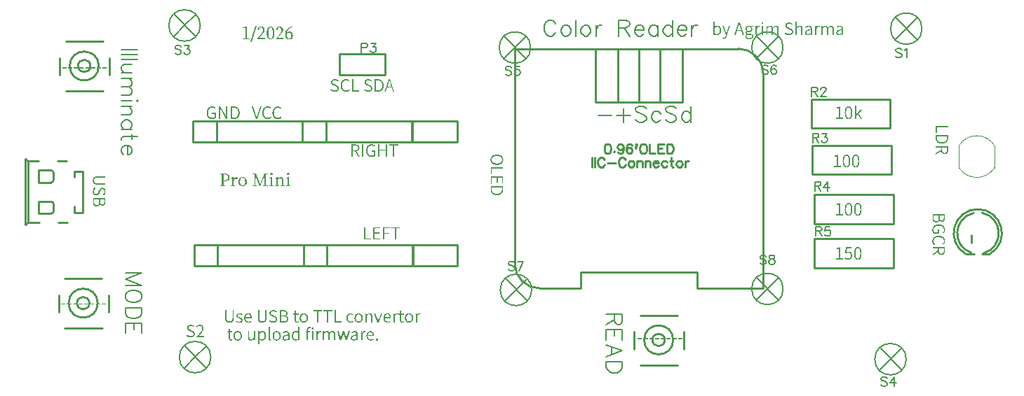
<source format=gto>
G04 Layer: TopSilkscreenLayer*
G04 EasyEDA v6.5.51, 2026-01-08 14:15:24*
G04 8ef0b08dc1df4c4d9fe98ab44df64a74,135c0aa5003143b9a617c0a099cfb315,10*
G04 Gerber Generator version 0.2*
G04 Scale: 100 percent, Rotated: No, Reflected: No *
G04 Dimensions in millimeters *
G04 leading zeros omitted , absolute positions ,4 integer and 5 decimal *
%FSLAX45Y45*%
%MOMM*%

%ADD10C,0.2032*%
%ADD11C,0.1524*%
%ADD12C,0.2500*%
%ADD13C,0.2540*%
%ADD14C,0.1200*%
%ADD15C,0.0118*%

%LPD*%
G36*
X7347203Y3946398D02*
G01*
X7347203Y3807968D01*
X7363714Y3807968D01*
X7363714Y3867404D01*
X7371791Y3874160D01*
X7379563Y3879087D01*
X7387132Y3882136D01*
X7394448Y3883151D01*
X7399629Y3882796D01*
X7404303Y3881780D01*
X7408418Y3880053D01*
X7412075Y3877767D01*
X7415225Y3874871D01*
X7417866Y3871417D01*
X7420102Y3867454D01*
X7421880Y3862984D01*
X7423251Y3858056D01*
X7424166Y3852773D01*
X7424724Y3847033D01*
X7424928Y3840987D01*
X7424623Y3834282D01*
X7423810Y3828034D01*
X7422388Y3822293D01*
X7420559Y3817010D01*
X7418222Y3812286D01*
X7415428Y3808120D01*
X7412278Y3804513D01*
X7408722Y3801516D01*
X7404912Y3799179D01*
X7400747Y3797452D01*
X7396327Y3796385D01*
X7391653Y3796029D01*
X7385608Y3796639D01*
X7378750Y3798671D01*
X7371334Y3802329D01*
X7363714Y3807968D01*
X7347203Y3807968D01*
X7347203Y3784600D01*
X7360158Y3784600D01*
X7361936Y3796029D01*
X7362444Y3796029D01*
X7370064Y3790086D01*
X7378141Y3785717D01*
X7386320Y3782974D01*
X7394194Y3782060D01*
X7398918Y3782314D01*
X7403541Y3783076D01*
X7408062Y3784295D01*
X7412431Y3786022D01*
X7416596Y3788206D01*
X7420559Y3790848D01*
X7424267Y3793998D01*
X7427722Y3797554D01*
X7430871Y3801567D01*
X7433716Y3805986D01*
X7436205Y3810863D01*
X7438288Y3816146D01*
X7439964Y3821836D01*
X7441184Y3827881D01*
X7441946Y3834384D01*
X7442200Y3841242D01*
X7441996Y3847439D01*
X7441488Y3853332D01*
X7440625Y3858920D01*
X7439355Y3864203D01*
X7437780Y3869182D01*
X7435850Y3873754D01*
X7433614Y3878021D01*
X7430973Y3881831D01*
X7428026Y3885285D01*
X7424775Y3888333D01*
X7421168Y3890975D01*
X7417257Y3893159D01*
X7412990Y3894836D01*
X7408367Y3896106D01*
X7403490Y3896868D01*
X7398258Y3897122D01*
X7393533Y3896817D01*
X7388809Y3895851D01*
X7384186Y3894429D01*
X7379665Y3892499D01*
X7375245Y3890162D01*
X7370978Y3887470D01*
X7366863Y3884523D01*
X7362952Y3881374D01*
X7363714Y3901440D01*
X7363714Y3946398D01*
G37*
G36*
X8339836Y3946398D02*
G01*
X8339836Y3784600D01*
X8356346Y3784600D01*
X8356346Y3864864D01*
X8364423Y3872585D01*
X8368182Y3875633D01*
X8371890Y3878122D01*
X8375599Y3880104D01*
X8379409Y3881526D01*
X8383371Y3882339D01*
X8387588Y3882644D01*
X8392922Y3882186D01*
X8397443Y3880865D01*
X8401202Y3878630D01*
X8404250Y3875430D01*
X8406536Y3871163D01*
X8408162Y3865930D01*
X8409127Y3859580D01*
X8409432Y3852164D01*
X8409432Y3784600D01*
X8425942Y3784600D01*
X8425942Y3854196D01*
X8425738Y3860952D01*
X8425078Y3867150D01*
X8423960Y3872788D01*
X8422386Y3877868D01*
X8420354Y3882339D01*
X8417864Y3886250D01*
X8414867Y3889552D01*
X8411362Y3892245D01*
X8407400Y3894378D01*
X8402929Y3895902D01*
X8397951Y3896817D01*
X8392414Y3897122D01*
X8386978Y3896766D01*
X8381847Y3895648D01*
X8376970Y3893921D01*
X8372398Y3891635D01*
X8367979Y3888892D01*
X8363712Y3885742D01*
X8359597Y3882288D01*
X8355584Y3878579D01*
X8356346Y3901440D01*
X8356346Y3946398D01*
G37*
G36*
X7941056Y3940556D02*
G01*
X7936382Y3939794D01*
X7932775Y3937558D01*
X7930438Y3934002D01*
X7929625Y3929379D01*
X7930438Y3924604D01*
X7932775Y3920998D01*
X7936382Y3918712D01*
X7941056Y3917950D01*
X7945628Y3918712D01*
X7949234Y3920998D01*
X7951622Y3924604D01*
X7952486Y3929379D01*
X7951622Y3934002D01*
X7949234Y3937558D01*
X7945628Y3939794D01*
G37*
G36*
X8263128Y3935984D02*
G01*
X8256676Y3935628D01*
X8250580Y3934663D01*
X8244840Y3933088D01*
X8239556Y3930954D01*
X8234680Y3928211D01*
X8230362Y3925011D01*
X8226602Y3921353D01*
X8223402Y3917238D01*
X8220862Y3912717D01*
X8218982Y3907840D01*
X8217814Y3902659D01*
X8217408Y3897122D01*
X8218119Y3889552D01*
X8220151Y3882948D01*
X8223300Y3877259D01*
X8227263Y3872382D01*
X8231936Y3868216D01*
X8237016Y3864711D01*
X8242300Y3861765D01*
X8269224Y3849878D01*
X8279180Y3845153D01*
X8283498Y3842613D01*
X8287258Y3839768D01*
X8290356Y3836466D01*
X8292642Y3832606D01*
X8294116Y3827983D01*
X8294624Y3822446D01*
X8294065Y3816959D01*
X8292338Y3812032D01*
X8289594Y3807612D01*
X8285886Y3803904D01*
X8281162Y3800906D01*
X8275574Y3798671D01*
X8269122Y3797249D01*
X8261858Y3796792D01*
X8255914Y3797147D01*
X8250123Y3798112D01*
X8244433Y3799738D01*
X8239048Y3801922D01*
X8233867Y3804615D01*
X8228939Y3807815D01*
X8224418Y3811524D01*
X8220202Y3815587D01*
X8210042Y3804158D01*
X8215020Y3799281D01*
X8220506Y3794912D01*
X8226399Y3791153D01*
X8232698Y3787952D01*
X8239353Y3785412D01*
X8246414Y3783584D01*
X8253831Y3782466D01*
X8261603Y3782060D01*
X8269020Y3782415D01*
X8275980Y3783533D01*
X8282381Y3785260D01*
X8288223Y3787648D01*
X8293506Y3790645D01*
X8298129Y3794150D01*
X8302142Y3798112D01*
X8305495Y3802532D01*
X8308136Y3807358D01*
X8310067Y3812540D01*
X8311235Y3817975D01*
X8311642Y3823715D01*
X8311032Y3831437D01*
X8309203Y3838194D01*
X8306308Y3844036D01*
X8302548Y3849065D01*
X8297925Y3853383D01*
X8292693Y3857142D01*
X8286851Y3860444D01*
X8280653Y3863340D01*
X8254796Y3874414D01*
X8250478Y3876548D01*
X8246364Y3878884D01*
X8242553Y3881628D01*
X8239252Y3884828D01*
X8236712Y3888638D01*
X8235035Y3893108D01*
X8234425Y3898392D01*
X8234934Y3903370D01*
X8236458Y3907840D01*
X8238947Y3911752D01*
X8242300Y3915054D01*
X8246465Y3917696D01*
X8251342Y3919626D01*
X8256930Y3920845D01*
X8263128Y3921251D01*
X8268309Y3920998D01*
X8273237Y3920236D01*
X8277910Y3919016D01*
X8282279Y3917391D01*
X8286496Y3915308D01*
X8290407Y3912870D01*
X8294166Y3910126D01*
X8297672Y3907028D01*
X8306562Y3917696D01*
X8302498Y3921556D01*
X8298027Y3925062D01*
X8293100Y3928160D01*
X8287816Y3930853D01*
X8282127Y3932986D01*
X8276081Y3934612D01*
X8269731Y3935628D01*
G37*
G36*
X7653020Y3933444D02*
G01*
X7622765Y3844798D01*
X7638542Y3844798D01*
X7648397Y3875176D01*
X7661656Y3919220D01*
X7662418Y3919220D01*
X7673746Y3881424D01*
X7677912Y3868928D01*
X7685531Y3844798D01*
X7622765Y3844798D01*
X7602220Y3784600D01*
X7618984Y3784600D01*
X7634224Y3831590D01*
X7689850Y3831590D01*
X7704581Y3784600D01*
X7722616Y3784600D01*
X7671562Y3933444D01*
G37*
G36*
X7778750Y3897122D02*
G01*
X7773314Y3896817D01*
X7768081Y3895851D01*
X7763052Y3894328D01*
X7758379Y3892245D01*
X7754061Y3889603D01*
X7750149Y3886454D01*
X7746695Y3882796D01*
X7743748Y3878732D01*
X7741361Y3874211D01*
X7739583Y3869232D01*
X7738465Y3863949D01*
X7738109Y3858260D01*
X7754112Y3858260D01*
X7754620Y3864152D01*
X7756093Y3869334D01*
X7758379Y3873855D01*
X7761376Y3877665D01*
X7765034Y3880662D01*
X7769199Y3882847D01*
X7773822Y3884218D01*
X7778750Y3884676D01*
X7783677Y3884218D01*
X7788300Y3882847D01*
X7792466Y3880612D01*
X7796123Y3877564D01*
X7799120Y3873754D01*
X7801406Y3869232D01*
X7802880Y3864051D01*
X7803388Y3858260D01*
X7802880Y3852265D01*
X7801406Y3846880D01*
X7799070Y3842207D01*
X7796022Y3838244D01*
X7792364Y3835095D01*
X7788148Y3832758D01*
X7783575Y3831336D01*
X7778750Y3830828D01*
X7773924Y3831336D01*
X7769352Y3832758D01*
X7765135Y3835095D01*
X7761478Y3838244D01*
X7758430Y3842207D01*
X7756093Y3846880D01*
X7754620Y3852265D01*
X7754112Y3858260D01*
X7738109Y3858260D01*
X7739329Y3848811D01*
X7742529Y3840530D01*
X7747101Y3833672D01*
X7752334Y3828542D01*
X7752334Y3827779D01*
X7748168Y3824173D01*
X7744256Y3819550D01*
X7741310Y3813911D01*
X7740142Y3807460D01*
X7740903Y3801364D01*
X7742986Y3796334D01*
X7746136Y3792270D01*
X7750048Y3789172D01*
X7750048Y3788410D01*
X7743240Y3783025D01*
X7738109Y3776878D01*
X7734909Y3770223D01*
X7734118Y3765296D01*
X7748524Y3765296D01*
X7749235Y3770325D01*
X7751368Y3775405D01*
X7755077Y3780383D01*
X7760462Y3785108D01*
X7768132Y3783634D01*
X7774431Y3783076D01*
X7794752Y3783076D01*
X7804658Y3782364D01*
X7811820Y3779977D01*
X7816138Y3775557D01*
X7817612Y3768851D01*
X7816951Y3764432D01*
X7815072Y3760114D01*
X7811973Y3756151D01*
X7807756Y3752545D01*
X7802575Y3749548D01*
X7796377Y3747262D01*
X7789367Y3745737D01*
X7781544Y3745229D01*
X7774228Y3745585D01*
X7767726Y3746652D01*
X7762036Y3748379D01*
X7757312Y3750665D01*
X7753553Y3753612D01*
X7750809Y3757015D01*
X7749082Y3760927D01*
X7748524Y3765296D01*
X7734118Y3765296D01*
X7733792Y3763264D01*
X7734147Y3758742D01*
X7735265Y3754526D01*
X7737094Y3750665D01*
X7739532Y3747211D01*
X7742631Y3744112D01*
X7746339Y3741369D01*
X7750606Y3739032D01*
X7755381Y3737051D01*
X7760665Y3735527D01*
X7766456Y3734460D01*
X7772653Y3733749D01*
X7779258Y3733546D01*
X7787335Y3733901D01*
X7794853Y3734968D01*
X7801813Y3736644D01*
X7808214Y3738879D01*
X7813954Y3741674D01*
X7819034Y3744925D01*
X7823453Y3748582D01*
X7827111Y3752596D01*
X7830007Y3756914D01*
X7832140Y3761486D01*
X7833410Y3766261D01*
X7833868Y3771137D01*
X7833258Y3777437D01*
X7831480Y3782822D01*
X7828534Y3787343D01*
X7824368Y3791000D01*
X7819034Y3793794D01*
X7812531Y3795725D01*
X7804861Y3796893D01*
X7796022Y3797300D01*
X7774178Y3797300D01*
X7764780Y3798214D01*
X7758785Y3800703D01*
X7755585Y3804564D01*
X7754620Y3809492D01*
X7755178Y3813962D01*
X7756804Y3817620D01*
X7759141Y3820718D01*
X7761986Y3823462D01*
X7765999Y3821633D01*
X7770266Y3820363D01*
X7774584Y3819651D01*
X7778750Y3819398D01*
X7784185Y3819702D01*
X7789367Y3820617D01*
X7794244Y3822090D01*
X7798866Y3824173D01*
X7803032Y3826713D01*
X7806842Y3829812D01*
X7810195Y3833368D01*
X7812989Y3837432D01*
X7815275Y3841902D01*
X7816951Y3846779D01*
X7818018Y3852113D01*
X7818374Y3857751D01*
X7817662Y3864914D01*
X7815681Y3871417D01*
X7812684Y3877056D01*
X7808975Y3881628D01*
X7832090Y3881628D01*
X7832090Y3894328D01*
X7793990Y3894328D01*
X7790840Y3895394D01*
X7787233Y3896309D01*
X7783169Y3896918D01*
G37*
G36*
X7902448Y3897122D02*
G01*
X7897926Y3896715D01*
X7893558Y3895496D01*
X7889290Y3893515D01*
X7885226Y3890822D01*
X7881416Y3887520D01*
X7877809Y3883609D01*
X7874457Y3879189D01*
X7871459Y3874262D01*
X7870952Y3874262D01*
X7869174Y3894328D01*
X7855712Y3894328D01*
X7855712Y3784600D01*
X7872222Y3784600D01*
X7872222Y3856228D01*
X7875270Y3862832D01*
X7878572Y3868318D01*
X7882077Y3872788D01*
X7885734Y3876344D01*
X7889494Y3878986D01*
X7893202Y3880764D01*
X7896910Y3881780D01*
X7900416Y3882136D01*
X7905902Y3881729D01*
X7910830Y3880358D01*
X7914131Y3894836D01*
X7911490Y3895953D01*
X7908747Y3896664D01*
X7905800Y3897020D01*
G37*
G36*
X8037322Y3897122D02*
G01*
X8032546Y3896715D01*
X8027873Y3895648D01*
X8023301Y3893921D01*
X8018932Y3891584D01*
X8014716Y3888790D01*
X8010652Y3885539D01*
X8006740Y3881932D01*
X8003031Y3878072D01*
X8002524Y3878072D01*
X8001000Y3894328D01*
X7987538Y3894328D01*
X7987538Y3784600D01*
X8004048Y3784600D01*
X8004048Y3864864D01*
X8011617Y3872687D01*
X8018932Y3878224D01*
X8025942Y3881526D01*
X8032496Y3882644D01*
X8037728Y3882186D01*
X8042198Y3880865D01*
X8045907Y3878630D01*
X8048904Y3875430D01*
X8051190Y3871163D01*
X8052816Y3865930D01*
X8053781Y3859580D01*
X8054086Y3852164D01*
X8054086Y3784600D01*
X8070596Y3784600D01*
X8070596Y3864864D01*
X8078317Y3872687D01*
X8085632Y3878224D01*
X8092694Y3881526D01*
X8099552Y3882644D01*
X8104631Y3882186D01*
X8109000Y3880865D01*
X8112658Y3878630D01*
X8115655Y3875430D01*
X8117941Y3871163D01*
X8119567Y3865930D01*
X8120583Y3859580D01*
X8120888Y3852164D01*
X8120888Y3784600D01*
X8137398Y3784600D01*
X8137398Y3854196D01*
X8137194Y3860952D01*
X8136483Y3867150D01*
X8135366Y3872788D01*
X8133740Y3877868D01*
X8131657Y3882339D01*
X8129168Y3886250D01*
X8126171Y3889552D01*
X8122666Y3892245D01*
X8118754Y3894378D01*
X8114334Y3895902D01*
X8109458Y3896817D01*
X8104124Y3897122D01*
X8099247Y3896715D01*
X8094472Y3895598D01*
X8089849Y3893718D01*
X8085277Y3891229D01*
X8080756Y3888130D01*
X8076336Y3884472D01*
X8071916Y3880358D01*
X8067548Y3875786D01*
X8065719Y3880408D01*
X8063382Y3884574D01*
X8060588Y3888232D01*
X8057184Y3891330D01*
X8053222Y3893769D01*
X8048599Y3895598D01*
X8043316Y3896715D01*
G37*
G36*
X8502396Y3897122D02*
G01*
X8495842Y3896766D01*
X8489594Y3895750D01*
X8483650Y3894226D01*
X8478012Y3892245D01*
X8472779Y3890010D01*
X8467953Y3887571D01*
X8459724Y3882644D01*
X8466328Y3871214D01*
X8473236Y3875582D01*
X8481263Y3879494D01*
X8490204Y3882339D01*
X8499856Y3883406D01*
X8506256Y3882745D01*
X8511438Y3880865D01*
X8515502Y3877970D01*
X8518601Y3874211D01*
X8520785Y3869740D01*
X8522208Y3864762D01*
X8522970Y3859428D01*
X8523224Y3853942D01*
X8506714Y3851656D01*
X8499398Y3850233D01*
X8492642Y3848658D01*
X8486495Y3846880D01*
X8480907Y3844950D01*
X8475929Y3842765D01*
X8471458Y3840429D01*
X8467598Y3837838D01*
X8464245Y3834993D01*
X8461400Y3831945D01*
X8459165Y3828643D01*
X8457387Y3825087D01*
X8456117Y3821277D01*
X8455406Y3817162D01*
X8455211Y3813810D01*
X8471154Y3813810D01*
X8471458Y3817416D01*
X8472322Y3820820D01*
X8473846Y3824020D01*
X8476030Y3826967D01*
X8478926Y3829710D01*
X8482634Y3832199D01*
X8487105Y3834485D01*
X8492439Y3836568D01*
X8498687Y3838397D01*
X8505850Y3840073D01*
X8514029Y3841546D01*
X8523224Y3842765D01*
X8523224Y3810508D01*
X8515096Y3803954D01*
X8507374Y3799179D01*
X8499602Y3796233D01*
X8491474Y3795268D01*
X8483600Y3796284D01*
X8477148Y3799586D01*
X8472779Y3805326D01*
X8471154Y3813810D01*
X8455211Y3813810D01*
X8455152Y3812794D01*
X8455761Y3805783D01*
X8457590Y3799636D01*
X8460435Y3794353D01*
X8464245Y3789984D01*
X8468918Y3786581D01*
X8474354Y3784092D01*
X8480348Y3782568D01*
X8486902Y3782060D01*
X8492083Y3782364D01*
X8497112Y3783329D01*
X8501938Y3784803D01*
X8506663Y3786733D01*
X8511235Y3789070D01*
X8515654Y3791813D01*
X8519922Y3794810D01*
X8523986Y3798062D01*
X8524494Y3798062D01*
X8526018Y3784600D01*
X8539480Y3784600D01*
X8539480Y3852672D01*
X8539276Y3859072D01*
X8538565Y3865118D01*
X8537448Y3870756D01*
X8535771Y3875938D01*
X8533638Y3880612D01*
X8530945Y3884777D01*
X8527694Y3888435D01*
X8523884Y3891483D01*
X8519464Y3893870D01*
X8514384Y3895648D01*
X8508746Y3896766D01*
G37*
G36*
X8622538Y3897122D02*
G01*
X8617915Y3896715D01*
X8613495Y3895496D01*
X8609177Y3893515D01*
X8605113Y3890822D01*
X8601252Y3887520D01*
X8597646Y3883609D01*
X8594293Y3879189D01*
X8591296Y3874262D01*
X8590788Y3874262D01*
X8589264Y3894328D01*
X8575802Y3894328D01*
X8575802Y3784600D01*
X8592312Y3784600D01*
X8592312Y3856228D01*
X8595258Y3862832D01*
X8598509Y3868318D01*
X8602014Y3872788D01*
X8605672Y3876344D01*
X8609380Y3878986D01*
X8613190Y3880764D01*
X8616899Y3881780D01*
X8620506Y3882136D01*
X8625890Y3881729D01*
X8630920Y3880358D01*
X8633968Y3894836D01*
X8631326Y3895953D01*
X8628634Y3896664D01*
X8625738Y3897020D01*
G37*
G36*
X8702548Y3897122D02*
G01*
X8697823Y3896715D01*
X8693200Y3895648D01*
X8688679Y3893921D01*
X8684310Y3891584D01*
X8680043Y3888790D01*
X8676030Y3885539D01*
X8672169Y3881932D01*
X8668512Y3878072D01*
X8667750Y3878072D01*
X8666226Y3894328D01*
X8652764Y3894328D01*
X8652764Y3784600D01*
X8669274Y3784600D01*
X8669274Y3864864D01*
X8676944Y3872687D01*
X8684310Y3878224D01*
X8691321Y3881526D01*
X8697976Y3882644D01*
X8703106Y3882186D01*
X8707526Y3880865D01*
X8711184Y3878630D01*
X8714181Y3875430D01*
X8716467Y3871163D01*
X8718042Y3865930D01*
X8719007Y3859580D01*
X8719312Y3852164D01*
X8719312Y3784600D01*
X8735822Y3784600D01*
X8735822Y3864864D01*
X8743594Y3872687D01*
X8750960Y3878224D01*
X8758021Y3881526D01*
X8764778Y3882644D01*
X8769858Y3882186D01*
X8774226Y3880865D01*
X8777884Y3878630D01*
X8780881Y3875430D01*
X8783167Y3871163D01*
X8784793Y3865930D01*
X8785809Y3859580D01*
X8786114Y3852164D01*
X8786114Y3784600D01*
X8802624Y3784600D01*
X8802624Y3854196D01*
X8802420Y3860952D01*
X8801709Y3867150D01*
X8800592Y3872788D01*
X8798966Y3877868D01*
X8796883Y3882339D01*
X8794394Y3886250D01*
X8791397Y3889552D01*
X8787892Y3892245D01*
X8783980Y3894378D01*
X8779560Y3895902D01*
X8774684Y3896817D01*
X8769350Y3897122D01*
X8764473Y3896715D01*
X8759748Y3895598D01*
X8755126Y3893718D01*
X8750604Y3891229D01*
X8746134Y3888130D01*
X8741664Y3884472D01*
X8737244Y3880358D01*
X8732774Y3875786D01*
X8730945Y3880408D01*
X8728608Y3884574D01*
X8725814Y3888232D01*
X8722410Y3891330D01*
X8718448Y3893769D01*
X8713825Y3895598D01*
X8708542Y3896715D01*
G37*
G36*
X8879840Y3897122D02*
G01*
X8873286Y3896766D01*
X8866987Y3895750D01*
X8860993Y3894226D01*
X8855354Y3892245D01*
X8850122Y3890010D01*
X8845296Y3887571D01*
X8837168Y3882644D01*
X8843772Y3871214D01*
X8850630Y3875582D01*
X8858605Y3879494D01*
X8867444Y3882339D01*
X8877046Y3883406D01*
X8883548Y3882745D01*
X8888780Y3880865D01*
X8892895Y3877970D01*
X8895994Y3874211D01*
X8898178Y3869740D01*
X8899550Y3864762D01*
X8900261Y3859428D01*
X8900414Y3853942D01*
X8884005Y3851656D01*
X8876690Y3850233D01*
X8869934Y3848658D01*
X8863787Y3846880D01*
X8858250Y3844950D01*
X8853220Y3842765D01*
X8848750Y3840429D01*
X8844838Y3837838D01*
X8841486Y3834993D01*
X8838641Y3831945D01*
X8836355Y3828643D01*
X8834577Y3825087D01*
X8833358Y3821277D01*
X8832596Y3817162D01*
X8832401Y3813810D01*
X8848344Y3813810D01*
X8848648Y3817416D01*
X8849512Y3820820D01*
X8851036Y3824020D01*
X8853220Y3826967D01*
X8856116Y3829710D01*
X8859824Y3832199D01*
X8864295Y3834485D01*
X8869629Y3836568D01*
X8875877Y3838397D01*
X8883040Y3840073D01*
X8891219Y3841546D01*
X8900414Y3842765D01*
X8900414Y3810508D01*
X8892286Y3803954D01*
X8884513Y3799179D01*
X8876792Y3796233D01*
X8868664Y3795268D01*
X8860790Y3796284D01*
X8854287Y3799586D01*
X8849969Y3805326D01*
X8848344Y3813810D01*
X8832401Y3813810D01*
X8832342Y3812794D01*
X8833002Y3805783D01*
X8834831Y3799636D01*
X8837726Y3794353D01*
X8841587Y3789984D01*
X8846312Y3786581D01*
X8851747Y3784092D01*
X8857792Y3782568D01*
X8864346Y3782060D01*
X8869426Y3782364D01*
X8874404Y3783329D01*
X8879281Y3784803D01*
X8884005Y3786733D01*
X8888577Y3789070D01*
X8892946Y3791813D01*
X8897162Y3794810D01*
X8901176Y3798062D01*
X8901938Y3798062D01*
X8903208Y3784600D01*
X8916924Y3784600D01*
X8916924Y3852672D01*
X8916720Y3859072D01*
X8916009Y3865118D01*
X8914841Y3870756D01*
X8913164Y3875938D01*
X8910980Y3880612D01*
X8908288Y3884777D01*
X8905036Y3888435D01*
X8901176Y3891483D01*
X8896756Y3893870D01*
X8891778Y3895648D01*
X8886139Y3896766D01*
G37*
G36*
X7454392Y3894328D02*
G01*
X7498842Y3784092D01*
X7496302Y3775456D01*
X7494320Y3770325D01*
X7492034Y3765550D01*
X7489393Y3761333D01*
X7486446Y3757676D01*
X7483094Y3754678D01*
X7479334Y3752443D01*
X7475220Y3751072D01*
X7470648Y3750564D01*
X7468362Y3750716D01*
X7462266Y3752342D01*
X7458709Y3738879D01*
X7461503Y3737864D01*
X7464602Y3737152D01*
X7467904Y3736746D01*
X7471409Y3736594D01*
X7476540Y3736949D01*
X7481265Y3737965D01*
X7485634Y3739591D01*
X7489647Y3741775D01*
X7493304Y3744518D01*
X7496657Y3747719D01*
X7499756Y3751326D01*
X7502550Y3755390D01*
X7505039Y3759758D01*
X7507325Y3764381D01*
X7509408Y3769309D01*
X7553198Y3894328D01*
X7536942Y3894328D01*
X7516368Y3831590D01*
X7507224Y3800601D01*
X7506208Y3800601D01*
X7495031Y3831590D01*
X7471664Y3894328D01*
G37*
G36*
X7932928Y3894328D02*
G01*
X7932928Y3784600D01*
X7949184Y3784600D01*
X7949184Y3894328D01*
G37*
G36*
X9056116Y2930398D02*
G01*
X9056116Y2768600D01*
X9072372Y2768600D01*
X9072372Y2797810D01*
X9093708Y2822956D01*
X9126982Y2768600D01*
X9145016Y2768600D01*
X9103614Y2834132D01*
X9139936Y2878328D01*
X9121394Y2878328D01*
X9073134Y2818384D01*
X9072372Y2818384D01*
X9072372Y2930398D01*
G37*
G36*
X8981186Y2919984D02*
G01*
X8976055Y2919679D01*
X8971178Y2918815D01*
X8966606Y2917342D01*
X8962237Y2915310D01*
X8958224Y2912618D01*
X8954465Y2909366D01*
X8951010Y2905556D01*
X8947861Y2901086D01*
X8945016Y2896057D01*
X8942578Y2890367D01*
X8940444Y2884119D01*
X8938666Y2877210D01*
X8937294Y2869742D01*
X8936278Y2861614D01*
X8935669Y2852877D01*
X8935466Y2843530D01*
X8951468Y2843530D01*
X8951722Y2853893D01*
X8952433Y2863291D01*
X8953652Y2871673D01*
X8955278Y2879140D01*
X8957310Y2885694D01*
X8959748Y2891332D01*
X8962542Y2896006D01*
X8965692Y2899867D01*
X8969146Y2902762D01*
X8972905Y2904896D01*
X8976918Y2906115D01*
X8981186Y2906522D01*
X8985453Y2906115D01*
X8989415Y2904896D01*
X8993124Y2902762D01*
X8996527Y2899867D01*
X8999626Y2896006D01*
X9002369Y2891332D01*
X9004757Y2885694D01*
X9006738Y2879140D01*
X9008313Y2871673D01*
X9009430Y2863291D01*
X9010142Y2853893D01*
X9010396Y2843530D01*
X9010142Y2832963D01*
X9009430Y2823413D01*
X9008313Y2814828D01*
X9006738Y2807208D01*
X9004757Y2800553D01*
X9002369Y2794812D01*
X8999626Y2790037D01*
X8996527Y2786126D01*
X8993124Y2783078D01*
X8989415Y2780944D01*
X8985453Y2779674D01*
X8981186Y2779268D01*
X8976918Y2779674D01*
X8972905Y2780944D01*
X8969146Y2783078D01*
X8965692Y2786126D01*
X8962542Y2790037D01*
X8959748Y2794812D01*
X8957310Y2800553D01*
X8955278Y2807208D01*
X8953652Y2814828D01*
X8952433Y2823413D01*
X8951722Y2832963D01*
X8951468Y2843530D01*
X8935466Y2843530D01*
X8935669Y2834081D01*
X8936278Y2825242D01*
X8937294Y2817063D01*
X8938666Y2809443D01*
X8940444Y2802483D01*
X8942578Y2796133D01*
X8945016Y2790393D01*
X8947861Y2785262D01*
X8951010Y2780741D01*
X8954465Y2776829D01*
X8958224Y2773527D01*
X8962237Y2770835D01*
X8966606Y2768752D01*
X8971178Y2767228D01*
X8976055Y2766364D01*
X8981186Y2766060D01*
X8986316Y2766364D01*
X8991142Y2767228D01*
X8995765Y2768752D01*
X9000083Y2770835D01*
X9004096Y2773527D01*
X9007856Y2776829D01*
X9011259Y2780741D01*
X9014409Y2785262D01*
X9017203Y2790393D01*
X9019641Y2796133D01*
X9021724Y2802483D01*
X9023502Y2809443D01*
X9024874Y2817063D01*
X9025839Y2825242D01*
X9026448Y2834081D01*
X9026652Y2843530D01*
X9026448Y2852877D01*
X9025839Y2861614D01*
X9024874Y2869742D01*
X9023502Y2877210D01*
X9021724Y2884119D01*
X9019641Y2890367D01*
X9017203Y2896057D01*
X9014409Y2901086D01*
X9011259Y2905556D01*
X9007856Y2909366D01*
X9004096Y2912618D01*
X9000083Y2915310D01*
X8995765Y2917342D01*
X8991142Y2918815D01*
X8986316Y2919679D01*
G37*
G36*
X8869172Y2917444D02*
G01*
X8862923Y2914091D01*
X8855964Y2911297D01*
X8848039Y2909062D01*
X8838946Y2907284D01*
X8838946Y2896362D01*
X8865108Y2896362D01*
X8865108Y2782316D01*
X8831834Y2782316D01*
X8831834Y2768600D01*
X8911844Y2768600D01*
X8911844Y2782316D01*
X8881618Y2782316D01*
X8881618Y2917444D01*
G37*
G36*
X8955786Y2335784D02*
G01*
X8950655Y2335479D01*
X8945778Y2334615D01*
X8941206Y2333142D01*
X8936837Y2331110D01*
X8932824Y2328418D01*
X8929065Y2325166D01*
X8925610Y2321356D01*
X8922461Y2316886D01*
X8919616Y2311857D01*
X8917178Y2306167D01*
X8915044Y2299919D01*
X8913266Y2293010D01*
X8911894Y2285542D01*
X8910878Y2277414D01*
X8910269Y2268677D01*
X8910066Y2259330D01*
X8926068Y2259330D01*
X8926322Y2269693D01*
X8927033Y2279091D01*
X8928252Y2287473D01*
X8929878Y2294940D01*
X8931910Y2301494D01*
X8934348Y2307132D01*
X8937142Y2311806D01*
X8940292Y2315667D01*
X8943746Y2318562D01*
X8947505Y2320696D01*
X8951518Y2321915D01*
X8955786Y2322322D01*
X8960053Y2321915D01*
X8964015Y2320696D01*
X8967724Y2318562D01*
X8971127Y2315667D01*
X8974226Y2311806D01*
X8976969Y2307132D01*
X8979357Y2301494D01*
X8981338Y2294940D01*
X8982913Y2287473D01*
X8984030Y2279091D01*
X8984742Y2269693D01*
X8984996Y2259330D01*
X8984742Y2248763D01*
X8984030Y2239213D01*
X8982913Y2230628D01*
X8981338Y2223008D01*
X8979357Y2216353D01*
X8976969Y2210612D01*
X8974226Y2205837D01*
X8971127Y2201926D01*
X8967724Y2198878D01*
X8964015Y2196744D01*
X8960053Y2195474D01*
X8955786Y2195068D01*
X8951518Y2195474D01*
X8947505Y2196744D01*
X8943746Y2198878D01*
X8940292Y2201926D01*
X8937142Y2205837D01*
X8934348Y2210612D01*
X8931910Y2216353D01*
X8929878Y2223008D01*
X8928252Y2230628D01*
X8927033Y2239213D01*
X8926322Y2248763D01*
X8926068Y2259330D01*
X8910066Y2259330D01*
X8910269Y2249881D01*
X8910878Y2241042D01*
X8911894Y2232863D01*
X8913266Y2225243D01*
X8915044Y2218283D01*
X8917178Y2211933D01*
X8919616Y2206193D01*
X8922461Y2201062D01*
X8925610Y2196541D01*
X8929065Y2192629D01*
X8932824Y2189327D01*
X8936837Y2186635D01*
X8941206Y2184552D01*
X8945778Y2183028D01*
X8950655Y2182164D01*
X8955786Y2181860D01*
X8960916Y2182164D01*
X8965742Y2183028D01*
X8970365Y2184552D01*
X8974683Y2186635D01*
X8978696Y2189327D01*
X8982456Y2192629D01*
X8985859Y2196541D01*
X8989009Y2201062D01*
X8991803Y2206193D01*
X8994241Y2211933D01*
X8996324Y2218283D01*
X8998102Y2225243D01*
X8999474Y2232863D01*
X9000439Y2241042D01*
X9001048Y2249881D01*
X9001252Y2259330D01*
X9001048Y2268677D01*
X9000439Y2277414D01*
X8999474Y2285542D01*
X8998102Y2293010D01*
X8996324Y2299919D01*
X8994241Y2306167D01*
X8991803Y2311857D01*
X8989009Y2316886D01*
X8985859Y2321356D01*
X8982456Y2325166D01*
X8978696Y2328418D01*
X8974683Y2331110D01*
X8970365Y2333142D01*
X8965742Y2334615D01*
X8960916Y2335479D01*
G37*
G36*
X9067292Y2335784D02*
G01*
X9062161Y2335479D01*
X9057284Y2334615D01*
X9052712Y2333142D01*
X9048343Y2331110D01*
X9044330Y2328418D01*
X9040571Y2325166D01*
X9037116Y2321356D01*
X9033967Y2316886D01*
X9031122Y2311857D01*
X9028684Y2306167D01*
X9026550Y2299919D01*
X9024772Y2293010D01*
X9023400Y2285542D01*
X9022384Y2277414D01*
X9021775Y2268677D01*
X9021572Y2259330D01*
X9037828Y2259330D01*
X9038082Y2269693D01*
X9038793Y2279091D01*
X9039961Y2287473D01*
X9041587Y2294940D01*
X9043568Y2301494D01*
X9046006Y2307132D01*
X9048750Y2311806D01*
X9051848Y2315667D01*
X9055303Y2318562D01*
X9059011Y2320696D01*
X9063024Y2321915D01*
X9067292Y2322322D01*
X9071559Y2321915D01*
X9075572Y2320696D01*
X9079280Y2318562D01*
X9082735Y2315667D01*
X9085834Y2311806D01*
X9088577Y2307132D01*
X9091015Y2301494D01*
X9092996Y2294940D01*
X9094622Y2287473D01*
X9095790Y2279091D01*
X9096502Y2269693D01*
X9096756Y2259330D01*
X9096502Y2248763D01*
X9095790Y2239213D01*
X9094622Y2230628D01*
X9092996Y2223008D01*
X9091015Y2216353D01*
X9088577Y2210612D01*
X9085834Y2205837D01*
X9082735Y2201926D01*
X9079280Y2198878D01*
X9075572Y2196744D01*
X9071559Y2195474D01*
X9067292Y2195068D01*
X9063024Y2195474D01*
X9059011Y2196744D01*
X9055303Y2198878D01*
X9051848Y2201926D01*
X9048750Y2205837D01*
X9046006Y2210612D01*
X9043568Y2216353D01*
X9041587Y2223008D01*
X9039961Y2230628D01*
X9038793Y2239213D01*
X9038082Y2248763D01*
X9037828Y2259330D01*
X9021572Y2259330D01*
X9021775Y2249881D01*
X9022384Y2241042D01*
X9023400Y2232863D01*
X9024772Y2225243D01*
X9026550Y2218283D01*
X9028684Y2211933D01*
X9031122Y2206193D01*
X9033967Y2201062D01*
X9037116Y2196541D01*
X9040571Y2192629D01*
X9044330Y2189327D01*
X9048343Y2186635D01*
X9052712Y2184552D01*
X9057284Y2183028D01*
X9062161Y2182164D01*
X9067292Y2181860D01*
X9072422Y2182164D01*
X9077248Y2183028D01*
X9081871Y2184552D01*
X9086189Y2186635D01*
X9090202Y2189327D01*
X9093962Y2192629D01*
X9097365Y2196541D01*
X9100515Y2201062D01*
X9103309Y2206193D01*
X9105747Y2211933D01*
X9107830Y2218283D01*
X9109608Y2225243D01*
X9110980Y2232863D01*
X9111945Y2241042D01*
X9112554Y2249881D01*
X9112758Y2259330D01*
X9112554Y2268677D01*
X9111945Y2277414D01*
X9110980Y2285542D01*
X9109608Y2293010D01*
X9107830Y2299919D01*
X9105747Y2306167D01*
X9103309Y2311857D01*
X9100515Y2316886D01*
X9097365Y2321356D01*
X9093962Y2325166D01*
X9090202Y2328418D01*
X9086189Y2331110D01*
X9081871Y2333142D01*
X9077248Y2334615D01*
X9072422Y2335479D01*
G37*
G36*
X8843772Y2333244D02*
G01*
X8837523Y2329891D01*
X8830564Y2327097D01*
X8822639Y2324862D01*
X8813546Y2323084D01*
X8813546Y2312162D01*
X8839708Y2312162D01*
X8839708Y2198116D01*
X8806434Y2198116D01*
X8806434Y2184400D01*
X8886444Y2184400D01*
X8886444Y2198116D01*
X8856218Y2198116D01*
X8856218Y2333244D01*
G37*
G36*
X8981186Y1751584D02*
G01*
X8976055Y1751279D01*
X8971178Y1750415D01*
X8966606Y1748942D01*
X8962237Y1746910D01*
X8958224Y1744218D01*
X8954465Y1740966D01*
X8951010Y1737156D01*
X8947861Y1732686D01*
X8945016Y1727657D01*
X8942578Y1721967D01*
X8940444Y1715719D01*
X8938666Y1708810D01*
X8937294Y1701342D01*
X8936278Y1693214D01*
X8935669Y1684477D01*
X8935466Y1675130D01*
X8951468Y1675130D01*
X8951722Y1685493D01*
X8952433Y1694891D01*
X8953652Y1703273D01*
X8955278Y1710740D01*
X8957310Y1717293D01*
X8959748Y1722932D01*
X8962542Y1727606D01*
X8965692Y1731467D01*
X8969146Y1734362D01*
X8972905Y1736496D01*
X8976918Y1737715D01*
X8981186Y1738122D01*
X8985453Y1737715D01*
X8989415Y1736496D01*
X8993124Y1734362D01*
X8996527Y1731467D01*
X8999626Y1727606D01*
X9002369Y1722932D01*
X9004757Y1717293D01*
X9006738Y1710740D01*
X9008313Y1703273D01*
X9009430Y1694891D01*
X9010142Y1685493D01*
X9010396Y1675130D01*
X9010142Y1664563D01*
X9009430Y1655013D01*
X9008313Y1646428D01*
X9006738Y1638807D01*
X9004757Y1632153D01*
X9002369Y1626412D01*
X8999626Y1621637D01*
X8996527Y1617726D01*
X8993124Y1614678D01*
X8989415Y1612544D01*
X8985453Y1611274D01*
X8981186Y1610868D01*
X8976918Y1611274D01*
X8972905Y1612544D01*
X8969146Y1614678D01*
X8965692Y1617726D01*
X8962542Y1621637D01*
X8959748Y1626412D01*
X8957310Y1632153D01*
X8955278Y1638807D01*
X8953652Y1646428D01*
X8952433Y1655013D01*
X8951722Y1664563D01*
X8951468Y1675130D01*
X8935466Y1675130D01*
X8935669Y1665681D01*
X8936278Y1656842D01*
X8937294Y1648663D01*
X8938666Y1641043D01*
X8940444Y1634083D01*
X8942578Y1627733D01*
X8945016Y1621993D01*
X8947861Y1616862D01*
X8951010Y1612341D01*
X8954465Y1608429D01*
X8958224Y1605127D01*
X8962237Y1602435D01*
X8966606Y1600352D01*
X8971178Y1598828D01*
X8976055Y1597964D01*
X8981186Y1597660D01*
X8986316Y1597964D01*
X8991142Y1598828D01*
X8995765Y1600352D01*
X9000083Y1602435D01*
X9004096Y1605127D01*
X9007856Y1608429D01*
X9011259Y1612341D01*
X9014409Y1616862D01*
X9017203Y1621993D01*
X9019641Y1627733D01*
X9021724Y1634083D01*
X9023502Y1641043D01*
X9024874Y1648663D01*
X9025839Y1656842D01*
X9026448Y1665681D01*
X9026652Y1675130D01*
X9026448Y1684477D01*
X9025839Y1693214D01*
X9024874Y1701342D01*
X9023502Y1708810D01*
X9021724Y1715719D01*
X9019641Y1721967D01*
X9017203Y1727657D01*
X9014409Y1732686D01*
X9011259Y1737156D01*
X9007856Y1740966D01*
X9004096Y1744218D01*
X9000083Y1746910D01*
X8995765Y1748942D01*
X8991142Y1750415D01*
X8986316Y1751279D01*
G37*
G36*
X9092692Y1751584D02*
G01*
X9087561Y1751279D01*
X9082684Y1750415D01*
X9078112Y1748942D01*
X9073743Y1746910D01*
X9069730Y1744218D01*
X9065971Y1740966D01*
X9062516Y1737156D01*
X9059367Y1732686D01*
X9056522Y1727657D01*
X9054084Y1721967D01*
X9051950Y1715719D01*
X9050172Y1708810D01*
X9048800Y1701342D01*
X9047784Y1693214D01*
X9047175Y1684477D01*
X9046972Y1675130D01*
X9063228Y1675130D01*
X9063482Y1685493D01*
X9064193Y1694891D01*
X9065361Y1703273D01*
X9066987Y1710740D01*
X9068968Y1717293D01*
X9071406Y1722932D01*
X9074150Y1727606D01*
X9077248Y1731467D01*
X9080703Y1734362D01*
X9084411Y1736496D01*
X9088424Y1737715D01*
X9092692Y1738122D01*
X9096959Y1737715D01*
X9100972Y1736496D01*
X9104680Y1734362D01*
X9108135Y1731467D01*
X9111234Y1727606D01*
X9113977Y1722932D01*
X9116415Y1717293D01*
X9118396Y1710740D01*
X9120022Y1703273D01*
X9121190Y1694891D01*
X9121902Y1685493D01*
X9122156Y1675130D01*
X9121902Y1664563D01*
X9121190Y1655013D01*
X9120022Y1646428D01*
X9118396Y1638807D01*
X9116415Y1632153D01*
X9113977Y1626412D01*
X9111234Y1621637D01*
X9108135Y1617726D01*
X9104680Y1614678D01*
X9100972Y1612544D01*
X9096959Y1611274D01*
X9092692Y1610868D01*
X9088424Y1611274D01*
X9084411Y1612544D01*
X9080703Y1614678D01*
X9077248Y1617726D01*
X9074150Y1621637D01*
X9071406Y1626412D01*
X9068968Y1632153D01*
X9066987Y1638807D01*
X9065361Y1646428D01*
X9064193Y1655013D01*
X9063482Y1664563D01*
X9063228Y1675130D01*
X9046972Y1675130D01*
X9047175Y1665681D01*
X9047784Y1656842D01*
X9048800Y1648663D01*
X9050172Y1641043D01*
X9051950Y1634083D01*
X9054084Y1627733D01*
X9056522Y1621993D01*
X9059367Y1616862D01*
X9062516Y1612341D01*
X9065971Y1608429D01*
X9069730Y1605127D01*
X9073743Y1602435D01*
X9078112Y1600352D01*
X9082684Y1598828D01*
X9087561Y1597964D01*
X9092692Y1597660D01*
X9097822Y1597964D01*
X9102648Y1598828D01*
X9107271Y1600352D01*
X9111589Y1602435D01*
X9115602Y1605127D01*
X9119362Y1608429D01*
X9122765Y1612341D01*
X9125915Y1616862D01*
X9128709Y1621993D01*
X9131147Y1627733D01*
X9133230Y1634083D01*
X9135008Y1641043D01*
X9136380Y1648663D01*
X9137345Y1656842D01*
X9137954Y1665681D01*
X9138158Y1675130D01*
X9137954Y1684477D01*
X9137345Y1693214D01*
X9136380Y1701342D01*
X9135008Y1708810D01*
X9133230Y1715719D01*
X9131147Y1721967D01*
X9128709Y1727657D01*
X9125915Y1732686D01*
X9122765Y1737156D01*
X9119362Y1740966D01*
X9115602Y1744218D01*
X9111589Y1746910D01*
X9107271Y1748942D01*
X9102648Y1750415D01*
X9097822Y1751279D01*
G37*
G36*
X8869172Y1749043D02*
G01*
X8862923Y1745691D01*
X8855964Y1742897D01*
X8848039Y1740662D01*
X8838946Y1738884D01*
X8838946Y1727962D01*
X8865108Y1727962D01*
X8865108Y1613916D01*
X8831834Y1613916D01*
X8831834Y1600200D01*
X8911844Y1600200D01*
X8911844Y1613916D01*
X8881618Y1613916D01*
X8881618Y1749043D01*
G37*
G36*
X9092692Y1218184D02*
G01*
X9087561Y1217879D01*
X9082684Y1217015D01*
X9078112Y1215542D01*
X9073743Y1213510D01*
X9069730Y1210818D01*
X9065971Y1207566D01*
X9062516Y1203756D01*
X9059367Y1199286D01*
X9056522Y1194257D01*
X9054084Y1188567D01*
X9051950Y1182319D01*
X9050172Y1175410D01*
X9048800Y1167942D01*
X9047784Y1159814D01*
X9047175Y1151077D01*
X9046972Y1141730D01*
X9063228Y1141730D01*
X9063482Y1152093D01*
X9064193Y1161491D01*
X9065361Y1169873D01*
X9066987Y1177340D01*
X9068968Y1183894D01*
X9071406Y1189532D01*
X9074150Y1194206D01*
X9077248Y1198067D01*
X9080703Y1200962D01*
X9084411Y1203096D01*
X9088424Y1204315D01*
X9092692Y1204722D01*
X9096959Y1204315D01*
X9100972Y1203096D01*
X9104680Y1200962D01*
X9108135Y1198067D01*
X9111234Y1194206D01*
X9113977Y1189532D01*
X9116415Y1183894D01*
X9118396Y1177340D01*
X9120022Y1169873D01*
X9121190Y1161491D01*
X9121902Y1152093D01*
X9122156Y1141730D01*
X9121902Y1131163D01*
X9121190Y1121613D01*
X9120022Y1113028D01*
X9118396Y1105408D01*
X9116415Y1098753D01*
X9113977Y1093012D01*
X9111234Y1088237D01*
X9108135Y1084326D01*
X9104680Y1081278D01*
X9100972Y1079144D01*
X9096959Y1077874D01*
X9092692Y1077468D01*
X9088424Y1077874D01*
X9084411Y1079144D01*
X9080703Y1081278D01*
X9077248Y1084326D01*
X9074150Y1088237D01*
X9071406Y1093012D01*
X9068968Y1098753D01*
X9066987Y1105408D01*
X9065361Y1113028D01*
X9064193Y1121613D01*
X9063482Y1131163D01*
X9063228Y1141730D01*
X9046972Y1141730D01*
X9047175Y1132281D01*
X9047784Y1123442D01*
X9048800Y1115263D01*
X9050172Y1107643D01*
X9051950Y1100683D01*
X9054084Y1094333D01*
X9056522Y1088593D01*
X9059367Y1083462D01*
X9062516Y1078941D01*
X9065971Y1075029D01*
X9069730Y1071727D01*
X9073743Y1069035D01*
X9078112Y1066952D01*
X9082684Y1065428D01*
X9087561Y1064564D01*
X9092692Y1064260D01*
X9097822Y1064564D01*
X9102648Y1065428D01*
X9107271Y1066952D01*
X9111589Y1069035D01*
X9115602Y1071727D01*
X9119362Y1075029D01*
X9122765Y1078941D01*
X9125915Y1083462D01*
X9128709Y1088593D01*
X9131147Y1094333D01*
X9133230Y1100683D01*
X9135008Y1107643D01*
X9136380Y1115263D01*
X9137345Y1123442D01*
X9137954Y1132281D01*
X9138158Y1141730D01*
X9137954Y1151077D01*
X9137345Y1159814D01*
X9136380Y1167942D01*
X9135008Y1175410D01*
X9133230Y1182319D01*
X9131147Y1188567D01*
X9128709Y1194257D01*
X9125915Y1199286D01*
X9122765Y1203756D01*
X9119362Y1207566D01*
X9115602Y1210818D01*
X9111589Y1213510D01*
X9107271Y1215542D01*
X9102648Y1217015D01*
X9097822Y1217879D01*
G37*
G36*
X8869172Y1215644D02*
G01*
X8862923Y1212291D01*
X8855964Y1209497D01*
X8848039Y1207262D01*
X8838946Y1205484D01*
X8838946Y1194562D01*
X8865108Y1194562D01*
X8865108Y1080516D01*
X8831834Y1080516D01*
X8831834Y1066800D01*
X8911844Y1066800D01*
X8911844Y1080516D01*
X8881618Y1080516D01*
X8881618Y1215644D01*
G37*
G36*
X8947658Y1215644D02*
G01*
X8943086Y1146556D01*
X8952230Y1140714D01*
X8958275Y1144574D01*
X8964117Y1147368D01*
X8970314Y1149045D01*
X8977376Y1149604D01*
X8984284Y1148994D01*
X8990533Y1147216D01*
X8995968Y1144270D01*
X9000591Y1140256D01*
X9004350Y1135227D01*
X9007094Y1129233D01*
X9008821Y1122324D01*
X9009380Y1114552D01*
X9008719Y1106576D01*
X9006738Y1099413D01*
X9003690Y1093165D01*
X8999677Y1087882D01*
X8994800Y1083665D01*
X8989212Y1080566D01*
X8983116Y1078636D01*
X8976614Y1077976D01*
X8970264Y1078331D01*
X8964472Y1079398D01*
X8959240Y1081024D01*
X8954516Y1083106D01*
X8950198Y1085646D01*
X8946235Y1088491D01*
X8942628Y1091539D01*
X8939276Y1094740D01*
X8931148Y1083818D01*
X8935059Y1080109D01*
X8939377Y1076604D01*
X8944203Y1073251D01*
X8949588Y1070305D01*
X8955532Y1067816D01*
X8962237Y1065936D01*
X8969654Y1064717D01*
X8977884Y1064260D01*
X8983980Y1064615D01*
X8989974Y1065784D01*
X8995765Y1067612D01*
X9001302Y1070203D01*
X9006433Y1073505D01*
X9011107Y1077468D01*
X9015323Y1082141D01*
X9018930Y1087424D01*
X9021876Y1093419D01*
X9024061Y1100023D01*
X9025432Y1107236D01*
X9025890Y1115060D01*
X9025483Y1122883D01*
X9024315Y1129944D01*
X9022384Y1136294D01*
X9019844Y1141933D01*
X9016644Y1146860D01*
X9012885Y1151077D01*
X9008618Y1154633D01*
X9003893Y1157528D01*
X8998762Y1159764D01*
X8993276Y1161338D01*
X8987485Y1162253D01*
X8981440Y1162558D01*
X8974836Y1162100D01*
X8968943Y1160830D01*
X8963507Y1158798D01*
X8958326Y1156208D01*
X8962390Y1201420D01*
X9018778Y1201420D01*
X9018778Y1215644D01*
G37*
G36*
X10033000Y2684272D02*
G01*
X10033000Y2601722D01*
X10047224Y2601722D01*
X10047224Y2667508D01*
X10181844Y2667508D01*
X10181844Y2684272D01*
G37*
G36*
X10033000Y2575560D02*
G01*
X10033000Y2558542D01*
X10167874Y2558542D01*
X10167874Y2540254D01*
X10167620Y2533700D01*
X10166858Y2527604D01*
X10165588Y2521915D01*
X10163860Y2516682D01*
X10161625Y2511856D01*
X10158933Y2507437D01*
X10155783Y2503474D01*
X10152176Y2499918D01*
X10148112Y2496820D01*
X10143642Y2494127D01*
X10138714Y2491841D01*
X10133380Y2489962D01*
X10127589Y2488539D01*
X10121442Y2487472D01*
X10114889Y2486863D01*
X10107930Y2486660D01*
X10101021Y2486863D01*
X10094417Y2487472D01*
X10088219Y2488539D01*
X10082377Y2489962D01*
X10076942Y2491841D01*
X10071912Y2494127D01*
X10067290Y2496820D01*
X10063124Y2499918D01*
X10059365Y2503474D01*
X10056114Y2507437D01*
X10053269Y2511856D01*
X10050983Y2516682D01*
X10049103Y2521915D01*
X10047782Y2527604D01*
X10046970Y2533700D01*
X10046716Y2540254D01*
X10046716Y2558542D01*
X10033000Y2558542D01*
X10033000Y2538222D01*
X10033203Y2531618D01*
X10033812Y2525369D01*
X10034879Y2519426D01*
X10036302Y2513787D01*
X10038130Y2508504D01*
X10040366Y2503525D01*
X10042956Y2498902D01*
X10045903Y2494584D01*
X10049256Y2490571D01*
X10052913Y2486964D01*
X10056977Y2483662D01*
X10061346Y2480665D01*
X10066070Y2478024D01*
X10071150Y2475738D01*
X10076484Y2473807D01*
X10082174Y2472232D01*
X10088168Y2471013D01*
X10094468Y2470099D01*
X10101072Y2469591D01*
X10107930Y2469388D01*
X10114788Y2469591D01*
X10121341Y2470099D01*
X10127640Y2471013D01*
X10133584Y2472232D01*
X10139172Y2473807D01*
X10144506Y2475788D01*
X10149484Y2478074D01*
X10154158Y2480716D01*
X10158425Y2483713D01*
X10162387Y2487015D01*
X10166045Y2490724D01*
X10169296Y2494737D01*
X10172192Y2499106D01*
X10174732Y2503779D01*
X10176865Y2508808D01*
X10178643Y2514193D01*
X10180015Y2519883D01*
X10181031Y2525928D01*
X10181640Y2532278D01*
X10181844Y2538984D01*
X10181844Y2575560D01*
G37*
G36*
X10033000Y2436622D02*
G01*
X10033000Y2419858D01*
X10168128Y2419858D01*
X10168128Y2393696D01*
X10167772Y2385263D01*
X10166654Y2377846D01*
X10164724Y2371445D01*
X10161879Y2366213D01*
X10158120Y2362047D01*
X10153345Y2359050D01*
X10147452Y2357221D01*
X10140442Y2356612D01*
X10133482Y2357221D01*
X10127488Y2359050D01*
X10122408Y2362047D01*
X10118293Y2366213D01*
X10115092Y2371445D01*
X10112806Y2377846D01*
X10111435Y2385263D01*
X10110978Y2393696D01*
X10110978Y2419858D01*
X10097262Y2419858D01*
X10097262Y2391918D01*
X10033000Y2354834D01*
X10033000Y2335784D01*
X10098786Y2374392D01*
X10100157Y2369261D01*
X10101935Y2364536D01*
X10104069Y2360117D01*
X10106558Y2356053D01*
X10109403Y2352446D01*
X10112654Y2349195D01*
X10116312Y2346452D01*
X10120325Y2344115D01*
X10124744Y2342286D01*
X10129570Y2340965D01*
X10134803Y2340102D01*
X10140442Y2339848D01*
X10147655Y2340305D01*
X10154107Y2341524D01*
X10159746Y2343607D01*
X10164724Y2346452D01*
X10168991Y2349957D01*
X10172547Y2354173D01*
X10175544Y2358999D01*
X10177881Y2364435D01*
X10179659Y2370378D01*
X10180878Y2376881D01*
X10181590Y2383790D01*
X10181844Y2391156D01*
X10181844Y2436622D01*
G37*
G36*
X9994900Y1617472D02*
G01*
X9994900Y1600708D01*
X10130282Y1600708D01*
X10130282Y1576832D01*
X10129926Y1568348D01*
X10128910Y1560931D01*
X10127132Y1554632D01*
X10124541Y1549501D01*
X10121138Y1545488D01*
X10116769Y1542592D01*
X10111486Y1540814D01*
X10105136Y1540256D01*
X10099598Y1540764D01*
X10094620Y1542389D01*
X10090302Y1545132D01*
X10086644Y1549044D01*
X10083698Y1554226D01*
X10081514Y1560728D01*
X10080193Y1568551D01*
X10079736Y1577848D01*
X10079736Y1600708D01*
X10066782Y1600708D01*
X10066782Y1573784D01*
X10066578Y1567281D01*
X10066070Y1561287D01*
X10065156Y1555800D01*
X10063835Y1550822D01*
X10062159Y1546352D01*
X10060076Y1542491D01*
X10057638Y1539138D01*
X10054742Y1536395D01*
X10051440Y1534210D01*
X10047782Y1532636D01*
X10043617Y1531670D01*
X10039096Y1531366D01*
X10034016Y1531670D01*
X10029393Y1532686D01*
X10025278Y1534261D01*
X10021620Y1536496D01*
X10018471Y1539290D01*
X10015728Y1542643D01*
X10013442Y1546606D01*
X10011613Y1551025D01*
X10010140Y1556004D01*
X10009174Y1561490D01*
X10008565Y1567383D01*
X10008362Y1573784D01*
X10008362Y1600708D01*
X9994900Y1600708D01*
X9995052Y1565148D01*
X9995560Y1559255D01*
X9996424Y1553667D01*
X9997592Y1548384D01*
X9999116Y1543405D01*
X10000996Y1538782D01*
X10003231Y1534515D01*
X10005771Y1530553D01*
X10008666Y1527048D01*
X10011867Y1523949D01*
X10015423Y1521256D01*
X10019334Y1518970D01*
X10023551Y1517192D01*
X10028174Y1515922D01*
X10033050Y1515110D01*
X10038334Y1514856D01*
X10045547Y1515414D01*
X10051999Y1517142D01*
X10057638Y1519834D01*
X10062514Y1523492D01*
X10066629Y1528013D01*
X10069931Y1533296D01*
X10072420Y1539240D01*
X10074148Y1545844D01*
X10074910Y1545844D01*
X10077094Y1540814D01*
X10079939Y1536395D01*
X10083342Y1532585D01*
X10087305Y1529486D01*
X10091775Y1526997D01*
X10096601Y1525219D01*
X10101732Y1524101D01*
X10107168Y1523746D01*
X10113314Y1524152D01*
X10118852Y1525422D01*
X10123830Y1527454D01*
X10128148Y1530197D01*
X10131958Y1533652D01*
X10135158Y1537817D01*
X10137851Y1542592D01*
X10140035Y1547926D01*
X10141661Y1553870D01*
X10142829Y1560271D01*
X10143540Y1567180D01*
X10143744Y1574546D01*
X10143744Y1617472D01*
G37*
G36*
X10069322Y1493774D02*
G01*
X10062210Y1493570D01*
X10055453Y1492961D01*
X10048951Y1491996D01*
X10042804Y1490624D01*
X10036962Y1488897D01*
X10031425Y1486814D01*
X10026243Y1484376D01*
X10021366Y1481632D01*
X10016896Y1478584D01*
X10012730Y1475181D01*
X10008971Y1471523D01*
X10005568Y1467612D01*
X10002520Y1463395D01*
X9999878Y1458925D01*
X9997592Y1454251D01*
X9995712Y1449273D01*
X9994290Y1444142D01*
X9993223Y1438757D01*
X9992563Y1433220D01*
X9992360Y1427480D01*
X9992664Y1420215D01*
X9993630Y1413357D01*
X9995154Y1406956D01*
X9997135Y1400911D01*
X9999624Y1395425D01*
X10002520Y1390396D01*
X10005822Y1385925D01*
X10009378Y1382014D01*
X10071100Y1382014D01*
X10071100Y1430020D01*
X10057130Y1430020D01*
X10057130Y1397762D01*
X10016490Y1397762D01*
X10012578Y1403146D01*
X10009581Y1409954D01*
X10007752Y1417675D01*
X10007092Y1425956D01*
X10007396Y1431848D01*
X10008209Y1437386D01*
X10009581Y1442618D01*
X10011460Y1447444D01*
X10013848Y1451965D01*
X10016744Y1456131D01*
X10020096Y1459890D01*
X10023957Y1463344D01*
X10028224Y1466342D01*
X10032949Y1469034D01*
X10038080Y1471269D01*
X10043617Y1473149D01*
X10049560Y1474622D01*
X10055860Y1475638D01*
X10062565Y1476298D01*
X10069576Y1476502D01*
X10076586Y1476298D01*
X10083241Y1475587D01*
X10089540Y1474470D01*
X10095433Y1472946D01*
X10100970Y1471015D01*
X10106050Y1468678D01*
X10110724Y1465935D01*
X10114940Y1462836D01*
X10118750Y1459382D01*
X10122052Y1455572D01*
X10124897Y1451406D01*
X10127284Y1446936D01*
X10129113Y1442110D01*
X10130485Y1437030D01*
X10131298Y1431645D01*
X10131552Y1425956D01*
X10130434Y1415389D01*
X10127386Y1406601D01*
X10122865Y1399336D01*
X10117328Y1393190D01*
X10128250Y1383792D01*
X10131501Y1387246D01*
X10134701Y1391208D01*
X10137749Y1395679D01*
X10140492Y1400657D01*
X10142829Y1406194D01*
X10144658Y1412341D01*
X10145877Y1419098D01*
X10146284Y1426464D01*
X10146080Y1432255D01*
X10145420Y1437843D01*
X10144353Y1443278D01*
X10142880Y1448460D01*
X10140950Y1453489D01*
X10138664Y1458264D01*
X10136022Y1462786D01*
X10132923Y1467053D01*
X10129520Y1471066D01*
X10125710Y1474774D01*
X10121544Y1478229D01*
X10117023Y1481328D01*
X10112197Y1484172D01*
X10107015Y1486611D01*
X10101478Y1488744D01*
X10095687Y1490522D01*
X10089540Y1491945D01*
X10083088Y1492961D01*
X10076332Y1493570D01*
G37*
G36*
X10069322Y1354836D02*
G01*
X10062210Y1354632D01*
X10055453Y1354023D01*
X10048951Y1353058D01*
X10042804Y1351737D01*
X10036962Y1350010D01*
X10031425Y1347978D01*
X10026243Y1345590D01*
X10021366Y1342898D01*
X10016896Y1339900D01*
X10012730Y1336649D01*
X10008971Y1333093D01*
X10005568Y1329283D01*
X10002520Y1325219D01*
X9999878Y1320901D01*
X9997592Y1316380D01*
X9995712Y1311605D01*
X9994290Y1306677D01*
X9993223Y1301546D01*
X9992563Y1296263D01*
X9992360Y1290828D01*
X9992715Y1283817D01*
X9993782Y1277213D01*
X9995509Y1271066D01*
X9997897Y1265275D01*
X10000894Y1259840D01*
X10004552Y1254810D01*
X10008819Y1250035D01*
X10013696Y1245616D01*
X10024110Y1254760D01*
X10020249Y1258519D01*
X10016845Y1262430D01*
X10013950Y1266444D01*
X10011511Y1270711D01*
X10009581Y1275130D01*
X10008209Y1279855D01*
X10007396Y1284782D01*
X10007092Y1290066D01*
X10007396Y1295400D01*
X10008209Y1300480D01*
X10009581Y1305306D01*
X10011460Y1309827D01*
X10013848Y1314043D01*
X10016744Y1317955D01*
X10020096Y1321511D01*
X10023957Y1324762D01*
X10028224Y1327658D01*
X10032949Y1330248D01*
X10038080Y1332433D01*
X10043617Y1334262D01*
X10049560Y1335684D01*
X10055860Y1336700D01*
X10062565Y1337360D01*
X10069576Y1337564D01*
X10076586Y1337360D01*
X10083241Y1336700D01*
X10089540Y1335633D01*
X10095433Y1334109D01*
X10100970Y1332230D01*
X10106050Y1329994D01*
X10110724Y1327353D01*
X10114940Y1324406D01*
X10118750Y1321054D01*
X10122052Y1317396D01*
X10124897Y1313434D01*
X10127284Y1309166D01*
X10129113Y1304594D01*
X10130485Y1299768D01*
X10131298Y1294638D01*
X10131552Y1289304D01*
X10130485Y1280109D01*
X10127589Y1271930D01*
X10123068Y1264767D01*
X10117328Y1258570D01*
X10128250Y1249172D01*
X10131704Y1252626D01*
X10135057Y1256588D01*
X10138105Y1261008D01*
X10140797Y1265834D01*
X10143032Y1271117D01*
X10144810Y1276858D01*
X10145877Y1283004D01*
X10146284Y1289558D01*
X10146080Y1295095D01*
X10145420Y1300530D01*
X10144353Y1305763D01*
X10142880Y1310792D01*
X10140950Y1315618D01*
X10138664Y1320241D01*
X10136022Y1324610D01*
X10132923Y1328775D01*
X10129520Y1332687D01*
X10125710Y1336294D01*
X10121544Y1339646D01*
X10117023Y1342694D01*
X10112197Y1345438D01*
X10107015Y1347825D01*
X10101478Y1349908D01*
X10095687Y1351635D01*
X10089540Y1353007D01*
X10083088Y1354023D01*
X10076332Y1354632D01*
G37*
G36*
X9994900Y1217168D02*
G01*
X9994900Y1200404D01*
X10130028Y1200404D01*
X10130028Y1174496D01*
X10129672Y1165961D01*
X10128554Y1158494D01*
X10126624Y1152093D01*
X10123779Y1146759D01*
X10120020Y1142593D01*
X10115245Y1139596D01*
X10109352Y1137767D01*
X10102342Y1137158D01*
X10095382Y1137767D01*
X10089388Y1139596D01*
X10084308Y1142593D01*
X10080193Y1146759D01*
X10076992Y1152093D01*
X10074706Y1158494D01*
X10073335Y1165961D01*
X10072878Y1174496D01*
X10072878Y1200404D01*
X10059162Y1200404D01*
X10059162Y1172464D01*
X9994900Y1135380D01*
X9994900Y1116584D01*
X10060686Y1154938D01*
X10062057Y1149807D01*
X10063835Y1145082D01*
X10065969Y1140663D01*
X10068458Y1136599D01*
X10071303Y1132992D01*
X10074554Y1129741D01*
X10078212Y1126998D01*
X10082225Y1124661D01*
X10086644Y1122832D01*
X10091470Y1121511D01*
X10096703Y1120648D01*
X10102342Y1120394D01*
X10109555Y1120851D01*
X10116007Y1122070D01*
X10121646Y1124153D01*
X10126624Y1126998D01*
X10130891Y1130503D01*
X10134447Y1134719D01*
X10137444Y1139545D01*
X10139781Y1144981D01*
X10141559Y1150924D01*
X10142778Y1157427D01*
X10143490Y1164336D01*
X10143744Y1171702D01*
X10143744Y1217168D01*
G37*
G36*
X4735830Y2337562D02*
G01*
X4728819Y2337358D01*
X4722114Y2336800D01*
X4715662Y2335834D01*
X4709515Y2334564D01*
X4703673Y2332888D01*
X4698136Y2330907D01*
X4692954Y2328621D01*
X4688027Y2326030D01*
X4683506Y2323084D01*
X4679289Y2319934D01*
X4675428Y2316429D01*
X4671974Y2312720D01*
X4668824Y2308707D01*
X4666132Y2304491D01*
X4663795Y2300071D01*
X4661865Y2295398D01*
X4660341Y2290521D01*
X4659223Y2285492D01*
X4658563Y2280208D01*
X4658360Y2274824D01*
X4673092Y2274824D01*
X4673396Y2279853D01*
X4674209Y2284628D01*
X4675632Y2289200D01*
X4677511Y2293518D01*
X4679950Y2297531D01*
X4682896Y2301240D01*
X4686300Y2304694D01*
X4690160Y2307844D01*
X4694478Y2310638D01*
X4699254Y2313127D01*
X4704384Y2315260D01*
X4709972Y2317038D01*
X4715916Y2318461D01*
X4722215Y2319477D01*
X4728870Y2320086D01*
X4735830Y2320290D01*
X4742789Y2320086D01*
X4749444Y2319477D01*
X4755692Y2318461D01*
X4761534Y2317038D01*
X4767021Y2315260D01*
X4772101Y2313127D01*
X4776774Y2310638D01*
X4780991Y2307844D01*
X4784750Y2304694D01*
X4788052Y2301240D01*
X4790897Y2297531D01*
X4793284Y2293518D01*
X4795113Y2289200D01*
X4796485Y2284628D01*
X4797298Y2279853D01*
X4797552Y2274824D01*
X4797298Y2269744D01*
X4796485Y2264918D01*
X4795113Y2260346D01*
X4793284Y2255977D01*
X4790897Y2251964D01*
X4788052Y2248204D01*
X4784750Y2244750D01*
X4780991Y2241600D01*
X4776774Y2238756D01*
X4772101Y2236266D01*
X4767021Y2234133D01*
X4761534Y2232355D01*
X4755692Y2230932D01*
X4749444Y2229916D01*
X4742789Y2229307D01*
X4735830Y2229104D01*
X4728870Y2229307D01*
X4722215Y2229916D01*
X4715916Y2230932D01*
X4709972Y2232355D01*
X4704384Y2234133D01*
X4699254Y2236266D01*
X4694478Y2238756D01*
X4690160Y2241600D01*
X4686300Y2244750D01*
X4682896Y2248204D01*
X4679950Y2251964D01*
X4677511Y2255977D01*
X4675632Y2260346D01*
X4674209Y2264918D01*
X4673396Y2269744D01*
X4673092Y2274824D01*
X4658360Y2274824D01*
X4658563Y2269337D01*
X4659223Y2264054D01*
X4660341Y2258923D01*
X4661865Y2254046D01*
X4663795Y2249322D01*
X4666132Y2244852D01*
X4668824Y2240635D01*
X4671974Y2236622D01*
X4675428Y2232914D01*
X4679289Y2229408D01*
X4683506Y2226208D01*
X4688027Y2223312D01*
X4692954Y2220722D01*
X4698136Y2218436D01*
X4703673Y2216454D01*
X4709515Y2214829D01*
X4715662Y2213508D01*
X4722114Y2212594D01*
X4728819Y2212035D01*
X4735830Y2211832D01*
X4742789Y2212035D01*
X4749495Y2212594D01*
X4755896Y2213508D01*
X4762042Y2214829D01*
X4767834Y2216454D01*
X4773269Y2218436D01*
X4778451Y2220722D01*
X4783277Y2223312D01*
X4787747Y2226208D01*
X4791862Y2229408D01*
X4795621Y2232914D01*
X4799076Y2236622D01*
X4802073Y2240635D01*
X4804765Y2244852D01*
X4807000Y2249322D01*
X4808880Y2254046D01*
X4810353Y2258923D01*
X4811420Y2264054D01*
X4812080Y2269337D01*
X4812284Y2274824D01*
X4812080Y2280208D01*
X4811420Y2285492D01*
X4810353Y2290521D01*
X4808880Y2295398D01*
X4807000Y2300071D01*
X4804765Y2304491D01*
X4802073Y2308707D01*
X4799076Y2312720D01*
X4795621Y2316429D01*
X4791862Y2319934D01*
X4787747Y2323084D01*
X4783277Y2326030D01*
X4778451Y2328621D01*
X4773269Y2330907D01*
X4767834Y2332888D01*
X4762042Y2334564D01*
X4755896Y2335834D01*
X4749495Y2336800D01*
X4742789Y2337358D01*
G37*
G36*
X4660900Y2179066D02*
G01*
X4660900Y2096262D01*
X4675124Y2096262D01*
X4675124Y2162048D01*
X4809744Y2162048D01*
X4809744Y2179066D01*
G37*
G36*
X4660900Y2070100D02*
G01*
X4660900Y1983232D01*
X4675124Y1983232D01*
X4675124Y2053336D01*
X4732274Y2053336D01*
X4732274Y1996186D01*
X4746498Y1996186D01*
X4746498Y2053336D01*
X4795520Y2053336D01*
X4795520Y1985264D01*
X4809744Y1985264D01*
X4809744Y2070100D01*
G37*
G36*
X4660900Y1951482D02*
G01*
X4660900Y1934464D01*
X4795774Y1934464D01*
X4795774Y1916175D01*
X4795520Y1909622D01*
X4794758Y1903526D01*
X4793488Y1897837D01*
X4791760Y1892604D01*
X4789525Y1887778D01*
X4786833Y1883359D01*
X4783683Y1879396D01*
X4780076Y1875840D01*
X4776012Y1872742D01*
X4771542Y1870049D01*
X4766614Y1867763D01*
X4761280Y1865884D01*
X4755489Y1864461D01*
X4749342Y1863394D01*
X4742789Y1862785D01*
X4735830Y1862582D01*
X4728921Y1862785D01*
X4722317Y1863394D01*
X4716119Y1864461D01*
X4710277Y1865884D01*
X4704842Y1867763D01*
X4699812Y1870049D01*
X4695190Y1872742D01*
X4691024Y1875840D01*
X4687265Y1879396D01*
X4684014Y1883359D01*
X4681169Y1887778D01*
X4678883Y1892604D01*
X4677003Y1897837D01*
X4675682Y1903526D01*
X4674870Y1909622D01*
X4674616Y1916175D01*
X4674616Y1934464D01*
X4660900Y1934464D01*
X4660900Y1914143D01*
X4661103Y1907539D01*
X4661712Y1901291D01*
X4662779Y1895348D01*
X4664202Y1889709D01*
X4666030Y1884425D01*
X4668266Y1879447D01*
X4670856Y1874824D01*
X4673803Y1870506D01*
X4677156Y1866493D01*
X4680813Y1862886D01*
X4684877Y1859584D01*
X4689246Y1856587D01*
X4693970Y1853946D01*
X4699050Y1851660D01*
X4704384Y1849729D01*
X4710074Y1848154D01*
X4716068Y1846935D01*
X4722368Y1846021D01*
X4728972Y1845513D01*
X4735830Y1845310D01*
X4742688Y1845513D01*
X4749241Y1846021D01*
X4755540Y1846935D01*
X4761484Y1848154D01*
X4767072Y1849780D01*
X4772406Y1851710D01*
X4777384Y1853996D01*
X4782058Y1856638D01*
X4786325Y1859635D01*
X4790287Y1862988D01*
X4793945Y1866646D01*
X4797196Y1870659D01*
X4800092Y1875028D01*
X4802632Y1879701D01*
X4804765Y1884730D01*
X4806543Y1890115D01*
X4807915Y1895805D01*
X4808931Y1901850D01*
X4809540Y1908200D01*
X4809744Y1914906D01*
X4809744Y1951482D01*
G37*
G36*
X2013966Y2117090D02*
G01*
X2008276Y2116124D01*
X2003704Y2113381D01*
X2000605Y2109165D01*
X1999488Y2103628D01*
X2000605Y2098040D01*
X2003704Y2093569D01*
X2008276Y2090674D01*
X2013966Y2089657D01*
X2019503Y2090674D01*
X2024024Y2093620D01*
X2027072Y2098040D01*
X2028189Y2103628D01*
X2027072Y2109165D01*
X2024024Y2113381D01*
X2019503Y2116124D01*
G37*
G36*
X2215896Y2117090D02*
G01*
X2210206Y2116124D01*
X2205634Y2113381D01*
X2202535Y2109165D01*
X2201418Y2103628D01*
X2202535Y2098040D01*
X2205634Y2093569D01*
X2210206Y2090674D01*
X2215896Y2089657D01*
X2221331Y2090674D01*
X2225852Y2093620D01*
X2228951Y2098040D01*
X2230120Y2103628D01*
X2228951Y2109165D01*
X2225852Y2113381D01*
X2221331Y2116124D01*
G37*
G36*
X1394206Y2104644D02*
G01*
X1394206Y2097024D01*
X1415034Y2094738D01*
X1415288Y2024380D01*
X1435608Y2024380D01*
X1435709Y2073554D01*
X1436116Y2096007D01*
X1450340Y2096007D01*
X1456690Y2095754D01*
X1462481Y2094941D01*
X1467612Y2093671D01*
X1472184Y2091893D01*
X1476197Y2089607D01*
X1479651Y2086813D01*
X1482547Y2083612D01*
X1484884Y2079904D01*
X1486662Y2075738D01*
X1487932Y2071166D01*
X1488694Y2066137D01*
X1488948Y2060702D01*
X1488694Y2055469D01*
X1487982Y2050491D01*
X1486763Y2045919D01*
X1485036Y2041702D01*
X1482699Y2037842D01*
X1479854Y2034438D01*
X1476451Y2031492D01*
X1472387Y2029002D01*
X1467713Y2027021D01*
X1462430Y2025548D01*
X1456486Y2024684D01*
X1449832Y2024380D01*
X1415288Y2024380D01*
X1415034Y1965706D01*
X1394206Y1963420D01*
X1394206Y1955800D01*
X1457198Y1955800D01*
X1457198Y1963420D01*
X1436116Y1965960D01*
X1435709Y1984654D01*
X1435608Y2015236D01*
X1447546Y2015236D01*
X1455674Y2015489D01*
X1463141Y2016150D01*
X1469999Y2017318D01*
X1476248Y2018842D01*
X1481886Y2020773D01*
X1487017Y2023059D01*
X1491538Y2025700D01*
X1495501Y2028647D01*
X1499006Y2031847D01*
X1501952Y2035352D01*
X1504391Y2039112D01*
X1506372Y2043074D01*
X1507896Y2047239D01*
X1508963Y2051608D01*
X1509572Y2056079D01*
X1509776Y2060702D01*
X1509572Y2065528D01*
X1508912Y2070150D01*
X1507845Y2074570D01*
X1506321Y2078736D01*
X1504391Y2082596D01*
X1502003Y2086203D01*
X1499209Y2089556D01*
X1495907Y2092604D01*
X1492250Y2095296D01*
X1488084Y2097684D01*
X1483512Y2099767D01*
X1478483Y2101494D01*
X1472996Y2102866D01*
X1467104Y2103831D01*
X1460703Y2104440D01*
X1453896Y2104644D01*
G37*
G36*
X1787906Y2104644D02*
G01*
X1787906Y2097024D01*
X1808225Y2094484D01*
X1807972Y1966468D01*
X1787906Y1963420D01*
X1787906Y1955800D01*
X1837689Y1955800D01*
X1837689Y1963420D01*
X1818386Y1966468D01*
X1818335Y2038299D01*
X1817116Y2083307D01*
X1869186Y1955800D01*
X1878584Y1955800D01*
X1928875Y2083816D01*
X1928368Y1965706D01*
X1909064Y1963420D01*
X1909064Y1955800D01*
X1969516Y1955800D01*
X1969516Y1963420D01*
X1948942Y1965706D01*
X1948738Y1995271D01*
X1948738Y2072843D01*
X1948942Y2094738D01*
X1969770Y2097024D01*
X1969770Y2104644D01*
X1926843Y2104644D01*
X1878584Y1981200D01*
X1828546Y2104644D01*
G37*
G36*
X1590294Y2064257D02*
G01*
X1585620Y2063750D01*
X1580997Y2062327D01*
X1576476Y2059939D01*
X1572158Y2056638D01*
X1568043Y2052523D01*
X1564233Y2047544D01*
X1560779Y2041804D01*
X1557782Y2035302D01*
X1555496Y2061972D01*
X1552448Y2064004D01*
X1521206Y2051812D01*
X1521206Y2045207D01*
X1538986Y2043430D01*
X1539494Y2014220D01*
X1539240Y1965198D01*
X1522984Y1962657D01*
X1522984Y1955800D01*
X1576832Y1955800D01*
X1576832Y1962657D01*
X1558544Y1965452D01*
X1558036Y2002536D01*
X1558036Y2020062D01*
X1561592Y2029358D01*
X1565859Y2037283D01*
X1571091Y2043938D01*
X1577340Y2049525D01*
X1579880Y2046986D01*
X1583131Y2044395D01*
X1586484Y2042363D01*
X1590040Y2041093D01*
X1593850Y2040636D01*
X1599539Y2041753D01*
X1603400Y2044801D01*
X1605584Y2049627D01*
X1606296Y2055875D01*
X1603705Y2059432D01*
X1599895Y2062073D01*
X1595323Y2063699D01*
G37*
G36*
X1666239Y2064257D02*
G01*
X1661363Y2064054D01*
X1656537Y2063343D01*
X1651812Y2062225D01*
X1647240Y2060651D01*
X1642821Y2058670D01*
X1638604Y2056231D01*
X1634591Y2053336D01*
X1630883Y2049983D01*
X1627479Y2046274D01*
X1624431Y2042058D01*
X1621739Y2037486D01*
X1619504Y2032457D01*
X1617675Y2026970D01*
X1616303Y2021128D01*
X1615490Y2014829D01*
X1615186Y2008124D01*
X1635506Y2008124D01*
X1635760Y2015591D01*
X1636420Y2022398D01*
X1637538Y2028647D01*
X1639112Y2034286D01*
X1641144Y2039264D01*
X1643532Y2043633D01*
X1646377Y2047341D01*
X1649577Y2050389D01*
X1653184Y2052777D01*
X1657197Y2054504D01*
X1661515Y2055520D01*
X1666239Y2055875D01*
X1670913Y2055520D01*
X1675180Y2054504D01*
X1679143Y2052777D01*
X1682699Y2050389D01*
X1685899Y2047341D01*
X1688744Y2043633D01*
X1691132Y2039264D01*
X1693113Y2034286D01*
X1694688Y2028647D01*
X1695805Y2022398D01*
X1696466Y2015591D01*
X1696720Y2008124D01*
X1696466Y2000808D01*
X1695805Y1994103D01*
X1694688Y1987956D01*
X1693113Y1982470D01*
X1691132Y1977593D01*
X1688693Y1973325D01*
X1685899Y1969719D01*
X1682699Y1966722D01*
X1679143Y1964385D01*
X1675180Y1962708D01*
X1670913Y1961743D01*
X1666239Y1961388D01*
X1661515Y1961743D01*
X1657197Y1962708D01*
X1653184Y1964385D01*
X1649577Y1966722D01*
X1646377Y1969719D01*
X1643532Y1973325D01*
X1641144Y1977593D01*
X1639112Y1982470D01*
X1637538Y1987956D01*
X1636420Y1994103D01*
X1635760Y2000808D01*
X1635506Y2008124D01*
X1615186Y2008124D01*
X1615490Y2001469D01*
X1616303Y1995271D01*
X1617624Y1989480D01*
X1619453Y1984095D01*
X1621688Y1979117D01*
X1624380Y1974596D01*
X1627428Y1970532D01*
X1630781Y1966823D01*
X1634489Y1963623D01*
X1638452Y1960778D01*
X1642668Y1958441D01*
X1647139Y1956460D01*
X1651711Y1954936D01*
X1656486Y1953869D01*
X1661312Y1953209D01*
X1666239Y1953006D01*
X1671066Y1953209D01*
X1675892Y1953869D01*
X1680565Y1954936D01*
X1685137Y1956460D01*
X1689557Y1958441D01*
X1693773Y1960778D01*
X1697786Y1963623D01*
X1701495Y1966823D01*
X1704898Y1970532D01*
X1707946Y1974596D01*
X1710689Y1979117D01*
X1712975Y1984095D01*
X1714804Y1989480D01*
X1716176Y1995271D01*
X1716989Y2001469D01*
X1717293Y2008124D01*
X1716989Y2014880D01*
X1716176Y2021179D01*
X1714804Y2027072D01*
X1712925Y2032558D01*
X1710639Y2037588D01*
X1707896Y2042160D01*
X1704797Y2046376D01*
X1701393Y2050084D01*
X1697634Y2053386D01*
X1693672Y2056282D01*
X1689455Y2058720D01*
X1685036Y2060702D01*
X1680464Y2062276D01*
X1675790Y2063343D01*
X1671066Y2064054D01*
G37*
G36*
X2130552Y2064257D02*
G01*
X2125268Y2063902D01*
X2119985Y2062835D01*
X2114753Y2061108D01*
X2109520Y2058720D01*
X2104440Y2055774D01*
X2099564Y2052269D01*
X2094839Y2048205D01*
X2090420Y2043684D01*
X2088642Y2061972D01*
X2085593Y2064004D01*
X2054352Y2051812D01*
X2054352Y2045207D01*
X2071878Y2043430D01*
X2072436Y2030171D01*
X2072639Y2014220D01*
X2072132Y1965198D01*
X2055622Y1962657D01*
X2055622Y1955800D01*
X2106930Y1955800D01*
X2106930Y1962657D01*
X2091436Y1965198D01*
X2090928Y2002536D01*
X2090928Y2035556D01*
X2099360Y2042261D01*
X2107234Y2046833D01*
X2114753Y2049475D01*
X2122170Y2050288D01*
X2126691Y2049932D01*
X2130552Y2048916D01*
X2133752Y2047036D01*
X2136292Y2044344D01*
X2138273Y2040686D01*
X2139645Y2036013D01*
X2140458Y2030272D01*
X2140712Y2023364D01*
X2140661Y1993798D01*
X2140204Y1965198D01*
X2123694Y1962657D01*
X2123694Y1955800D01*
X2175002Y1955800D01*
X2175002Y1962657D01*
X2159254Y1965198D01*
X2159000Y2023872D01*
X2158542Y2033828D01*
X2157222Y2042312D01*
X2154936Y2049272D01*
X2151837Y2054809D01*
X2147824Y2059025D01*
X2142947Y2061972D01*
X2137156Y2063699D01*
G37*
G36*
X2020824Y2064004D02*
G01*
X1986534Y2052066D01*
X1986534Y2045462D01*
X2004568Y2043684D01*
X2005126Y2030018D01*
X2005330Y2014220D01*
X2004822Y1965198D01*
X1987804Y1962657D01*
X1987804Y1955800D01*
X2039112Y1955800D01*
X2039112Y1962657D01*
X2023872Y1965198D01*
X2023364Y2002536D01*
X2023364Y2032507D01*
X2023872Y2061972D01*
G37*
G36*
X2222500Y2064004D02*
G01*
X2188464Y2052066D01*
X2188464Y2045462D01*
X2206498Y2043684D01*
X2207006Y2014220D01*
X2206752Y1965198D01*
X2189480Y1962657D01*
X2189480Y1955800D01*
X2240788Y1955800D01*
X2240788Y1962657D01*
X2225548Y1965198D01*
X2225040Y2002536D01*
X2225040Y2032507D01*
X2225548Y2061972D01*
G37*
G36*
X-79248Y2075434D02*
G01*
X-87782Y2075180D01*
X-95605Y2074367D01*
X-102717Y2073097D01*
X-109118Y2071319D01*
X-114909Y2069134D01*
X-120040Y2066493D01*
X-124612Y2063496D01*
X-128574Y2060092D01*
X-131978Y2056384D01*
X-134823Y2052320D01*
X-137210Y2048002D01*
X-139090Y2043379D01*
X-140512Y2038553D01*
X-141478Y2033524D01*
X-142036Y2028240D01*
X-142240Y2022856D01*
X-142036Y2017420D01*
X-141478Y2012137D01*
X-140512Y2007057D01*
X-139090Y2002180D01*
X-137210Y1997557D01*
X-134823Y1993188D01*
X-131978Y1989124D01*
X-128574Y1985416D01*
X-124612Y1982012D01*
X-120040Y1978964D01*
X-114909Y1976323D01*
X-109118Y1974138D01*
X-102717Y1972360D01*
X-95605Y1971090D01*
X-87782Y1970278D01*
X-79248Y1970024D01*
X9144Y1970024D01*
X9144Y1986280D01*
X-79502Y1986280D01*
X-88138Y1986635D01*
X-95758Y1987600D01*
X-102412Y1989124D01*
X-108204Y1991258D01*
X-113131Y1993849D01*
X-117246Y1996948D01*
X-120548Y2000453D01*
X-123189Y2004364D01*
X-125171Y2008581D01*
X-126492Y2013102D01*
X-127254Y2017877D01*
X-127508Y2022856D01*
X-127254Y2027682D01*
X-126492Y2032304D01*
X-125171Y2036673D01*
X-123189Y2040788D01*
X-120548Y2044547D01*
X-117246Y2047951D01*
X-113131Y2050999D01*
X-108204Y2053539D01*
X-102412Y2055622D01*
X-95758Y2057146D01*
X-88138Y2058111D01*
X-79502Y2058416D01*
X9144Y2058416D01*
X9144Y2075434D01*
G37*
G36*
X-120142Y1942592D02*
G01*
X-125018Y1937512D01*
X-129387Y1932025D01*
X-133146Y1926132D01*
X-136347Y1919833D01*
X-138887Y1913128D01*
X-140716Y1906066D01*
X-141833Y1898599D01*
X-142240Y1890775D01*
X-141884Y1883410D01*
X-140766Y1876501D01*
X-139039Y1870151D01*
X-136652Y1864309D01*
X-133654Y1859076D01*
X-130149Y1854454D01*
X-126187Y1850440D01*
X-121767Y1847138D01*
X-116941Y1844497D01*
X-111760Y1842566D01*
X-106324Y1841398D01*
X-100584Y1840992D01*
X-92862Y1841601D01*
X-86106Y1843379D01*
X-80264Y1846224D01*
X-75234Y1849983D01*
X-70916Y1854504D01*
X-67157Y1859737D01*
X-63855Y1865528D01*
X-60960Y1871725D01*
X-49885Y1897684D01*
X-45415Y1906219D01*
X-42672Y1910029D01*
X-39471Y1913331D01*
X-35661Y1915922D01*
X-31191Y1917598D01*
X-25908Y1918207D01*
X-20929Y1917649D01*
X-16459Y1916125D01*
X-12547Y1913585D01*
X-9245Y1910232D01*
X-6604Y1906016D01*
X-4673Y1901088D01*
X-3454Y1895449D01*
X-3048Y1889252D01*
X-3302Y1884070D01*
X-4064Y1879193D01*
X-5283Y1874570D01*
X-6908Y1870202D01*
X-8991Y1866087D01*
X-11430Y1862175D01*
X-14173Y1858467D01*
X-17272Y1854962D01*
X-6604Y1846072D01*
X-2743Y1850136D01*
X762Y1854606D01*
X3860Y1859534D01*
X6553Y1864817D01*
X8686Y1870456D01*
X10312Y1876450D01*
X11328Y1882698D01*
X11684Y1889252D01*
X11328Y1895703D01*
X10363Y1901850D01*
X8788Y1907590D01*
X6654Y1912924D01*
X3911Y1917801D01*
X711Y1922119D01*
X-2946Y1925980D01*
X-7061Y1929180D01*
X-11582Y1931771D01*
X-16459Y1933651D01*
X-21640Y1934819D01*
X-27178Y1935225D01*
X-34747Y1934514D01*
X-41351Y1932432D01*
X-47040Y1929282D01*
X-51917Y1925269D01*
X-56083Y1920595D01*
X-59588Y1915515D01*
X-62534Y1910232D01*
X-65024Y1905000D01*
X-76758Y1878228D01*
X-79146Y1873453D01*
X-81686Y1869135D01*
X-84531Y1865375D01*
X-87833Y1862277D01*
X-91694Y1859991D01*
X-96316Y1858518D01*
X-101854Y1858010D01*
X-107340Y1858568D01*
X-112268Y1860296D01*
X-116687Y1863039D01*
X-120396Y1866747D01*
X-123393Y1871472D01*
X-125628Y1877060D01*
X-127050Y1883511D01*
X-127508Y1890775D01*
X-127152Y1896618D01*
X-126187Y1902409D01*
X-124561Y1907997D01*
X-122377Y1913432D01*
X-119684Y1918614D01*
X-116484Y1923542D01*
X-112776Y1928164D01*
X-108712Y1932432D01*
G37*
G36*
X-139700Y1811274D02*
G01*
X-139700Y1794256D01*
X-4318Y1794256D01*
X-4318Y1770634D01*
X-4673Y1762150D01*
X-5689Y1754733D01*
X-7467Y1748434D01*
X-10007Y1743303D01*
X-13462Y1739290D01*
X-17830Y1736394D01*
X-23114Y1734616D01*
X-29464Y1734057D01*
X-35001Y1734566D01*
X-39979Y1736140D01*
X-44297Y1738833D01*
X-47955Y1742744D01*
X-50901Y1747926D01*
X-53086Y1754428D01*
X-54406Y1762302D01*
X-54864Y1771650D01*
X-54864Y1794256D01*
X-67818Y1794256D01*
X-67818Y1767586D01*
X-68021Y1761032D01*
X-68529Y1754987D01*
X-69443Y1749501D01*
X-70764Y1744522D01*
X-72440Y1740052D01*
X-74523Y1736191D01*
X-76962Y1732889D01*
X-79857Y1730146D01*
X-83159Y1727962D01*
X-86817Y1726438D01*
X-90982Y1725472D01*
X-95504Y1725168D01*
X-100584Y1725472D01*
X-105206Y1726488D01*
X-109321Y1728063D01*
X-112979Y1730298D01*
X-116128Y1733092D01*
X-118872Y1736496D01*
X-121158Y1740407D01*
X-122986Y1744827D01*
X-124460Y1749806D01*
X-125425Y1755292D01*
X-126034Y1761185D01*
X-126237Y1767586D01*
X-126237Y1794256D01*
X-139700Y1794256D01*
X-139547Y1758696D01*
X-139039Y1752803D01*
X-138176Y1747266D01*
X-137007Y1741982D01*
X-135483Y1737004D01*
X-133604Y1732432D01*
X-131368Y1728165D01*
X-128828Y1724253D01*
X-125933Y1720748D01*
X-122732Y1717649D01*
X-119176Y1714957D01*
X-115265Y1712772D01*
X-111048Y1710994D01*
X-106426Y1709724D01*
X-101549Y1708912D01*
X-96266Y1708657D01*
X-89052Y1709216D01*
X-82600Y1710893D01*
X-76962Y1713585D01*
X-72085Y1717192D01*
X-67970Y1721612D01*
X-64668Y1726895D01*
X-62179Y1732838D01*
X-60452Y1739392D01*
X-59690Y1739392D01*
X-57505Y1734362D01*
X-54660Y1729943D01*
X-51257Y1726133D01*
X-47294Y1723034D01*
X-42824Y1720545D01*
X-37998Y1718767D01*
X-32867Y1717649D01*
X-27432Y1717293D01*
X-21285Y1717700D01*
X-15747Y1718970D01*
X-10769Y1721002D01*
X-6451Y1723745D01*
X-2641Y1727200D01*
X558Y1731365D01*
X3251Y1736140D01*
X5435Y1741474D01*
X7061Y1747418D01*
X8229Y1753819D01*
X8940Y1760728D01*
X9144Y1768093D01*
X9144Y1811274D01*
G37*
G36*
X1040892Y278384D02*
G01*
X1034440Y278028D01*
X1028293Y277063D01*
X1022553Y275488D01*
X1017219Y273354D01*
X1012342Y270611D01*
X1007973Y267411D01*
X1004163Y263753D01*
X1000963Y259638D01*
X998372Y255117D01*
X996492Y250240D01*
X995324Y245059D01*
X994918Y239521D01*
X995629Y231952D01*
X997712Y225348D01*
X1000861Y219659D01*
X1004874Y214782D01*
X1009548Y210616D01*
X1014628Y207111D01*
X1019911Y204165D01*
X1025144Y201676D01*
X1051915Y189941D01*
X1056690Y187553D01*
X1061008Y185013D01*
X1064768Y182168D01*
X1067866Y178866D01*
X1070152Y175006D01*
X1071626Y170383D01*
X1072134Y164846D01*
X1071575Y159359D01*
X1069848Y154432D01*
X1067104Y150012D01*
X1063345Y146304D01*
X1058672Y143306D01*
X1053084Y141071D01*
X1046632Y139649D01*
X1039368Y139192D01*
X1033526Y139547D01*
X1027734Y140512D01*
X1022146Y142138D01*
X1016711Y144322D01*
X1011529Y147015D01*
X1006602Y150215D01*
X1001979Y153924D01*
X997712Y157988D01*
X987552Y146558D01*
X992632Y141681D01*
X998118Y137312D01*
X1004011Y133553D01*
X1010310Y130352D01*
X1017016Y127812D01*
X1024077Y125983D01*
X1031544Y124866D01*
X1039368Y124460D01*
X1046734Y124815D01*
X1053642Y125933D01*
X1059992Y127660D01*
X1065834Y130048D01*
X1071067Y133045D01*
X1075690Y136550D01*
X1079703Y140512D01*
X1083005Y144932D01*
X1085646Y149758D01*
X1087577Y154940D01*
X1088745Y160375D01*
X1089152Y166116D01*
X1088542Y173837D01*
X1086764Y180594D01*
X1083919Y186436D01*
X1080160Y191465D01*
X1075639Y195783D01*
X1070406Y199542D01*
X1064615Y202844D01*
X1058418Y205740D01*
X1032459Y216814D01*
X1023924Y221284D01*
X1020114Y224028D01*
X1016812Y227228D01*
X1014221Y231038D01*
X1012545Y235508D01*
X1011936Y240792D01*
X1012494Y245770D01*
X1014018Y250240D01*
X1016558Y254152D01*
X1019962Y257454D01*
X1024128Y260096D01*
X1029106Y262026D01*
X1034694Y263245D01*
X1040892Y263652D01*
X1046073Y263398D01*
X1050950Y262636D01*
X1055573Y261416D01*
X1059942Y259791D01*
X1064056Y257708D01*
X1067968Y255270D01*
X1071676Y252526D01*
X1075182Y249428D01*
X1084072Y260096D01*
X1080008Y263956D01*
X1075537Y267462D01*
X1070610Y270560D01*
X1065326Y273253D01*
X1059688Y275386D01*
X1053693Y277012D01*
X1047445Y278028D01*
G37*
G36*
X1149604Y278384D02*
G01*
X1142898Y277977D01*
X1136700Y276809D01*
X1130960Y274929D01*
X1125524Y272389D01*
X1120444Y269240D01*
X1115618Y265531D01*
X1110945Y261264D01*
X1106424Y256540D01*
X1116076Y247396D01*
X1119428Y251002D01*
X1122934Y254304D01*
X1126642Y257302D01*
X1130503Y259892D01*
X1134567Y261975D01*
X1138834Y263601D01*
X1143254Y264566D01*
X1147826Y264922D01*
X1154582Y264312D01*
X1160373Y262585D01*
X1165250Y259842D01*
X1169162Y256133D01*
X1172210Y251612D01*
X1174343Y246379D01*
X1175613Y240538D01*
X1176020Y234188D01*
X1175867Y230327D01*
X1174597Y222300D01*
X1172006Y213969D01*
X1168044Y205282D01*
X1165555Y200761D01*
X1159560Y191465D01*
X1152093Y181660D01*
X1143203Y171348D01*
X1132789Y160477D01*
X1120902Y148996D01*
X1107440Y136906D01*
X1107440Y127000D01*
X1199388Y127000D01*
X1199388Y141224D01*
X1150823Y141122D01*
X1132332Y139954D01*
X1142847Y150114D01*
X1152499Y160121D01*
X1161288Y169875D01*
X1169111Y179476D01*
X1175918Y188976D01*
X1181658Y198323D01*
X1186180Y207568D01*
X1188008Y212191D01*
X1189532Y216763D01*
X1190701Y221335D01*
X1191564Y225856D01*
X1192123Y230428D01*
X1192276Y234950D01*
X1191920Y241350D01*
X1190955Y247345D01*
X1189329Y252882D01*
X1187094Y257962D01*
X1184249Y262534D01*
X1180846Y266547D01*
X1176883Y270052D01*
X1172413Y272999D01*
X1167434Y275336D01*
X1161948Y277012D01*
X1156004Y278028D01*
G37*
G36*
X6435598Y114046D02*
G01*
X6435598Y101092D01*
X6486906Y101092D01*
X6486906Y114046D01*
G37*
G36*
X6505194Y114046D02*
G01*
X6505194Y101092D01*
X6556756Y101092D01*
X6556756Y114046D01*
G37*
G36*
X6575044Y114046D02*
G01*
X6575044Y101092D01*
X6626352Y101092D01*
X6626352Y114046D01*
G37*
G36*
X6644640Y114046D02*
G01*
X6644640Y101092D01*
X6695948Y101092D01*
X6695948Y114046D01*
G37*
G36*
X6714236Y114046D02*
G01*
X6714236Y101092D01*
X6765798Y101092D01*
X6765798Y114046D01*
G37*
G36*
X6784086Y114046D02*
G01*
X6784086Y101092D01*
X6835394Y101092D01*
X6835394Y114046D01*
G37*
G36*
X6853681Y114046D02*
G01*
X6853681Y101092D01*
X6905244Y101092D01*
X6905244Y114046D01*
G37*
G36*
X6923531Y114046D02*
G01*
X6923531Y101092D01*
X6974840Y101092D01*
X6974840Y114046D01*
G37*
G36*
X-511301Y3390646D02*
G01*
X-511301Y3377692D01*
X-459993Y3377692D01*
X-459993Y3390646D01*
G37*
G36*
X-441706Y3390646D02*
G01*
X-441706Y3377692D01*
X-390144Y3377692D01*
X-390144Y3390646D01*
G37*
G36*
X-371856Y3390646D02*
G01*
X-371856Y3377692D01*
X-320548Y3377692D01*
X-320548Y3390646D01*
G37*
G36*
X-302260Y3390646D02*
G01*
X-302260Y3377692D01*
X-250952Y3377692D01*
X-250952Y3390646D01*
G37*
G36*
X-232664Y3390646D02*
G01*
X-232664Y3377692D01*
X-181102Y3377692D01*
X-181102Y3390646D01*
G37*
G36*
X-162814Y3390646D02*
G01*
X-162814Y3377692D01*
X-111506Y3377692D01*
X-111506Y3390646D01*
G37*
G36*
X-93218Y3390646D02*
G01*
X-93218Y3377692D01*
X-41656Y3377692D01*
X-41656Y3390646D01*
G37*
G36*
X-23368Y3390646D02*
G01*
X-23368Y3377692D01*
X27940Y3377692D01*
X27940Y3390646D01*
G37*
G36*
X-524001Y533146D02*
G01*
X-524001Y520192D01*
X-472693Y520192D01*
X-472693Y533146D01*
G37*
G36*
X-454406Y533146D02*
G01*
X-454406Y520192D01*
X-402844Y520192D01*
X-402844Y533146D01*
G37*
G36*
X-384556Y533146D02*
G01*
X-384556Y520192D01*
X-333248Y520192D01*
X-333248Y533146D01*
G37*
G36*
X-314960Y533146D02*
G01*
X-314960Y520192D01*
X-263652Y520192D01*
X-263652Y533146D01*
G37*
G36*
X-245364Y533146D02*
G01*
X-245364Y520192D01*
X-193802Y520192D01*
X-193802Y533146D01*
G37*
G36*
X-175514Y533146D02*
G01*
X-175514Y520192D01*
X-124206Y520192D01*
X-124206Y533146D01*
G37*
G36*
X-105918Y533146D02*
G01*
X-105918Y520192D01*
X-54356Y520192D01*
X-54356Y533146D01*
G37*
G36*
X-36068Y533146D02*
G01*
X-36068Y520192D01*
X15240Y520192D01*
X15240Y533146D01*
G37*
G36*
X2780792Y3250184D02*
G01*
X2774340Y3249828D01*
X2768193Y3248863D01*
X2762453Y3247288D01*
X2757119Y3245154D01*
X2752242Y3242411D01*
X2747873Y3239211D01*
X2744063Y3235553D01*
X2740863Y3231438D01*
X2738272Y3226917D01*
X2736392Y3222040D01*
X2735224Y3216859D01*
X2734818Y3211322D01*
X2735529Y3203752D01*
X2737612Y3197148D01*
X2740761Y3191459D01*
X2744774Y3186582D01*
X2749448Y3182416D01*
X2754528Y3178911D01*
X2759811Y3175965D01*
X2765044Y3173476D01*
X2791815Y3161741D01*
X2796590Y3159353D01*
X2800908Y3156813D01*
X2804668Y3153968D01*
X2807766Y3150666D01*
X2810052Y3146806D01*
X2811526Y3142183D01*
X2812034Y3136646D01*
X2811475Y3131159D01*
X2809748Y3126232D01*
X2807004Y3121812D01*
X2803245Y3118104D01*
X2798572Y3115106D01*
X2792984Y3112871D01*
X2786532Y3111449D01*
X2779268Y3110992D01*
X2773426Y3111347D01*
X2767634Y3112312D01*
X2762046Y3113938D01*
X2756611Y3116122D01*
X2751429Y3118815D01*
X2746502Y3122015D01*
X2741879Y3125724D01*
X2737612Y3129788D01*
X2727452Y3118358D01*
X2732532Y3113481D01*
X2738018Y3109112D01*
X2743911Y3105353D01*
X2750210Y3102152D01*
X2756916Y3099612D01*
X2763977Y3097784D01*
X2771444Y3096666D01*
X2779268Y3096260D01*
X2786634Y3096615D01*
X2793542Y3097733D01*
X2799892Y3099460D01*
X2805734Y3101848D01*
X2810967Y3104845D01*
X2815590Y3108350D01*
X2819603Y3112312D01*
X2822905Y3116732D01*
X2825546Y3121558D01*
X2827477Y3126740D01*
X2828645Y3132175D01*
X2829052Y3137916D01*
X2828442Y3145637D01*
X2826664Y3152394D01*
X2823819Y3158236D01*
X2820060Y3163265D01*
X2815539Y3167583D01*
X2810306Y3171342D01*
X2804515Y3174644D01*
X2798318Y3177540D01*
X2772359Y3188614D01*
X2763824Y3193084D01*
X2760014Y3195828D01*
X2756712Y3199028D01*
X2754122Y3202838D01*
X2752445Y3207308D01*
X2751836Y3212592D01*
X2752394Y3217570D01*
X2753918Y3222040D01*
X2756458Y3225952D01*
X2759862Y3229254D01*
X2764028Y3231896D01*
X2768955Y3233826D01*
X2774594Y3235045D01*
X2780792Y3235452D01*
X2785973Y3235198D01*
X2790850Y3234436D01*
X2795473Y3233216D01*
X2799842Y3231591D01*
X2803956Y3229508D01*
X2807868Y3227070D01*
X2811576Y3224326D01*
X2815082Y3221228D01*
X2823972Y3231896D01*
X2819908Y3235756D01*
X2815437Y3239262D01*
X2810510Y3242360D01*
X2805226Y3245053D01*
X2799588Y3247186D01*
X2793593Y3248812D01*
X2787345Y3249828D01*
G37*
G36*
X2915412Y3250184D02*
G01*
X2909874Y3249980D01*
X2904439Y3249320D01*
X2899206Y3248253D01*
X2894177Y3246780D01*
X2889351Y3244850D01*
X2884728Y3242564D01*
X2880360Y3239922D01*
X2876194Y3236823D01*
X2872282Y3233420D01*
X2868676Y3229610D01*
X2865323Y3225444D01*
X2862275Y3220923D01*
X2859532Y3216097D01*
X2857144Y3210915D01*
X2855061Y3205378D01*
X2853334Y3199587D01*
X2851962Y3193440D01*
X2850946Y3186988D01*
X2850337Y3180232D01*
X2850134Y3173222D01*
X2850337Y3166110D01*
X2850946Y3159353D01*
X2851912Y3152851D01*
X2853232Y3146704D01*
X2854960Y3140862D01*
X2856992Y3135325D01*
X2859379Y3130143D01*
X2862072Y3125266D01*
X2865069Y3120796D01*
X2868320Y3116630D01*
X2871876Y3112871D01*
X2875686Y3109468D01*
X2879750Y3106420D01*
X2884068Y3103778D01*
X2888589Y3101492D01*
X2893364Y3099612D01*
X2898292Y3098190D01*
X2903423Y3097123D01*
X2908706Y3096463D01*
X2914142Y3096260D01*
X2921152Y3096615D01*
X2927756Y3097682D01*
X2933903Y3099409D01*
X2939694Y3101797D01*
X2945130Y3104794D01*
X2950159Y3108452D01*
X2954934Y3112719D01*
X2959354Y3117596D01*
X2949956Y3128010D01*
X2946247Y3124149D01*
X2942437Y3120745D01*
X2938424Y3117850D01*
X2934258Y3115411D01*
X2929788Y3113481D01*
X2925114Y3112109D01*
X2920187Y3111296D01*
X2914904Y3110992D01*
X2909570Y3111296D01*
X2904490Y3112109D01*
X2899664Y3113481D01*
X2895142Y3115360D01*
X2890926Y3117748D01*
X2887014Y3120644D01*
X2883458Y3123996D01*
X2880207Y3127857D01*
X2877312Y3132124D01*
X2874721Y3136849D01*
X2872536Y3141980D01*
X2870708Y3147517D01*
X2869285Y3153460D01*
X2868269Y3159760D01*
X2867609Y3166465D01*
X2867406Y3173476D01*
X2867609Y3180486D01*
X2868269Y3187141D01*
X2869336Y3193440D01*
X2870860Y3199333D01*
X2872689Y3204870D01*
X2874975Y3209950D01*
X2877566Y3214624D01*
X2880563Y3218840D01*
X2883865Y3222650D01*
X2887522Y3225952D01*
X2891434Y3228797D01*
X2895701Y3231184D01*
X2900222Y3233013D01*
X2905048Y3234385D01*
X2910078Y3235198D01*
X2915412Y3235452D01*
X2924759Y3234385D01*
X2932988Y3231489D01*
X2940202Y3226968D01*
X2946400Y3221228D01*
X2955798Y3232150D01*
X2952343Y3235604D01*
X2948381Y3238957D01*
X2943961Y3242005D01*
X2939135Y3244697D01*
X2933852Y3246932D01*
X2928112Y3248710D01*
X2921965Y3249777D01*
G37*
G36*
X3184144Y3250184D02*
G01*
X3177692Y3249828D01*
X3171545Y3248863D01*
X3165805Y3247288D01*
X3160471Y3245154D01*
X3155594Y3242411D01*
X3151276Y3239211D01*
X3147415Y3235553D01*
X3144215Y3231438D01*
X3141624Y3226917D01*
X3139744Y3222040D01*
X3138576Y3216859D01*
X3138170Y3211322D01*
X3138881Y3203752D01*
X3140964Y3197148D01*
X3144113Y3191459D01*
X3148126Y3186582D01*
X3152800Y3182416D01*
X3157880Y3178911D01*
X3163163Y3175965D01*
X3168396Y3173476D01*
X3195167Y3161741D01*
X3199942Y3159353D01*
X3204260Y3156813D01*
X3208020Y3153968D01*
X3211118Y3150666D01*
X3213404Y3146806D01*
X3214878Y3142183D01*
X3215386Y3136646D01*
X3214827Y3131159D01*
X3213100Y3126232D01*
X3210356Y3121812D01*
X3206648Y3118104D01*
X3201924Y3115106D01*
X3196336Y3112871D01*
X3189884Y3111449D01*
X3182620Y3110992D01*
X3176778Y3111347D01*
X3170986Y3112312D01*
X3165398Y3113938D01*
X3159963Y3116122D01*
X3154781Y3118815D01*
X3149854Y3122015D01*
X3145231Y3125724D01*
X3140964Y3129788D01*
X3130804Y3118358D01*
X3135884Y3113481D01*
X3141370Y3109112D01*
X3147263Y3105353D01*
X3153562Y3102152D01*
X3160268Y3099612D01*
X3167329Y3097784D01*
X3174796Y3096666D01*
X3182620Y3096260D01*
X3189986Y3096615D01*
X3196894Y3097733D01*
X3203244Y3099460D01*
X3209086Y3101848D01*
X3214319Y3104845D01*
X3218942Y3108350D01*
X3222955Y3112312D01*
X3226257Y3116732D01*
X3228898Y3121558D01*
X3230829Y3126740D01*
X3231997Y3132175D01*
X3232404Y3137916D01*
X3231794Y3145637D01*
X3230016Y3152394D01*
X3227171Y3158236D01*
X3223412Y3163265D01*
X3218891Y3167583D01*
X3213658Y3171342D01*
X3207867Y3174644D01*
X3201670Y3177540D01*
X3175711Y3188614D01*
X3167176Y3193084D01*
X3163366Y3195828D01*
X3160064Y3199028D01*
X3157474Y3202838D01*
X3155797Y3207308D01*
X3155188Y3212592D01*
X3155746Y3217570D01*
X3157270Y3222040D01*
X3159810Y3225952D01*
X3163163Y3229254D01*
X3167380Y3231896D01*
X3172358Y3233826D01*
X3177946Y3235045D01*
X3184144Y3235452D01*
X3189325Y3235198D01*
X3194202Y3234436D01*
X3198825Y3233216D01*
X3203194Y3231591D01*
X3207308Y3229508D01*
X3211220Y3227070D01*
X3214928Y3224326D01*
X3218434Y3221228D01*
X3227324Y3231896D01*
X3223260Y3235756D01*
X3218789Y3239262D01*
X3213862Y3242360D01*
X3208578Y3245053D01*
X3202940Y3247186D01*
X3196945Y3248812D01*
X3190697Y3249828D01*
G37*
G36*
X2987548Y3247644D02*
G01*
X2987548Y3098800D01*
X3070352Y3098800D01*
X3070352Y3113024D01*
X3004566Y3113024D01*
X3004566Y3247644D01*
G37*
G36*
X3262122Y3247644D02*
G01*
X3262122Y3233674D01*
X3297428Y3233674D01*
X3303981Y3233420D01*
X3310077Y3232658D01*
X3315766Y3231388D01*
X3320999Y3229660D01*
X3325825Y3227425D01*
X3330244Y3224733D01*
X3334207Y3221583D01*
X3337763Y3217976D01*
X3340862Y3213912D01*
X3343554Y3209442D01*
X3345840Y3204514D01*
X3347720Y3199180D01*
X3349142Y3193389D01*
X3350209Y3187242D01*
X3350818Y3180689D01*
X3351022Y3173730D01*
X3350818Y3166821D01*
X3350209Y3160217D01*
X3349142Y3154019D01*
X3347720Y3148177D01*
X3345840Y3142742D01*
X3343554Y3137712D01*
X3340862Y3133090D01*
X3337763Y3128924D01*
X3334207Y3125165D01*
X3330244Y3121914D01*
X3325825Y3119069D01*
X3320999Y3116783D01*
X3315766Y3114903D01*
X3310077Y3113582D01*
X3303981Y3112770D01*
X3297428Y3112516D01*
X3279140Y3112516D01*
X3279140Y3233674D01*
X3262122Y3233674D01*
X3262122Y3098800D01*
X3299460Y3098800D01*
X3306064Y3099003D01*
X3312312Y3099612D01*
X3318256Y3100679D01*
X3323894Y3102102D01*
X3329178Y3103930D01*
X3334156Y3106166D01*
X3338779Y3108756D01*
X3343097Y3111703D01*
X3347110Y3115056D01*
X3350717Y3118764D01*
X3354019Y3122777D01*
X3357016Y3127146D01*
X3359658Y3131870D01*
X3361944Y3136950D01*
X3363874Y3142284D01*
X3365449Y3147974D01*
X3366668Y3153968D01*
X3367582Y3160268D01*
X3368090Y3166872D01*
X3368294Y3173730D01*
X3368090Y3180588D01*
X3367582Y3187141D01*
X3366668Y3193440D01*
X3365449Y3199384D01*
X3363823Y3204972D01*
X3361893Y3210306D01*
X3359607Y3215284D01*
X3356965Y3219958D01*
X3353968Y3224225D01*
X3350615Y3228238D01*
X3346958Y3231845D01*
X3342944Y3235096D01*
X3338576Y3237992D01*
X3333902Y3240532D01*
X3328873Y3242665D01*
X3323488Y3244443D01*
X3317798Y3245815D01*
X3311753Y3246831D01*
X3305403Y3247440D01*
X3298698Y3247644D01*
G37*
G36*
X3429762Y3247644D02*
G01*
X3399507Y3158998D01*
X3415284Y3158998D01*
X3430981Y3207969D01*
X3438398Y3233420D01*
X3439160Y3233420D01*
X3450488Y3195624D01*
X3454654Y3183128D01*
X3462274Y3158998D01*
X3399507Y3158998D01*
X3378962Y3098800D01*
X3395979Y3098800D01*
X3411220Y3145790D01*
X3466592Y3145790D01*
X3481324Y3098800D01*
X3499358Y3098800D01*
X3448304Y3247644D01*
G37*
G36*
X3224276Y2462784D02*
G01*
X3218484Y2462580D01*
X3212896Y2461920D01*
X3207461Y2460853D01*
X3202228Y2459380D01*
X3197199Y2457450D01*
X3192424Y2455164D01*
X3187903Y2452522D01*
X3183585Y2449423D01*
X3179572Y2446020D01*
X3175812Y2442210D01*
X3172358Y2438044D01*
X3169208Y2433523D01*
X3166414Y2428697D01*
X3163925Y2423515D01*
X3161792Y2417978D01*
X3159963Y2412187D01*
X3158591Y2406040D01*
X3157524Y2399588D01*
X3156915Y2392832D01*
X3156712Y2385822D01*
X3156915Y2378710D01*
X3157524Y2371953D01*
X3158490Y2365451D01*
X3159861Y2359304D01*
X3161588Y2353462D01*
X3163671Y2347925D01*
X3166110Y2342743D01*
X3168853Y2337866D01*
X3171901Y2333396D01*
X3175304Y2329230D01*
X3178962Y2325471D01*
X3182874Y2322068D01*
X3187090Y2319020D01*
X3191560Y2316378D01*
X3196234Y2314092D01*
X3201212Y2312212D01*
X3206343Y2310790D01*
X3211728Y2309723D01*
X3217265Y2309063D01*
X3223006Y2308860D01*
X3230321Y2309164D01*
X3237230Y2310130D01*
X3243732Y2311654D01*
X3249726Y2313635D01*
X3255264Y2316124D01*
X3260242Y2319020D01*
X3264662Y2322322D01*
X3268472Y2325878D01*
X3268472Y2387600D01*
X3220720Y2387600D01*
X3220720Y2373630D01*
X3252978Y2373630D01*
X3252978Y2332990D01*
X3247593Y2329078D01*
X3240786Y2326081D01*
X3233064Y2324252D01*
X3224784Y2323592D01*
X3218840Y2323896D01*
X3213252Y2324709D01*
X3208020Y2326081D01*
X3203143Y2327960D01*
X3198571Y2330348D01*
X3194405Y2333244D01*
X3190595Y2336596D01*
X3187192Y2340457D01*
X3184144Y2344724D01*
X3181502Y2349449D01*
X3179216Y2354580D01*
X3177336Y2360117D01*
X3175863Y2366060D01*
X3174847Y2372360D01*
X3174187Y2379065D01*
X3173984Y2386076D01*
X3174238Y2393086D01*
X3174898Y2399741D01*
X3176016Y2406040D01*
X3177540Y2411933D01*
X3179521Y2417470D01*
X3181908Y2422550D01*
X3184652Y2427224D01*
X3187750Y2431440D01*
X3191256Y2435250D01*
X3195116Y2438552D01*
X3199282Y2441397D01*
X3203752Y2443784D01*
X3208578Y2445613D01*
X3213709Y2446985D01*
X3219094Y2447798D01*
X3224784Y2448052D01*
X3235248Y2446934D01*
X3243986Y2443886D01*
X3251250Y2439365D01*
X3257296Y2433828D01*
X3266694Y2444750D01*
X3263290Y2448001D01*
X3259429Y2451201D01*
X3255010Y2454249D01*
X3250031Y2456992D01*
X3244545Y2459329D01*
X3238398Y2461158D01*
X3231642Y2462377D01*
G37*
G36*
X2979928Y2460244D02*
G01*
X2979928Y2446528D01*
X3022600Y2446528D01*
X3031134Y2446172D01*
X3038602Y2445054D01*
X3045002Y2443124D01*
X3050336Y2440330D01*
X3054502Y2436520D01*
X3057499Y2431745D01*
X3059328Y2425852D01*
X3059938Y2418842D01*
X3059328Y2411882D01*
X3057499Y2405888D01*
X3054502Y2400808D01*
X3050336Y2396693D01*
X3045002Y2393492D01*
X3038602Y2391206D01*
X3031134Y2389835D01*
X3022600Y2389378D01*
X2996692Y2389378D01*
X2996692Y2446528D01*
X2979928Y2446528D01*
X2979928Y2311400D01*
X2996692Y2311400D01*
X2996692Y2375662D01*
X3024632Y2375662D01*
X3061716Y2311400D01*
X3080512Y2311400D01*
X3042158Y2377186D01*
X3047288Y2378557D01*
X3052013Y2380335D01*
X3056432Y2382469D01*
X3060496Y2384958D01*
X3064103Y2387803D01*
X3067354Y2391054D01*
X3070098Y2394712D01*
X3072434Y2398725D01*
X3074263Y2403144D01*
X3075584Y2407970D01*
X3076448Y2413203D01*
X3076702Y2418842D01*
X3076244Y2426055D01*
X3075025Y2432507D01*
X3072942Y2438146D01*
X3070098Y2443124D01*
X3066592Y2447391D01*
X3062376Y2450947D01*
X3057550Y2453944D01*
X3052114Y2456281D01*
X3046171Y2458059D01*
X3039668Y2459278D01*
X3032760Y2459990D01*
X3025394Y2460244D01*
G37*
G36*
X3107182Y2460244D02*
G01*
X3107182Y2311400D01*
X3124200Y2311400D01*
X3124200Y2460244D01*
G37*
G36*
X3304540Y2460244D02*
G01*
X3304540Y2311400D01*
X3321304Y2311400D01*
X3321304Y2382520D01*
X3393186Y2382520D01*
X3393186Y2311400D01*
X3409950Y2311400D01*
X3409950Y2460244D01*
X3393186Y2460244D01*
X3393186Y2397252D01*
X3321304Y2397252D01*
X3321304Y2460244D01*
G37*
G36*
X3437128Y2460244D02*
G01*
X3437128Y2446020D01*
X3482340Y2446020D01*
X3482340Y2311400D01*
X3499358Y2311400D01*
X3499358Y2446020D01*
X3544824Y2446020D01*
X3544824Y2460244D01*
G37*
G36*
X3132328Y1456944D02*
G01*
X3132328Y1308100D01*
X3214878Y1308100D01*
X3214878Y1322324D01*
X3149092Y1322324D01*
X3149092Y1456944D01*
G37*
G36*
X3241040Y1456944D02*
G01*
X3241040Y1308100D01*
X3328162Y1308100D01*
X3328162Y1322324D01*
X3258058Y1322324D01*
X3258058Y1379474D01*
X3315208Y1379474D01*
X3315208Y1393698D01*
X3258058Y1393698D01*
X3258058Y1442720D01*
X3325876Y1442720D01*
X3325876Y1456944D01*
G37*
G36*
X3359912Y1456944D02*
G01*
X3359912Y1308100D01*
X3376676Y1308100D01*
X3376676Y1375918D01*
X3434079Y1375918D01*
X3434079Y1390142D01*
X3376676Y1390142D01*
X3376676Y1442720D01*
X3444240Y1442720D01*
X3444240Y1456944D01*
G37*
G36*
X3456432Y1456944D02*
G01*
X3456432Y1442720D01*
X3501898Y1442720D01*
X3501898Y1308100D01*
X3518915Y1308100D01*
X3518915Y1442720D01*
X3564382Y1442720D01*
X3564382Y1456944D01*
G37*
G36*
X1823212Y3891787D02*
G01*
X1763268Y3698240D01*
X1775460Y3698240D01*
X1834896Y3891787D01*
G37*
G36*
X1890268Y3885692D02*
G01*
X1884781Y3885437D01*
X1879498Y3884777D01*
X1874367Y3883609D01*
X1869541Y3881983D01*
X1864969Y3879850D01*
X1860753Y3877310D01*
X1856943Y3874262D01*
X1853590Y3870807D01*
X1850745Y3866845D01*
X1848408Y3862425D01*
X1846681Y3857498D01*
X1845564Y3852164D01*
X1847545Y3849370D01*
X1850085Y3847236D01*
X1853082Y3845814D01*
X1856486Y3845306D01*
X1860346Y3846068D01*
X1863648Y3848455D01*
X1866392Y3852824D01*
X1868678Y3859276D01*
X1872996Y3875532D01*
X1879650Y3876700D01*
X1885188Y3877056D01*
X1891080Y3876497D01*
X1896414Y3874770D01*
X1901037Y3872026D01*
X1904949Y3868318D01*
X1908098Y3863746D01*
X1910435Y3858310D01*
X1911857Y3852164D01*
X1912366Y3845306D01*
X1912162Y3840886D01*
X1911502Y3836415D01*
X1910435Y3831996D01*
X1908911Y3827475D01*
X1906981Y3822852D01*
X1904542Y3818178D01*
X1901698Y3813301D01*
X1894586Y3803040D01*
X1885594Y3791864D01*
X1846580Y3747515D01*
X1846580Y3733800D01*
X1938020Y3733800D01*
X1938020Y3751072D01*
X1860804Y3751072D01*
X1887220Y3777996D01*
X1902104Y3793794D01*
X1913585Y3806901D01*
X1918207Y3812641D01*
X1922068Y3817975D01*
X1925218Y3823004D01*
X1927707Y3827779D01*
X1929638Y3832402D01*
X1930907Y3836974D01*
X1931670Y3841597D01*
X1931924Y3846322D01*
X1931670Y3851960D01*
X1930806Y3857244D01*
X1929434Y3862222D01*
X1927504Y3866794D01*
X1924964Y3870960D01*
X1921865Y3874668D01*
X1918157Y3877919D01*
X1913839Y3880612D01*
X1908860Y3882796D01*
X1903323Y3884371D01*
X1897125Y3885336D01*
G37*
G36*
X2003298Y3885692D02*
G01*
X1998827Y3885437D01*
X1994407Y3884676D01*
X1990089Y3883406D01*
X1985873Y3881628D01*
X1981809Y3879240D01*
X1977948Y3876243D01*
X1974291Y3872687D01*
X1970836Y3868470D01*
X1967687Y3863594D01*
X1964893Y3858056D01*
X1962404Y3851808D01*
X1960270Y3844848D01*
X1958593Y3837178D01*
X1957324Y3828745D01*
X1956562Y3819499D01*
X1956307Y3809492D01*
X1976120Y3809492D01*
X1976374Y3822039D01*
X1977136Y3833012D01*
X1978355Y3842512D01*
X1979980Y3850640D01*
X1982012Y3857498D01*
X1984400Y3863136D01*
X1987042Y3867708D01*
X1989937Y3871214D01*
X1993036Y3873804D01*
X1996338Y3875532D01*
X1999792Y3876497D01*
X2003298Y3876801D01*
X2006701Y3876497D01*
X2010003Y3875532D01*
X2013204Y3873804D01*
X2016252Y3871214D01*
X2019046Y3867708D01*
X2021636Y3863136D01*
X2023922Y3857498D01*
X2025904Y3850640D01*
X2027529Y3842512D01*
X2028698Y3833012D01*
X2029460Y3822039D01*
X2029714Y3809492D01*
X2029460Y3796487D01*
X2028698Y3785057D01*
X2027529Y3775201D01*
X2025904Y3766718D01*
X2023922Y3759555D01*
X2021636Y3753662D01*
X2019046Y3748938D01*
X2016252Y3745280D01*
X2013204Y3742537D01*
X2010003Y3740759D01*
X2006701Y3739692D01*
X2003298Y3739387D01*
X2000656Y3739540D01*
X1998065Y3740099D01*
X1995525Y3741115D01*
X1993036Y3742537D01*
X1990699Y3744468D01*
X1988464Y3746906D01*
X1986330Y3749954D01*
X1984400Y3753561D01*
X1982571Y3757879D01*
X1980946Y3762857D01*
X1979574Y3768598D01*
X1978355Y3775049D01*
X1977389Y3782364D01*
X1976729Y3790492D01*
X1976272Y3799535D01*
X1976120Y3809492D01*
X1956307Y3809492D01*
X1956562Y3799128D01*
X1957324Y3789578D01*
X1958593Y3780840D01*
X1960270Y3772915D01*
X1962404Y3765753D01*
X1964893Y3759301D01*
X1967687Y3753612D01*
X1970836Y3748633D01*
X1974291Y3744315D01*
X1977948Y3740658D01*
X1981809Y3737610D01*
X1985873Y3735171D01*
X1990089Y3733292D01*
X1994407Y3732022D01*
X1998827Y3731260D01*
X2003298Y3731006D01*
X2007666Y3731260D01*
X2011984Y3732022D01*
X2016252Y3733292D01*
X2020417Y3735171D01*
X2024430Y3737610D01*
X2028291Y3740658D01*
X2031898Y3744315D01*
X2035302Y3748633D01*
X2038400Y3753612D01*
X2041245Y3759301D01*
X2043684Y3765753D01*
X2045817Y3772915D01*
X2047493Y3780840D01*
X2048764Y3789578D01*
X2049525Y3799128D01*
X2049780Y3809492D01*
X2049525Y3819499D01*
X2048764Y3828745D01*
X2047493Y3837178D01*
X2045817Y3844848D01*
X2043684Y3851808D01*
X2041245Y3858056D01*
X2038400Y3863594D01*
X2035302Y3868470D01*
X2031898Y3872687D01*
X2028291Y3876243D01*
X2024430Y3879240D01*
X2020417Y3881628D01*
X2016252Y3883406D01*
X2011984Y3884676D01*
X2007666Y3885437D01*
G37*
G36*
X2113534Y3885692D02*
G01*
X2108047Y3885437D01*
X2102764Y3884777D01*
X2097633Y3883609D01*
X2092807Y3881983D01*
X2088235Y3879850D01*
X2084019Y3877310D01*
X2080209Y3874262D01*
X2076856Y3870807D01*
X2074011Y3866845D01*
X2071674Y3862425D01*
X2069947Y3857498D01*
X2068830Y3852164D01*
X2070811Y3849370D01*
X2073300Y3847236D01*
X2076246Y3845814D01*
X2079498Y3845306D01*
X2083511Y3846068D01*
X2086813Y3848455D01*
X2089556Y3852824D01*
X2091689Y3859276D01*
X2096262Y3875532D01*
X2102713Y3876700D01*
X2108200Y3877056D01*
X2114194Y3876497D01*
X2119528Y3874770D01*
X2124151Y3872026D01*
X2128062Y3868318D01*
X2131212Y3863746D01*
X2133498Y3858310D01*
X2134920Y3852164D01*
X2135378Y3845306D01*
X2135174Y3840886D01*
X2134514Y3836415D01*
X2133447Y3831996D01*
X2131923Y3827475D01*
X2129993Y3822852D01*
X2127605Y3818178D01*
X2124760Y3813301D01*
X2121458Y3808272D01*
X2113483Y3797604D01*
X2103628Y3785870D01*
X2069846Y3747515D01*
X2069846Y3733800D01*
X2161286Y3733800D01*
X2161286Y3751072D01*
X2084070Y3751072D01*
X2110232Y3777996D01*
X2125116Y3793794D01*
X2136597Y3806901D01*
X2141220Y3812641D01*
X2145080Y3817975D01*
X2148230Y3823004D01*
X2150719Y3827779D01*
X2152650Y3832402D01*
X2153920Y3836974D01*
X2154682Y3841597D01*
X2154936Y3846322D01*
X2154682Y3851960D01*
X2153869Y3857244D01*
X2152497Y3862222D01*
X2150567Y3866794D01*
X2148078Y3870960D01*
X2144979Y3874668D01*
X2141321Y3877919D01*
X2137003Y3880612D01*
X2132126Y3882796D01*
X2126589Y3884371D01*
X2120392Y3885336D01*
G37*
G36*
X2265172Y3885692D02*
G01*
X2258415Y3884726D01*
X2251913Y3883456D01*
X2245664Y3881831D01*
X2239670Y3879951D01*
X2233980Y3877767D01*
X2228494Y3875278D01*
X2223312Y3872534D01*
X2218436Y3869486D01*
X2213762Y3866235D01*
X2209444Y3862730D01*
X2205380Y3859022D01*
X2201570Y3855110D01*
X2198065Y3850944D01*
X2194864Y3846576D01*
X2191969Y3842054D01*
X2189327Y3837381D01*
X2186990Y3832504D01*
X2184958Y3827475D01*
X2183282Y3822293D01*
X2181860Y3817010D01*
X2180742Y3811625D01*
X2179980Y3806088D01*
X2179394Y3797554D01*
X2198878Y3797554D01*
X2198878Y3802126D01*
X2205634Y3807104D01*
X2212848Y3810406D01*
X2220214Y3812235D01*
X2227580Y3812794D01*
X2233218Y3812286D01*
X2238349Y3810660D01*
X2242870Y3807968D01*
X2246680Y3804107D01*
X2249779Y3799128D01*
X2252065Y3792982D01*
X2253488Y3785615D01*
X2253996Y3776979D01*
X2253488Y3768140D01*
X2252065Y3760520D01*
X2249830Y3754018D01*
X2246731Y3748735D01*
X2242972Y3744671D01*
X2238552Y3741724D01*
X2233574Y3739946D01*
X2228088Y3739387D01*
X2223668Y3739794D01*
X2219553Y3741013D01*
X2215794Y3743045D01*
X2212390Y3745890D01*
X2209342Y3749548D01*
X2206650Y3754018D01*
X2204313Y3759250D01*
X2202383Y3765296D01*
X2200859Y3772154D01*
X2199792Y3779824D01*
X2199081Y3788308D01*
X2198878Y3797554D01*
X2179394Y3797554D01*
X2179523Y3787444D01*
X2180183Y3780485D01*
X2181250Y3773982D01*
X2182672Y3767886D01*
X2184552Y3762197D01*
X2186736Y3756964D01*
X2189327Y3752138D01*
X2192324Y3747820D01*
X2195626Y3743960D01*
X2199233Y3740607D01*
X2203196Y3737711D01*
X2207514Y3735324D01*
X2212086Y3733444D01*
X2216962Y3732123D01*
X2222144Y3731260D01*
X2227580Y3731006D01*
X2234082Y3731361D01*
X2240229Y3732479D01*
X2245918Y3734257D01*
X2251202Y3736797D01*
X2256028Y3739946D01*
X2260295Y3743807D01*
X2264054Y3748278D01*
X2267204Y3753408D01*
X2269693Y3759200D01*
X2271522Y3765550D01*
X2272639Y3772509D01*
X2273046Y3780028D01*
X2272690Y3786682D01*
X2271725Y3792880D01*
X2270150Y3798570D01*
X2267915Y3803802D01*
X2265172Y3808526D01*
X2261920Y3812692D01*
X2258110Y3816248D01*
X2253843Y3819245D01*
X2249170Y3821582D01*
X2244039Y3823309D01*
X2238502Y3824376D01*
X2232660Y3824732D01*
X2228138Y3824478D01*
X2223617Y3823766D01*
X2219248Y3822649D01*
X2214981Y3821023D01*
X2210816Y3818940D01*
X2206853Y3816502D01*
X2202992Y3813556D01*
X2199386Y3810254D01*
X2200300Y3816908D01*
X2201621Y3823258D01*
X2203348Y3829304D01*
X2205482Y3835044D01*
X2208022Y3840479D01*
X2211019Y3845610D01*
X2214422Y3850436D01*
X2218334Y3854958D01*
X2222652Y3859174D01*
X2227427Y3863035D01*
X2232660Y3866642D01*
X2238400Y3869893D01*
X2244598Y3872839D01*
X2251303Y3875481D01*
X2258466Y3877818D01*
X2266188Y3879850D01*
G37*
G36*
X1715770Y3884929D02*
G01*
X1670050Y3872992D01*
X1670050Y3865372D01*
X1699768Y3868165D01*
X1699717Y3771849D01*
X1699260Y3745229D01*
X1667764Y3740658D01*
X1667764Y3733800D01*
X1749806Y3733800D01*
X1749806Y3740658D01*
X1718564Y3745229D01*
X1718056Y3780790D01*
X1718056Y3850640D01*
X1718818Y3882644D01*
G37*
G36*
X1298702Y2919984D02*
G01*
X1292860Y2919780D01*
X1287221Y2919120D01*
X1281785Y2918053D01*
X1276553Y2916580D01*
X1271524Y2914650D01*
X1266748Y2912364D01*
X1262176Y2909722D01*
X1257909Y2906623D01*
X1253896Y2903220D01*
X1250137Y2899410D01*
X1246733Y2895244D01*
X1243584Y2890723D01*
X1240790Y2885897D01*
X1238300Y2880715D01*
X1236167Y2875178D01*
X1234389Y2869387D01*
X1232966Y2863240D01*
X1231950Y2856788D01*
X1231341Y2850032D01*
X1231138Y2843022D01*
X1231341Y2835910D01*
X1231950Y2829153D01*
X1232916Y2822651D01*
X1234287Y2816504D01*
X1236014Y2810662D01*
X1238097Y2805125D01*
X1240536Y2799943D01*
X1243279Y2795066D01*
X1246327Y2790596D01*
X1249730Y2786430D01*
X1253388Y2782671D01*
X1257300Y2779268D01*
X1261516Y2776220D01*
X1265986Y2773578D01*
X1270660Y2771292D01*
X1275638Y2769412D01*
X1280769Y2767990D01*
X1286154Y2766923D01*
X1291691Y2766263D01*
X1297432Y2766060D01*
X1304696Y2766364D01*
X1311554Y2767330D01*
X1318056Y2768854D01*
X1324051Y2770835D01*
X1329588Y2773324D01*
X1334617Y2776220D01*
X1339037Y2779522D01*
X1342898Y2783078D01*
X1342898Y2844800D01*
X1294892Y2844800D01*
X1294892Y2830830D01*
X1327404Y2830830D01*
X1327404Y2790190D01*
X1321968Y2786278D01*
X1315059Y2783281D01*
X1307236Y2781452D01*
X1298956Y2780792D01*
X1293063Y2781096D01*
X1287526Y2781909D01*
X1282293Y2783281D01*
X1277467Y2785160D01*
X1272946Y2787548D01*
X1268780Y2790444D01*
X1265021Y2793796D01*
X1261567Y2797657D01*
X1258570Y2801924D01*
X1255877Y2806649D01*
X1253642Y2811780D01*
X1251762Y2817317D01*
X1250289Y2823260D01*
X1249273Y2829560D01*
X1248613Y2836265D01*
X1248410Y2843276D01*
X1248664Y2850286D01*
X1249324Y2856941D01*
X1250442Y2863240D01*
X1251966Y2869133D01*
X1253947Y2874670D01*
X1256284Y2879750D01*
X1259027Y2884424D01*
X1262176Y2888640D01*
X1265631Y2892450D01*
X1269441Y2895752D01*
X1273606Y2898597D01*
X1278077Y2900984D01*
X1282903Y2902813D01*
X1287983Y2904185D01*
X1293317Y2904998D01*
X1298956Y2905252D01*
X1309573Y2904134D01*
X1318361Y2901086D01*
X1325676Y2896565D01*
X1331722Y2891028D01*
X1341120Y2901950D01*
X1337665Y2905201D01*
X1333754Y2908401D01*
X1329334Y2911449D01*
X1324406Y2914192D01*
X1318869Y2916529D01*
X1312773Y2918358D01*
X1306068Y2919577D01*
G37*
G36*
X1969007Y2919984D02*
G01*
X1963470Y2919780D01*
X1958035Y2919120D01*
X1952802Y2918053D01*
X1947773Y2916580D01*
X1942947Y2914650D01*
X1938324Y2912364D01*
X1933956Y2909722D01*
X1929790Y2906623D01*
X1925878Y2903220D01*
X1922272Y2899410D01*
X1918919Y2895244D01*
X1915871Y2890723D01*
X1913128Y2885897D01*
X1910740Y2880715D01*
X1908657Y2875178D01*
X1906930Y2869387D01*
X1905558Y2863240D01*
X1904542Y2856788D01*
X1903933Y2850032D01*
X1903730Y2843022D01*
X1903933Y2835910D01*
X1904542Y2829153D01*
X1905507Y2822651D01*
X1906828Y2816504D01*
X1908556Y2810662D01*
X1910588Y2805125D01*
X1912975Y2799943D01*
X1915668Y2795066D01*
X1918665Y2790596D01*
X1921916Y2786430D01*
X1925472Y2782671D01*
X1929282Y2779268D01*
X1933346Y2776220D01*
X1937664Y2773578D01*
X1942185Y2771292D01*
X1946960Y2769412D01*
X1951888Y2767990D01*
X1957019Y2766923D01*
X1962302Y2766263D01*
X1967738Y2766060D01*
X1974748Y2766415D01*
X1981352Y2767482D01*
X1987550Y2769209D01*
X1993341Y2771597D01*
X1998776Y2774594D01*
X2003907Y2778252D01*
X2008682Y2782519D01*
X2013204Y2787396D01*
X2003806Y2797810D01*
X2000046Y2793949D01*
X1996135Y2790545D01*
X1992122Y2787650D01*
X1987854Y2785211D01*
X1983435Y2783281D01*
X1978710Y2781909D01*
X1973783Y2781096D01*
X1968500Y2780792D01*
X1963166Y2781096D01*
X1958086Y2781909D01*
X1953260Y2783281D01*
X1948738Y2785160D01*
X1944522Y2787548D01*
X1940610Y2790444D01*
X1937054Y2793796D01*
X1933803Y2797657D01*
X1930907Y2801924D01*
X1928317Y2806649D01*
X1926132Y2811780D01*
X1924304Y2817317D01*
X1922881Y2823260D01*
X1921865Y2829560D01*
X1921205Y2836265D01*
X1921002Y2843276D01*
X1921205Y2850286D01*
X1921865Y2856941D01*
X1922932Y2863240D01*
X1924456Y2869133D01*
X1926336Y2874670D01*
X1928571Y2879750D01*
X1931212Y2884424D01*
X1934159Y2888640D01*
X1937512Y2892450D01*
X1941169Y2895752D01*
X1945132Y2898597D01*
X1949399Y2900984D01*
X1953971Y2902813D01*
X1958797Y2904185D01*
X1963928Y2904998D01*
X1969262Y2905252D01*
X1978456Y2904185D01*
X1986635Y2901289D01*
X1993798Y2896768D01*
X1999996Y2891028D01*
X2009393Y2901950D01*
X2005990Y2905404D01*
X2002078Y2908757D01*
X1997710Y2911805D01*
X1992833Y2914497D01*
X1987499Y2916732D01*
X1981758Y2918510D01*
X1975561Y2919577D01*
G37*
G36*
X2091689Y2919984D02*
G01*
X2086152Y2919780D01*
X2080717Y2919120D01*
X2075484Y2918053D01*
X2070455Y2916580D01*
X2065629Y2914650D01*
X2061006Y2912364D01*
X2056638Y2909722D01*
X2052472Y2906623D01*
X2048560Y2903220D01*
X2044954Y2899410D01*
X2041601Y2895244D01*
X2038553Y2890723D01*
X2035810Y2885897D01*
X2033422Y2880715D01*
X2031339Y2875178D01*
X2029612Y2869387D01*
X2028240Y2863240D01*
X2027224Y2856788D01*
X2026615Y2850032D01*
X2026412Y2843022D01*
X2026615Y2835910D01*
X2027224Y2829153D01*
X2028189Y2822651D01*
X2029561Y2816504D01*
X2031288Y2810662D01*
X2033320Y2805125D01*
X2035708Y2799943D01*
X2038400Y2795066D01*
X2041398Y2790596D01*
X2044700Y2786430D01*
X2048256Y2782671D01*
X2052066Y2779268D01*
X2056180Y2776220D01*
X2060448Y2773578D01*
X2064969Y2771292D01*
X2069693Y2769412D01*
X2074621Y2767990D01*
X2079752Y2766923D01*
X2084984Y2766263D01*
X2090420Y2766060D01*
X2097430Y2766415D01*
X2104034Y2767482D01*
X2110232Y2769209D01*
X2116023Y2771597D01*
X2121458Y2774594D01*
X2126589Y2778252D01*
X2131364Y2782519D01*
X2135886Y2787396D01*
X2126488Y2797810D01*
X2122779Y2793949D01*
X2118918Y2790545D01*
X2114905Y2787650D01*
X2110689Y2785211D01*
X2106218Y2783281D01*
X2101545Y2781909D01*
X2096617Y2781096D01*
X2091436Y2780792D01*
X2086051Y2781096D01*
X2080920Y2781909D01*
X2076094Y2783281D01*
X2071522Y2785160D01*
X2067306Y2787548D01*
X2063394Y2790444D01*
X2059787Y2793796D01*
X2056536Y2797657D01*
X2053589Y2801924D01*
X2050999Y2806649D01*
X2048814Y2811780D01*
X2046986Y2817317D01*
X2045563Y2823260D01*
X2044547Y2829560D01*
X2043887Y2836265D01*
X2043684Y2843276D01*
X2043887Y2850286D01*
X2044547Y2856941D01*
X2045665Y2863240D01*
X2047138Y2869133D01*
X2049068Y2874670D01*
X2051304Y2879750D01*
X2053945Y2884424D01*
X2056942Y2888640D01*
X2060295Y2892450D01*
X2063953Y2895752D01*
X2067915Y2898597D01*
X2072182Y2900984D01*
X2076754Y2902813D01*
X2081580Y2904185D01*
X2086610Y2904998D01*
X2091943Y2905252D01*
X2101138Y2904185D01*
X2109368Y2901289D01*
X2116582Y2896768D01*
X2122932Y2891028D01*
X2132076Y2901950D01*
X2128672Y2905404D01*
X2124760Y2908757D01*
X2120392Y2911805D01*
X2115515Y2914497D01*
X2110181Y2916732D01*
X2104440Y2918510D01*
X2098243Y2919577D01*
G37*
G36*
X1378966Y2917444D02*
G01*
X1378966Y2768600D01*
X1394714Y2768600D01*
X1394663Y2855925D01*
X1394002Y2873044D01*
X1392682Y2895346D01*
X1393698Y2895346D01*
X1409954Y2864866D01*
X1465834Y2768600D01*
X1483360Y2768600D01*
X1483360Y2917444D01*
X1467358Y2917444D01*
X1467408Y2831185D01*
X1468475Y2807716D01*
X1469644Y2790444D01*
X1468628Y2790444D01*
X1452372Y2820924D01*
X1396238Y2917444D01*
G37*
G36*
X1524762Y2917444D02*
G01*
X1524762Y2903474D01*
X1560068Y2903474D01*
X1566621Y2903220D01*
X1572717Y2902458D01*
X1578406Y2901188D01*
X1583639Y2899460D01*
X1588465Y2897225D01*
X1592884Y2894533D01*
X1596847Y2891383D01*
X1600403Y2887776D01*
X1603502Y2883712D01*
X1606194Y2879242D01*
X1608480Y2874314D01*
X1610360Y2868980D01*
X1611782Y2863189D01*
X1612849Y2857042D01*
X1613458Y2850489D01*
X1613662Y2843530D01*
X1613458Y2836621D01*
X1612849Y2830017D01*
X1611782Y2823819D01*
X1610360Y2817977D01*
X1608480Y2812542D01*
X1606194Y2807512D01*
X1603502Y2802890D01*
X1600403Y2798724D01*
X1596847Y2794965D01*
X1592884Y2791714D01*
X1588465Y2788869D01*
X1583639Y2786583D01*
X1578406Y2784703D01*
X1572717Y2783382D01*
X1566621Y2782570D01*
X1560068Y2782316D01*
X1541780Y2782316D01*
X1541780Y2903474D01*
X1524762Y2903474D01*
X1524762Y2768600D01*
X1562100Y2768600D01*
X1568704Y2768803D01*
X1574952Y2769412D01*
X1580896Y2770479D01*
X1586534Y2771902D01*
X1591818Y2773730D01*
X1596796Y2775966D01*
X1601419Y2778556D01*
X1605737Y2781503D01*
X1609750Y2784856D01*
X1613357Y2788564D01*
X1616659Y2792577D01*
X1619656Y2796946D01*
X1622298Y2801670D01*
X1624584Y2806750D01*
X1626514Y2812084D01*
X1628089Y2817774D01*
X1629308Y2823768D01*
X1630222Y2830068D01*
X1630730Y2836672D01*
X1630933Y2843530D01*
X1630730Y2850388D01*
X1630222Y2856941D01*
X1629308Y2863240D01*
X1628089Y2869184D01*
X1626463Y2874772D01*
X1624533Y2880106D01*
X1622247Y2885084D01*
X1619605Y2889758D01*
X1616608Y2894025D01*
X1613306Y2898038D01*
X1609598Y2901645D01*
X1605584Y2904896D01*
X1601216Y2907792D01*
X1596542Y2910332D01*
X1591513Y2912465D01*
X1586128Y2914243D01*
X1580438Y2915615D01*
X1574393Y2916631D01*
X1568043Y2917240D01*
X1561338Y2917444D01*
G37*
G36*
X1779270Y2917444D02*
G01*
X1827022Y2768600D01*
X1846325Y2768600D01*
X1893824Y2917444D01*
X1876806Y2917444D01*
X1837436Y2786126D01*
X1836420Y2786126D01*
X1821942Y2835148D01*
X1796796Y2917444D01*
G37*
G36*
X2037080Y456184D02*
G01*
X2030628Y455828D01*
X2024481Y454863D01*
X2018741Y453288D01*
X2013407Y451154D01*
X2008530Y448411D01*
X2004212Y445211D01*
X2000351Y441553D01*
X1997151Y437438D01*
X1994560Y432917D01*
X1992680Y428040D01*
X1991512Y422859D01*
X1991106Y417322D01*
X1991817Y409752D01*
X1993900Y403148D01*
X1997049Y397459D01*
X2001062Y392582D01*
X2005736Y388416D01*
X2010816Y384911D01*
X2016099Y381965D01*
X2021332Y379476D01*
X2048103Y367741D01*
X2052878Y365353D01*
X2057196Y362813D01*
X2060956Y359968D01*
X2064054Y356666D01*
X2066340Y352806D01*
X2067814Y348183D01*
X2068322Y342646D01*
X2067763Y337159D01*
X2066036Y332232D01*
X2063292Y327812D01*
X2059584Y324104D01*
X2054860Y321106D01*
X2049272Y318871D01*
X2042820Y317449D01*
X2035556Y316992D01*
X2029663Y317347D01*
X2023922Y318312D01*
X2018284Y319938D01*
X2012797Y322122D01*
X2007616Y324815D01*
X2002688Y328015D01*
X1998116Y331724D01*
X1993900Y335788D01*
X1983739Y324358D01*
X1988718Y319481D01*
X1994204Y315112D01*
X2000097Y311353D01*
X2006396Y308152D01*
X2013051Y305612D01*
X2020112Y303784D01*
X2027529Y302666D01*
X2035302Y302260D01*
X2042718Y302615D01*
X2049678Y303733D01*
X2056079Y305460D01*
X2061921Y307848D01*
X2067204Y310845D01*
X2071827Y314350D01*
X2075840Y318312D01*
X2079193Y322732D01*
X2081834Y327558D01*
X2083765Y332740D01*
X2084933Y338175D01*
X2085339Y343916D01*
X2084730Y351637D01*
X2082952Y358394D01*
X2080107Y364236D01*
X2076297Y369265D01*
X2071725Y373583D01*
X2066493Y377342D01*
X2060651Y380644D01*
X2054352Y383540D01*
X2028647Y394614D01*
X2020112Y399084D01*
X2016302Y401828D01*
X2013000Y405028D01*
X2010410Y408838D01*
X2008733Y413308D01*
X2008124Y418592D01*
X2008682Y423570D01*
X2010206Y428040D01*
X2012746Y431952D01*
X2016150Y435254D01*
X2020316Y437896D01*
X2025294Y439826D01*
X2030882Y441045D01*
X2037080Y441451D01*
X2042261Y441198D01*
X2047138Y440435D01*
X2051761Y439216D01*
X2056130Y437591D01*
X2060244Y435508D01*
X2064156Y433070D01*
X2067864Y430326D01*
X2071370Y427228D01*
X2080260Y437896D01*
X2076196Y441756D01*
X2071725Y445262D01*
X2066798Y448360D01*
X2061514Y451053D01*
X2055875Y453186D01*
X2049881Y454812D01*
X2043633Y455828D01*
G37*
G36*
X1455166Y453643D02*
G01*
X1455166Y365252D01*
X1455420Y356717D01*
X1456232Y348894D01*
X1457502Y341782D01*
X1459280Y335381D01*
X1461465Y329590D01*
X1464106Y324459D01*
X1467104Y319887D01*
X1470507Y315925D01*
X1474216Y312521D01*
X1478280Y309676D01*
X1482598Y307289D01*
X1487220Y305409D01*
X1492046Y303987D01*
X1497076Y303022D01*
X1502359Y302463D01*
X1507744Y302260D01*
X1513179Y302463D01*
X1518462Y303022D01*
X1523542Y303987D01*
X1528419Y305409D01*
X1533042Y307289D01*
X1537411Y309676D01*
X1541475Y312521D01*
X1545183Y315925D01*
X1548587Y319887D01*
X1551635Y324459D01*
X1554276Y329590D01*
X1556461Y335381D01*
X1558239Y341782D01*
X1559509Y348894D01*
X1560322Y356717D01*
X1560576Y365252D01*
X1560576Y453643D01*
X1544320Y453643D01*
X1544320Y364998D01*
X1543964Y356362D01*
X1542999Y348742D01*
X1541475Y342087D01*
X1539341Y336296D01*
X1536750Y331368D01*
X1533652Y327253D01*
X1530146Y323951D01*
X1526235Y321310D01*
X1522018Y319328D01*
X1517497Y318008D01*
X1512722Y317246D01*
X1507744Y316992D01*
X1502918Y317246D01*
X1498295Y318008D01*
X1493926Y319328D01*
X1489811Y321310D01*
X1486052Y323951D01*
X1482648Y327253D01*
X1479600Y331368D01*
X1477060Y336296D01*
X1474978Y342087D01*
X1473454Y348742D01*
X1472488Y356362D01*
X1472184Y364998D01*
X1472184Y453643D01*
G37*
G36*
X1850898Y453643D02*
G01*
X1850898Y365252D01*
X1851152Y356717D01*
X1851964Y348894D01*
X1853234Y341782D01*
X1855012Y335381D01*
X1857197Y329590D01*
X1859838Y324459D01*
X1862836Y319887D01*
X1866239Y315925D01*
X1869948Y312521D01*
X1874012Y309676D01*
X1878330Y307289D01*
X1882952Y305409D01*
X1887778Y303987D01*
X1892807Y303022D01*
X1898091Y302463D01*
X1903475Y302260D01*
X1908860Y302463D01*
X1914143Y303022D01*
X1919173Y303987D01*
X1923999Y305409D01*
X1928622Y307289D01*
X1932939Y309676D01*
X1937004Y312521D01*
X1940712Y315925D01*
X1944116Y319887D01*
X1947113Y324459D01*
X1949754Y329590D01*
X1951939Y335381D01*
X1953717Y341782D01*
X1954987Y348894D01*
X1955800Y356717D01*
X1956054Y365252D01*
X1956054Y453643D01*
X1940052Y453643D01*
X1940052Y364998D01*
X1939696Y356362D01*
X1938731Y348742D01*
X1937156Y342087D01*
X1935022Y336296D01*
X1932381Y331368D01*
X1929282Y327253D01*
X1925777Y323951D01*
X1921865Y321310D01*
X1917649Y319328D01*
X1913128Y318008D01*
X1908403Y317246D01*
X1903475Y316992D01*
X1898599Y317246D01*
X1893925Y318008D01*
X1889506Y319328D01*
X1885391Y321310D01*
X1881581Y323951D01*
X1878126Y327253D01*
X1875129Y331368D01*
X1872538Y336296D01*
X1870456Y342087D01*
X1868932Y348742D01*
X1867966Y356362D01*
X1867662Y364998D01*
X1867662Y453643D01*
G37*
G36*
X2115058Y453643D02*
G01*
X2115058Y440182D01*
X2155698Y440182D01*
X2164181Y439826D01*
X2171598Y438810D01*
X2177897Y437032D01*
X2183028Y434492D01*
X2187041Y431038D01*
X2189937Y426669D01*
X2191715Y421385D01*
X2192274Y415035D01*
X2191766Y409498D01*
X2190140Y404520D01*
X2187397Y400202D01*
X2183485Y396544D01*
X2178304Y393598D01*
X2171801Y391414D01*
X2163978Y390093D01*
X2154682Y389636D01*
X2131822Y389636D01*
X2131822Y440182D01*
X2115058Y440182D01*
X2115058Y376682D01*
X2158746Y376682D01*
X2165248Y376478D01*
X2171242Y375970D01*
X2176729Y375056D01*
X2181707Y373735D01*
X2186178Y372059D01*
X2190038Y369976D01*
X2193391Y367538D01*
X2196134Y364642D01*
X2198319Y361340D01*
X2199894Y357682D01*
X2200859Y353517D01*
X2201164Y348996D01*
X2200859Y343916D01*
X2199843Y339293D01*
X2198268Y335178D01*
X2196033Y331520D01*
X2193239Y328371D01*
X2189886Y325628D01*
X2185924Y323342D01*
X2181504Y321513D01*
X2176526Y320040D01*
X2171039Y319074D01*
X2165146Y318465D01*
X2158746Y318262D01*
X2131822Y318262D01*
X2131822Y376682D01*
X2115058Y376682D01*
X2115058Y304800D01*
X2161286Y304800D01*
X2167382Y304952D01*
X2173274Y305460D01*
X2178862Y306324D01*
X2184146Y307492D01*
X2189124Y309016D01*
X2193747Y310896D01*
X2198014Y313131D01*
X2201976Y315671D01*
X2205482Y318566D01*
X2208580Y321767D01*
X2211273Y325323D01*
X2213559Y329234D01*
X2215337Y333451D01*
X2216607Y338074D01*
X2217420Y342950D01*
X2217674Y348234D01*
X2217115Y355447D01*
X2215388Y361899D01*
X2212695Y367538D01*
X2209038Y372414D01*
X2204516Y376529D01*
X2199233Y379831D01*
X2193290Y382320D01*
X2186686Y384048D01*
X2186686Y384810D01*
X2191715Y386994D01*
X2196134Y389839D01*
X2199944Y393242D01*
X2203094Y397205D01*
X2205532Y401675D01*
X2207310Y406501D01*
X2208428Y411632D01*
X2208784Y417068D01*
X2208377Y423214D01*
X2207158Y428751D01*
X2205126Y433730D01*
X2202383Y438048D01*
X2198928Y441858D01*
X2194814Y445058D01*
X2190038Y447751D01*
X2184704Y449935D01*
X2178761Y451561D01*
X2172309Y452729D01*
X2165400Y453440D01*
X2157984Y453643D01*
G37*
G36*
X2518156Y453643D02*
G01*
X2518156Y439420D01*
X2563368Y439420D01*
X2563368Y304800D01*
X2580640Y304800D01*
X2580640Y439420D01*
X2626106Y439420D01*
X2626106Y453643D01*
G37*
G36*
X2638806Y453643D02*
G01*
X2638806Y439420D01*
X2684272Y439420D01*
X2684272Y304800D01*
X2701290Y304800D01*
X2701290Y439420D01*
X2746756Y439420D01*
X2746756Y453643D01*
G37*
G36*
X2773680Y453643D02*
G01*
X2773680Y304800D01*
X2856484Y304800D01*
X2856484Y319024D01*
X2790698Y319024D01*
X2790698Y453643D01*
G37*
G36*
X2297176Y445516D02*
G01*
X2295144Y414528D01*
X2277872Y413512D01*
X2277872Y400812D01*
X2294382Y400812D01*
X2294382Y337820D01*
X2294737Y330149D01*
X2295906Y323240D01*
X2297938Y317195D01*
X2300935Y312064D01*
X2304999Y307898D01*
X2310231Y304800D01*
X2316734Y302920D01*
X2324608Y302260D01*
X2329383Y302615D01*
X2334412Y303530D01*
X2344166Y306324D01*
X2340864Y318770D01*
X2337968Y317652D01*
X2334717Y316687D01*
X2331364Y315976D01*
X2328164Y315722D01*
X2319883Y317195D01*
X2314600Y321462D01*
X2311755Y328269D01*
X2310892Y337312D01*
X2310892Y400812D01*
X2341118Y400812D01*
X2341118Y414528D01*
X2310892Y414528D01*
X2310892Y445516D01*
G37*
G36*
X3567176Y445516D02*
G01*
X3565144Y414528D01*
X3547872Y413512D01*
X3547872Y400812D01*
X3564636Y400812D01*
X3564636Y337820D01*
X3564991Y330149D01*
X3566160Y323240D01*
X3568192Y317195D01*
X3571189Y312064D01*
X3575253Y307898D01*
X3580485Y304800D01*
X3586987Y302920D01*
X3594862Y302260D01*
X3599637Y302615D01*
X3604615Y303530D01*
X3614420Y306324D01*
X3611118Y318770D01*
X3608222Y317652D01*
X3604971Y316687D01*
X3601618Y315976D01*
X3598418Y315722D01*
X3590137Y317195D01*
X3584803Y321462D01*
X3582009Y328269D01*
X3581146Y337312D01*
X3581146Y400812D01*
X3611372Y400812D01*
X3611372Y414528D01*
X3581146Y414528D01*
X3581146Y445516D01*
G37*
G36*
X1629664Y417322D02*
G01*
X1621282Y416712D01*
X1613865Y414934D01*
X1607464Y412140D01*
X1602130Y408432D01*
X1597914Y403910D01*
X1594815Y398678D01*
X1592986Y392887D01*
X1592326Y386588D01*
X1593088Y380136D01*
X1595221Y374650D01*
X1598523Y369925D01*
X1602790Y365963D01*
X1607718Y362610D01*
X1613204Y359765D01*
X1618996Y357276D01*
X1634083Y351434D01*
X1638401Y349351D01*
X1642313Y346964D01*
X1645666Y344271D01*
X1648256Y341172D01*
X1649882Y337616D01*
X1650492Y333502D01*
X1649069Y326339D01*
X1644802Y320548D01*
X1637639Y316636D01*
X1627632Y315214D01*
X1618030Y316179D01*
X1609598Y318871D01*
X1601927Y323037D01*
X1594612Y328422D01*
X1586230Y317246D01*
X1590344Y314147D01*
X1594815Y311251D01*
X1599590Y308711D01*
X1604670Y306527D01*
X1610004Y304749D01*
X1615541Y303377D01*
X1621282Y302564D01*
X1627124Y302260D01*
X1636115Y302920D01*
X1643938Y304800D01*
X1650644Y307746D01*
X1656181Y311708D01*
X1660550Y316433D01*
X1663700Y321868D01*
X1665579Y327863D01*
X1666239Y334264D01*
X1665427Y341426D01*
X1663192Y347421D01*
X1659788Y352348D01*
X1655368Y356463D01*
X1650187Y359867D01*
X1644497Y362813D01*
X1632457Y367792D01*
X1623314Y371246D01*
X1615643Y375208D01*
X1610309Y380441D01*
X1608328Y387604D01*
X1609648Y393954D01*
X1613560Y399186D01*
X1620215Y402793D01*
X1629664Y404114D01*
X1636826Y403352D01*
X1643329Y401269D01*
X1649323Y398221D01*
X1655064Y394462D01*
X1663192Y405130D01*
X1656283Y409905D01*
X1648256Y413816D01*
X1639316Y416356D01*
G37*
G36*
X1733550Y417322D02*
G01*
X1728876Y417068D01*
X1724202Y416306D01*
X1719681Y415035D01*
X1715262Y413308D01*
X1711045Y411124D01*
X1706981Y408432D01*
X1703171Y405333D01*
X1699615Y401828D01*
X1696364Y397865D01*
X1693418Y393547D01*
X1690827Y388772D01*
X1688642Y383692D01*
X1686915Y378206D01*
X1685594Y372364D01*
X1685061Y368300D01*
X1700784Y368300D01*
X1702206Y376224D01*
X1704644Y383286D01*
X1707946Y389382D01*
X1712061Y394462D01*
X1716836Y398526D01*
X1722120Y401472D01*
X1727809Y403250D01*
X1733804Y403860D01*
X1740154Y403301D01*
X1745742Y401574D01*
X1750618Y398780D01*
X1754682Y394868D01*
X1757934Y389839D01*
X1760321Y383692D01*
X1761743Y376529D01*
X1762252Y368300D01*
X1685061Y368300D01*
X1684782Y366166D01*
X1684528Y359664D01*
X1684782Y353060D01*
X1685594Y346862D01*
X1686864Y340969D01*
X1688642Y335483D01*
X1690827Y330352D01*
X1693418Y325628D01*
X1696415Y321360D01*
X1699818Y317449D01*
X1703476Y313944D01*
X1707489Y310896D01*
X1711807Y308305D01*
X1716328Y306171D01*
X1721154Y304444D01*
X1726133Y303225D01*
X1731264Y302514D01*
X1736598Y302260D01*
X1742135Y302514D01*
X1747316Y303123D01*
X1752142Y304190D01*
X1756714Y305562D01*
X1761032Y307238D01*
X1765096Y309118D01*
X1772666Y313436D01*
X1766570Y324358D01*
X1760321Y320598D01*
X1753666Y317804D01*
X1746453Y316077D01*
X1738630Y315468D01*
X1733296Y315823D01*
X1728317Y316788D01*
X1723694Y318363D01*
X1719376Y320598D01*
X1715516Y323342D01*
X1712010Y326644D01*
X1708962Y330454D01*
X1706372Y334721D01*
X1704289Y339445D01*
X1702663Y344627D01*
X1701596Y350164D01*
X1701038Y356108D01*
X1775968Y356108D01*
X1776780Y360578D01*
X1776984Y366014D01*
X1776628Y373684D01*
X1775663Y380847D01*
X1774037Y387400D01*
X1771802Y393446D01*
X1768957Y398830D01*
X1765554Y403555D01*
X1761540Y407670D01*
X1757019Y411073D01*
X1751888Y413766D01*
X1746300Y415747D01*
X1740154Y416915D01*
G37*
G36*
X2405126Y417322D02*
G01*
X2400147Y417068D01*
X2395321Y416356D01*
X2390597Y415137D01*
X2386025Y413461D01*
X2381656Y411327D01*
X2377490Y408736D01*
X2373579Y405688D01*
X2369972Y402183D01*
X2366670Y398322D01*
X2363724Y394004D01*
X2361133Y389229D01*
X2358948Y384098D01*
X2357170Y378561D01*
X2355900Y372618D01*
X2355088Y366318D01*
X2354834Y359664D01*
X2371852Y359664D01*
X2372156Y365963D01*
X2372969Y371906D01*
X2374290Y377444D01*
X2376119Y382524D01*
X2378405Y387096D01*
X2381148Y391210D01*
X2384298Y394766D01*
X2387803Y397764D01*
X2391664Y400151D01*
X2395880Y401929D01*
X2400350Y402996D01*
X2405126Y403352D01*
X2409952Y402996D01*
X2414473Y401929D01*
X2418740Y400151D01*
X2422601Y397764D01*
X2426157Y394766D01*
X2429306Y391210D01*
X2432050Y387096D01*
X2434386Y382524D01*
X2436215Y377444D01*
X2437536Y371906D01*
X2438349Y365963D01*
X2438654Y359664D01*
X2438349Y353314D01*
X2437536Y347319D01*
X2436215Y341782D01*
X2434386Y336702D01*
X2432050Y332079D01*
X2429306Y328015D01*
X2426157Y324459D01*
X2422601Y321513D01*
X2418740Y319125D01*
X2414473Y317398D01*
X2409952Y316331D01*
X2405126Y315976D01*
X2400350Y316331D01*
X2395880Y317398D01*
X2391664Y319125D01*
X2387803Y321513D01*
X2384298Y324459D01*
X2381148Y328015D01*
X2378405Y332079D01*
X2376119Y336702D01*
X2374290Y341782D01*
X2372969Y347319D01*
X2372156Y353314D01*
X2371852Y359664D01*
X2354834Y359664D01*
X2355088Y353009D01*
X2355900Y346760D01*
X2357170Y340868D01*
X2358948Y335381D01*
X2361133Y330250D01*
X2363724Y325526D01*
X2366670Y321208D01*
X2369972Y317347D01*
X2373579Y313893D01*
X2377490Y310845D01*
X2381656Y308254D01*
X2386025Y306120D01*
X2390597Y304444D01*
X2395321Y303225D01*
X2400147Y302514D01*
X2405126Y302260D01*
X2410155Y302514D01*
X2415032Y303225D01*
X2419807Y304444D01*
X2424379Y306120D01*
X2428798Y308254D01*
X2432964Y310845D01*
X2436876Y313893D01*
X2440482Y317347D01*
X2443784Y321208D01*
X2446782Y325526D01*
X2449372Y330250D01*
X2451557Y335381D01*
X2453335Y340868D01*
X2454605Y346760D01*
X2455418Y353009D01*
X2455672Y359664D01*
X2455418Y366318D01*
X2454605Y372618D01*
X2453335Y378561D01*
X2451557Y384098D01*
X2449372Y389229D01*
X2446782Y394004D01*
X2443784Y398322D01*
X2440482Y402234D01*
X2436876Y405688D01*
X2432964Y408736D01*
X2428798Y411327D01*
X2424379Y413461D01*
X2419807Y415137D01*
X2415032Y416356D01*
X2410155Y417068D01*
G37*
G36*
X2970276Y417322D02*
G01*
X2965094Y417068D01*
X2960014Y416356D01*
X2955086Y415137D01*
X2950311Y413461D01*
X2945739Y411327D01*
X2941421Y408736D01*
X2937408Y405688D01*
X2933649Y402183D01*
X2930194Y398322D01*
X2927146Y394004D01*
X2924454Y389229D01*
X2922219Y384098D01*
X2920390Y378561D01*
X2919069Y372618D01*
X2918256Y366318D01*
X2917952Y359664D01*
X2918206Y353009D01*
X2918968Y346760D01*
X2920187Y340868D01*
X2921914Y335381D01*
X2923997Y330250D01*
X2926537Y325526D01*
X2929432Y321208D01*
X2932734Y317347D01*
X2936341Y313893D01*
X2940253Y310845D01*
X2944469Y308254D01*
X2948940Y306120D01*
X2953613Y304444D01*
X2958592Y303225D01*
X2963722Y302514D01*
X2969006Y302260D01*
X2973984Y302514D01*
X2978861Y303174D01*
X2983534Y304342D01*
X2988106Y305917D01*
X2992424Y307898D01*
X2996641Y310286D01*
X3000552Y313080D01*
X3004312Y316230D01*
X2997200Y327152D01*
X2991510Y322834D01*
X2985109Y319278D01*
X2978099Y316890D01*
X2970530Y315976D01*
X2965399Y316331D01*
X2960573Y317398D01*
X2956102Y319125D01*
X2951988Y321513D01*
X2948279Y324459D01*
X2944977Y328015D01*
X2942082Y332079D01*
X2939694Y336702D01*
X2937764Y341782D01*
X2936392Y347319D01*
X2935528Y353314D01*
X2935224Y359664D01*
X2935528Y365963D01*
X2936443Y371906D01*
X2937916Y377444D01*
X2939948Y382524D01*
X2942437Y387096D01*
X2945384Y391210D01*
X2948787Y394766D01*
X2952546Y397764D01*
X2956661Y400151D01*
X2961081Y401929D01*
X2965805Y402996D01*
X2970784Y403352D01*
X2977286Y402640D01*
X2983179Y400608D01*
X2988564Y397459D01*
X2993644Y393446D01*
X3002280Y404114D01*
X2996082Y409194D01*
X2988868Y413359D01*
X2980334Y416255D01*
G37*
G36*
X3066542Y417322D02*
G01*
X3061563Y417068D01*
X3056737Y416356D01*
X3052013Y415137D01*
X3047441Y413461D01*
X3043072Y411327D01*
X3038906Y408736D01*
X3034995Y405688D01*
X3031388Y402183D01*
X3028086Y398322D01*
X3025140Y394004D01*
X3022549Y389229D01*
X3020364Y384098D01*
X3018586Y378561D01*
X3017316Y372618D01*
X3016504Y366318D01*
X3016250Y359664D01*
X3033268Y359664D01*
X3033572Y365963D01*
X3034385Y371906D01*
X3035706Y377444D01*
X3037535Y382524D01*
X3039821Y387096D01*
X3042564Y391210D01*
X3045714Y394766D01*
X3049219Y397764D01*
X3053080Y400151D01*
X3057296Y401929D01*
X3061766Y402996D01*
X3066542Y403352D01*
X3071368Y402996D01*
X3075889Y401929D01*
X3080156Y400151D01*
X3084017Y397764D01*
X3087573Y394766D01*
X3090722Y391210D01*
X3093466Y387096D01*
X3095802Y382524D01*
X3097631Y377444D01*
X3098952Y371906D01*
X3099765Y365963D01*
X3100070Y359664D01*
X3099765Y353314D01*
X3098952Y347319D01*
X3097631Y341782D01*
X3095802Y336702D01*
X3093466Y332079D01*
X3090722Y328015D01*
X3087573Y324459D01*
X3084017Y321513D01*
X3080156Y319125D01*
X3075889Y317398D01*
X3071368Y316331D01*
X3066542Y315976D01*
X3061766Y316331D01*
X3057296Y317398D01*
X3053080Y319125D01*
X3049219Y321513D01*
X3045714Y324459D01*
X3042564Y328015D01*
X3039821Y332079D01*
X3037535Y336702D01*
X3035706Y341782D01*
X3034385Y347319D01*
X3033572Y353314D01*
X3033268Y359664D01*
X3016250Y359664D01*
X3016504Y353009D01*
X3017316Y346760D01*
X3018586Y340868D01*
X3020364Y335381D01*
X3022549Y330250D01*
X3025140Y325526D01*
X3028086Y321208D01*
X3031388Y317347D01*
X3034995Y313893D01*
X3038906Y310845D01*
X3043072Y308254D01*
X3047441Y306120D01*
X3052013Y304444D01*
X3056737Y303225D01*
X3061563Y302514D01*
X3066542Y302260D01*
X3071571Y302514D01*
X3076448Y303225D01*
X3081223Y304444D01*
X3085795Y306120D01*
X3090214Y308254D01*
X3094380Y310845D01*
X3098292Y313893D01*
X3101898Y317347D01*
X3105200Y321208D01*
X3108198Y325526D01*
X3110788Y330250D01*
X3112973Y335381D01*
X3114751Y340868D01*
X3116021Y346760D01*
X3116834Y353009D01*
X3117088Y359664D01*
X3116834Y366318D01*
X3116021Y372618D01*
X3114751Y378561D01*
X3112973Y384098D01*
X3110788Y389229D01*
X3108198Y394004D01*
X3105200Y398322D01*
X3101898Y402234D01*
X3098292Y405688D01*
X3094380Y408736D01*
X3090214Y411327D01*
X3085795Y413461D01*
X3081223Y415137D01*
X3076448Y416356D01*
X3071571Y417068D01*
G37*
G36*
X3199638Y417322D02*
G01*
X3194202Y416966D01*
X3189020Y415848D01*
X3184144Y414121D01*
X3179521Y411835D01*
X3175101Y409041D01*
X3170834Y405841D01*
X3166770Y402336D01*
X3162808Y398526D01*
X3162046Y398526D01*
X3160522Y414528D01*
X3147060Y414528D01*
X3147060Y304800D01*
X3163570Y304800D01*
X3163570Y385064D01*
X3171647Y392785D01*
X3175406Y395833D01*
X3179114Y398322D01*
X3182823Y400304D01*
X3186633Y401726D01*
X3190595Y402539D01*
X3194812Y402844D01*
X3200146Y402386D01*
X3204667Y401066D01*
X3208426Y398830D01*
X3211474Y395630D01*
X3213760Y391363D01*
X3215386Y386130D01*
X3216351Y379780D01*
X3216656Y372364D01*
X3216656Y304800D01*
X3233166Y304800D01*
X3233166Y374396D01*
X3232962Y381152D01*
X3232302Y387350D01*
X3231184Y392988D01*
X3229610Y398068D01*
X3227578Y402539D01*
X3225088Y406450D01*
X3222091Y409752D01*
X3218586Y412445D01*
X3214624Y414578D01*
X3210153Y416102D01*
X3205175Y417017D01*
G37*
G36*
X3413506Y417322D02*
G01*
X3408832Y417068D01*
X3404158Y416306D01*
X3399637Y415035D01*
X3395218Y413308D01*
X3391001Y411124D01*
X3386937Y408432D01*
X3383127Y405333D01*
X3379571Y401828D01*
X3376320Y397865D01*
X3373374Y393547D01*
X3370783Y388772D01*
X3368598Y383692D01*
X3366871Y378206D01*
X3365550Y372364D01*
X3365017Y368300D01*
X3380740Y368300D01*
X3382162Y376224D01*
X3384600Y383286D01*
X3387902Y389382D01*
X3392017Y394462D01*
X3396792Y398526D01*
X3402076Y401472D01*
X3407765Y403250D01*
X3413760Y403860D01*
X3420110Y403301D01*
X3425698Y401574D01*
X3430574Y398780D01*
X3434638Y394868D01*
X3437890Y389839D01*
X3440277Y383692D01*
X3441700Y376529D01*
X3442208Y368300D01*
X3365017Y368300D01*
X3364737Y366166D01*
X3364484Y359664D01*
X3364737Y353060D01*
X3365550Y346862D01*
X3366820Y340969D01*
X3368548Y335483D01*
X3370732Y330352D01*
X3373323Y325628D01*
X3376320Y321360D01*
X3379673Y317449D01*
X3383330Y313944D01*
X3387344Y310896D01*
X3391662Y308305D01*
X3396183Y306171D01*
X3401009Y304444D01*
X3405987Y303225D01*
X3411220Y302514D01*
X3416554Y302260D01*
X3422091Y302514D01*
X3427272Y303123D01*
X3432098Y304190D01*
X3436670Y305562D01*
X3440937Y307238D01*
X3444951Y309118D01*
X3452368Y313436D01*
X3446272Y324358D01*
X3440023Y320598D01*
X3433368Y317804D01*
X3426256Y316077D01*
X3418586Y315468D01*
X3413201Y315823D01*
X3408222Y316788D01*
X3403549Y318363D01*
X3399231Y320598D01*
X3395370Y323342D01*
X3391865Y326644D01*
X3388868Y330454D01*
X3386277Y334721D01*
X3384194Y339445D01*
X3382619Y344627D01*
X3381501Y350164D01*
X3380994Y356108D01*
X3455924Y356108D01*
X3456482Y360578D01*
X3456686Y366014D01*
X3456381Y373684D01*
X3455415Y380847D01*
X3453790Y387400D01*
X3451606Y393446D01*
X3448761Y398830D01*
X3445408Y403555D01*
X3441395Y407670D01*
X3436874Y411073D01*
X3431844Y413766D01*
X3426206Y415747D01*
X3420110Y416915D01*
G37*
G36*
X3531362Y417322D02*
G01*
X3526739Y416915D01*
X3522319Y415696D01*
X3518001Y413715D01*
X3513937Y411022D01*
X3510076Y407720D01*
X3506470Y403809D01*
X3503117Y399389D01*
X3500120Y394462D01*
X3499612Y394462D01*
X3498087Y414528D01*
X3484626Y414528D01*
X3484626Y304800D01*
X3501136Y304800D01*
X3501136Y376428D01*
X3504082Y383032D01*
X3507333Y388518D01*
X3510838Y392988D01*
X3514445Y396544D01*
X3518204Y399186D01*
X3522014Y400964D01*
X3525723Y401980D01*
X3529329Y402336D01*
X3534714Y401929D01*
X3539744Y400558D01*
X3542792Y415035D01*
X3540150Y416153D01*
X3537458Y416864D01*
X3534562Y417220D01*
G37*
G36*
X3675379Y417322D02*
G01*
X3670401Y417068D01*
X3665474Y416356D01*
X3660749Y415137D01*
X3656177Y413461D01*
X3651808Y411327D01*
X3647643Y408736D01*
X3643731Y405688D01*
X3640124Y402183D01*
X3636822Y398322D01*
X3633876Y394004D01*
X3631336Y389229D01*
X3629151Y384098D01*
X3627424Y378561D01*
X3626154Y372618D01*
X3625342Y366318D01*
X3625087Y359664D01*
X3642106Y359664D01*
X3642360Y365963D01*
X3643172Y371906D01*
X3644544Y377444D01*
X3646322Y382524D01*
X3648608Y387096D01*
X3651300Y391210D01*
X3654450Y394766D01*
X3657955Y397764D01*
X3661816Y400151D01*
X3666032Y401929D01*
X3670554Y402996D01*
X3675379Y403352D01*
X3680206Y402996D01*
X3684727Y401929D01*
X3688994Y400151D01*
X3692855Y397764D01*
X3696411Y394766D01*
X3699560Y391210D01*
X3702304Y387096D01*
X3704640Y382524D01*
X3706469Y377444D01*
X3707790Y371906D01*
X3708603Y365963D01*
X3708908Y359664D01*
X3708603Y353314D01*
X3707790Y347319D01*
X3706469Y341782D01*
X3704640Y336702D01*
X3702304Y332079D01*
X3699560Y328015D01*
X3696411Y324459D01*
X3692855Y321513D01*
X3688994Y319125D01*
X3684727Y317398D01*
X3680206Y316331D01*
X3675379Y315976D01*
X3670554Y316331D01*
X3666032Y317398D01*
X3661816Y319125D01*
X3657955Y321513D01*
X3654450Y324459D01*
X3651300Y328015D01*
X3648608Y332079D01*
X3646322Y336702D01*
X3644544Y341782D01*
X3643172Y347319D01*
X3642360Y353314D01*
X3642106Y359664D01*
X3625087Y359664D01*
X3625342Y353009D01*
X3626154Y346760D01*
X3627424Y340868D01*
X3629151Y335381D01*
X3631336Y330250D01*
X3633876Y325526D01*
X3636822Y321208D01*
X3640124Y317347D01*
X3643731Y313893D01*
X3647643Y310845D01*
X3651808Y308254D01*
X3656177Y306120D01*
X3660749Y304444D01*
X3665474Y303225D01*
X3670401Y302514D01*
X3675379Y302260D01*
X3680409Y302514D01*
X3685286Y303225D01*
X3690061Y304444D01*
X3694633Y306120D01*
X3699052Y308254D01*
X3703218Y310845D01*
X3707129Y313893D01*
X3710736Y317347D01*
X3714038Y321208D01*
X3717036Y325526D01*
X3719626Y330250D01*
X3721811Y335381D01*
X3723589Y340868D01*
X3724859Y346760D01*
X3725672Y353009D01*
X3725926Y359664D01*
X3725672Y366318D01*
X3724859Y372618D01*
X3723589Y378561D01*
X3721811Y384098D01*
X3719626Y389229D01*
X3717036Y394004D01*
X3714038Y398322D01*
X3710736Y402234D01*
X3707129Y405688D01*
X3703218Y408736D01*
X3699052Y411327D01*
X3694633Y413461D01*
X3690061Y415137D01*
X3685286Y416356D01*
X3680409Y417068D01*
G37*
G36*
X3802634Y417322D02*
G01*
X3798011Y416915D01*
X3793591Y415696D01*
X3789273Y413715D01*
X3785209Y411022D01*
X3781348Y407720D01*
X3777742Y403809D01*
X3774389Y399389D01*
X3771392Y394462D01*
X3770884Y394462D01*
X3769360Y414528D01*
X3755898Y414528D01*
X3755898Y304800D01*
X3772408Y304800D01*
X3772408Y376428D01*
X3775354Y383032D01*
X3778605Y388518D01*
X3782110Y392988D01*
X3785768Y396544D01*
X3789476Y399186D01*
X3793286Y400964D01*
X3796995Y401980D01*
X3800601Y402336D01*
X3805986Y401929D01*
X3811015Y400558D01*
X3814064Y415035D01*
X3811422Y416153D01*
X3808729Y416864D01*
X3805834Y417220D01*
G37*
G36*
X3253232Y414528D02*
G01*
X3293364Y304800D01*
X3312668Y304800D01*
X3351784Y414528D01*
X3335528Y414528D01*
X3313937Y350774D01*
X3308807Y334365D01*
X3303524Y318516D01*
X3302762Y318516D01*
X3297478Y334365D01*
X3292348Y350774D01*
X3270503Y414528D01*
G37*
G36*
X2472436Y253238D02*
G01*
X2465120Y252628D01*
X2458821Y250799D01*
X2453487Y247802D01*
X2449118Y243738D01*
X2445766Y238658D01*
X2443378Y232562D01*
X2441905Y225552D01*
X2441448Y217678D01*
X2441448Y198628D01*
X2426462Y197612D01*
X2426462Y184912D01*
X2441448Y184912D01*
X2441448Y88900D01*
X2458212Y88900D01*
X2458212Y184912D01*
X2481580Y184912D01*
X2481580Y198628D01*
X2458212Y198628D01*
X2458212Y217424D01*
X2459177Y227126D01*
X2462072Y234137D01*
X2467000Y238353D01*
X2473960Y239775D01*
X2476957Y239572D01*
X2480106Y239014D01*
X2483408Y238048D01*
X2486660Y236728D01*
X2490216Y249682D01*
X2486202Y251206D01*
X2481783Y252323D01*
X2477160Y252984D01*
G37*
G36*
X1979422Y250698D02*
G01*
X1979422Y108966D01*
X1980438Y99314D01*
X1983638Y92252D01*
X1989175Y87833D01*
X1997202Y86360D01*
X2002993Y86715D01*
X2007107Y87630D01*
X2004822Y100584D01*
X2002536Y100126D01*
X2001012Y100076D01*
X1998929Y100533D01*
X1997354Y101904D01*
X1996287Y104241D01*
X1995932Y107696D01*
X1995932Y250698D01*
G37*
G36*
X2338832Y250698D02*
G01*
X2338832Y207517D01*
X2339594Y188468D01*
X2332329Y193903D01*
X2324963Y198018D01*
X2317089Y200558D01*
X2308098Y201422D01*
X2303424Y201168D01*
X2298801Y200406D01*
X2294331Y199136D01*
X2290013Y197358D01*
X2285898Y195173D01*
X2281936Y192481D01*
X2278227Y189382D01*
X2274773Y185826D01*
X2271623Y181864D01*
X2268829Y177546D01*
X2266340Y172770D01*
X2264257Y167690D01*
X2262581Y162204D01*
X2261362Y156362D01*
X2260600Y150215D01*
X2260346Y143764D01*
X2277618Y143764D01*
X2277922Y150012D01*
X2278786Y155905D01*
X2280158Y161391D01*
X2282088Y166471D01*
X2284425Y171094D01*
X2287219Y175209D01*
X2290368Y178816D01*
X2293924Y181813D01*
X2297785Y184251D01*
X2301900Y185978D01*
X2306269Y187096D01*
X2310892Y187452D01*
X2317851Y186740D01*
X2324658Y184607D01*
X2331618Y180797D01*
X2338832Y175260D01*
X2338832Y115824D01*
X2331618Y109118D01*
X2324354Y104292D01*
X2316886Y101346D01*
X2309114Y100330D01*
X2304288Y100685D01*
X2299817Y101701D01*
X2295702Y103327D01*
X2292045Y105613D01*
X2288743Y108508D01*
X2285847Y111963D01*
X2283358Y115976D01*
X2281326Y120548D01*
X2279700Y125628D01*
X2278532Y131216D01*
X2277872Y137261D01*
X2277618Y143764D01*
X2260346Y143764D01*
X2260549Y137058D01*
X2261158Y130708D01*
X2262174Y124764D01*
X2263546Y119278D01*
X2265324Y114147D01*
X2267407Y109423D01*
X2269896Y105105D01*
X2272690Y101244D01*
X2275840Y97790D01*
X2279243Y94792D01*
X2283002Y92252D01*
X2287016Y90170D01*
X2291334Y88493D01*
X2295906Y87325D01*
X2300732Y86614D01*
X2305812Y86360D01*
X2310688Y86664D01*
X2315464Y87630D01*
X2320036Y89052D01*
X2324404Y90982D01*
X2328570Y93319D01*
X2332532Y96012D01*
X2336190Y98958D01*
X2339594Y102108D01*
X2340356Y102108D01*
X2341626Y88900D01*
X2355342Y88900D01*
X2355342Y250698D01*
G37*
G36*
X2511806Y244856D02*
G01*
X2507081Y244094D01*
X2503373Y241858D01*
X2500985Y238302D01*
X2500122Y233679D01*
X2500985Y228904D01*
X2503373Y225298D01*
X2507081Y223012D01*
X2511806Y222250D01*
X2516276Y223012D01*
X2519883Y225298D01*
X2522321Y228904D01*
X2523236Y233679D01*
X2522321Y238302D01*
X2519883Y241858D01*
X2516276Y244094D01*
G37*
G36*
X1498092Y229616D02*
G01*
X1496060Y198628D01*
X1478788Y197612D01*
X1478788Y184912D01*
X1495552Y184912D01*
X1495552Y121920D01*
X1495907Y114249D01*
X1497076Y107340D01*
X1499108Y101295D01*
X1502105Y96164D01*
X1506169Y91998D01*
X1511401Y88900D01*
X1517904Y87020D01*
X1525778Y86360D01*
X1530553Y86715D01*
X1535531Y87630D01*
X1545336Y90424D01*
X1542034Y102870D01*
X1539138Y101752D01*
X1535887Y100787D01*
X1532534Y100076D01*
X1529334Y99822D01*
X1521053Y101295D01*
X1515719Y105562D01*
X1512925Y112369D01*
X1512062Y121412D01*
X1512062Y184912D01*
X1542288Y184912D01*
X1542288Y198628D01*
X1512062Y198628D01*
X1512062Y229616D01*
G37*
G36*
X1606296Y201422D02*
G01*
X1601317Y201168D01*
X1596390Y200456D01*
X1591665Y199237D01*
X1587093Y197561D01*
X1582724Y195427D01*
X1578559Y192836D01*
X1574647Y189788D01*
X1571040Y186283D01*
X1567738Y182422D01*
X1564792Y178104D01*
X1562252Y173329D01*
X1560068Y168198D01*
X1558340Y162661D01*
X1557070Y156718D01*
X1556258Y150418D01*
X1556004Y143764D01*
X1573022Y143764D01*
X1573276Y150063D01*
X1574088Y156006D01*
X1575409Y161544D01*
X1577238Y166624D01*
X1579524Y171196D01*
X1582216Y175310D01*
X1585366Y178866D01*
X1588871Y181864D01*
X1592732Y184251D01*
X1596948Y186029D01*
X1601470Y187096D01*
X1606296Y187452D01*
X1611122Y187096D01*
X1615643Y186029D01*
X1619910Y184251D01*
X1623771Y181864D01*
X1627327Y178866D01*
X1630476Y175310D01*
X1633220Y171196D01*
X1635556Y166624D01*
X1637385Y161544D01*
X1638706Y156006D01*
X1639519Y150063D01*
X1639824Y143764D01*
X1639519Y137414D01*
X1638706Y131419D01*
X1637385Y125882D01*
X1635556Y120802D01*
X1633220Y116179D01*
X1630476Y112115D01*
X1627327Y108559D01*
X1623771Y105613D01*
X1619910Y103225D01*
X1615643Y101498D01*
X1611122Y100431D01*
X1606296Y100076D01*
X1601470Y100431D01*
X1596948Y101498D01*
X1592732Y103225D01*
X1588871Y105613D01*
X1585366Y108559D01*
X1582216Y112115D01*
X1579524Y116179D01*
X1577238Y120802D01*
X1575409Y125882D01*
X1574088Y131419D01*
X1573276Y137414D01*
X1573022Y143764D01*
X1556004Y143764D01*
X1556258Y137109D01*
X1557070Y130860D01*
X1558340Y124968D01*
X1560068Y119481D01*
X1562252Y114350D01*
X1564792Y109626D01*
X1567738Y105308D01*
X1571040Y101447D01*
X1574647Y97993D01*
X1578559Y94945D01*
X1582724Y92354D01*
X1587093Y90220D01*
X1591665Y88544D01*
X1596390Y87325D01*
X1601317Y86614D01*
X1606296Y86360D01*
X1611325Y86614D01*
X1616202Y87325D01*
X1620977Y88544D01*
X1625549Y90220D01*
X1629968Y92354D01*
X1634134Y94945D01*
X1638046Y97993D01*
X1641652Y101447D01*
X1644954Y105308D01*
X1647952Y109626D01*
X1650542Y114350D01*
X1652727Y119481D01*
X1654505Y124968D01*
X1655775Y130860D01*
X1656588Y137109D01*
X1656842Y143764D01*
X1656588Y150418D01*
X1655775Y156718D01*
X1654505Y162661D01*
X1652727Y168198D01*
X1650542Y173329D01*
X1647952Y178104D01*
X1644954Y182422D01*
X1641652Y186334D01*
X1638046Y189788D01*
X1634134Y192836D01*
X1629968Y195427D01*
X1625549Y197561D01*
X1620977Y199237D01*
X1616202Y200456D01*
X1611325Y201168D01*
G37*
G36*
X1905507Y201422D02*
G01*
X1900682Y201066D01*
X1895906Y200152D01*
X1891233Y198678D01*
X1886661Y196697D01*
X1882241Y194411D01*
X1873859Y188925D01*
X1869948Y185928D01*
X1869439Y185928D01*
X1867916Y198628D01*
X1854454Y198628D01*
X1854454Y112268D01*
X1870964Y112268D01*
X1870964Y171704D01*
X1879142Y178460D01*
X1886864Y183388D01*
X1894281Y186436D01*
X1901443Y187452D01*
X1906676Y187096D01*
X1911350Y186080D01*
X1915515Y184353D01*
X1919173Y182067D01*
X1922322Y179171D01*
X1924964Y175717D01*
X1927148Y171754D01*
X1928926Y167284D01*
X1930247Y162356D01*
X1931212Y157073D01*
X1931771Y151333D01*
X1931924Y145288D01*
X1931619Y138582D01*
X1930806Y132334D01*
X1929434Y126593D01*
X1927606Y121310D01*
X1925269Y116585D01*
X1922576Y112420D01*
X1919427Y108813D01*
X1915922Y105816D01*
X1912112Y103479D01*
X1907946Y101752D01*
X1903577Y100685D01*
X1898904Y100330D01*
X1892757Y100939D01*
X1885899Y102971D01*
X1878533Y106629D01*
X1870964Y112268D01*
X1854454Y112268D01*
X1854454Y41656D01*
X1870964Y41656D01*
X1870964Y79756D01*
X1870456Y99060D01*
X1878279Y93624D01*
X1886051Y89662D01*
X1893773Y87223D01*
X1901443Y86360D01*
X1906168Y86614D01*
X1910791Y87376D01*
X1915261Y88595D01*
X1919630Y90322D01*
X1923796Y92506D01*
X1927707Y95148D01*
X1931416Y98298D01*
X1934870Y101854D01*
X1937969Y105867D01*
X1940763Y110286D01*
X1943252Y115163D01*
X1945284Y120446D01*
X1946960Y126136D01*
X1948180Y132181D01*
X1948942Y138684D01*
X1949196Y145542D01*
X1948992Y151739D01*
X1948484Y157632D01*
X1947621Y163220D01*
X1946351Y168503D01*
X1944776Y173482D01*
X1942896Y178054D01*
X1940610Y182321D01*
X1938020Y186131D01*
X1935073Y189585D01*
X1931822Y192633D01*
X1928266Y195275D01*
X1924354Y197459D01*
X1920087Y199136D01*
X1915566Y200406D01*
X1910689Y201168D01*
G37*
G36*
X2077974Y201422D02*
G01*
X2072944Y201168D01*
X2068068Y200456D01*
X2063292Y199237D01*
X2058720Y197561D01*
X2054301Y195427D01*
X2050135Y192836D01*
X2046224Y189788D01*
X2042617Y186283D01*
X2039315Y182422D01*
X2036318Y178104D01*
X2033727Y173329D01*
X2031542Y168198D01*
X2029764Y162661D01*
X2028494Y156718D01*
X2027682Y150418D01*
X2027428Y143764D01*
X2044700Y143764D01*
X2044954Y150063D01*
X2045766Y156006D01*
X2047138Y161544D01*
X2048916Y166624D01*
X2051202Y171196D01*
X2053894Y175310D01*
X2057044Y178866D01*
X2060549Y181864D01*
X2064410Y184251D01*
X2068626Y186029D01*
X2073148Y187096D01*
X2077974Y187452D01*
X2082749Y187096D01*
X2087270Y186029D01*
X2091486Y184251D01*
X2095347Y181864D01*
X2098903Y178866D01*
X2102053Y175310D01*
X2104847Y171196D01*
X2107133Y166624D01*
X2109012Y161544D01*
X2110384Y156006D01*
X2111197Y150063D01*
X2111502Y143764D01*
X2111197Y137414D01*
X2110384Y131419D01*
X2109012Y125882D01*
X2107133Y120802D01*
X2104847Y116179D01*
X2102053Y112115D01*
X2098903Y108559D01*
X2095347Y105613D01*
X2091486Y103225D01*
X2087270Y101498D01*
X2082749Y100431D01*
X2077974Y100076D01*
X2073148Y100431D01*
X2068626Y101498D01*
X2064410Y103225D01*
X2060549Y105613D01*
X2057044Y108559D01*
X2053894Y112115D01*
X2051202Y116179D01*
X2048916Y120802D01*
X2047087Y125882D01*
X2045766Y131419D01*
X2044954Y137414D01*
X2044700Y143764D01*
X2027428Y143764D01*
X2027682Y137109D01*
X2028494Y130860D01*
X2029764Y124968D01*
X2031542Y119481D01*
X2033727Y114350D01*
X2036318Y109626D01*
X2039315Y105308D01*
X2042617Y101447D01*
X2046224Y97993D01*
X2050135Y94945D01*
X2054301Y92354D01*
X2058720Y90220D01*
X2063292Y88544D01*
X2068068Y87325D01*
X2072944Y86614D01*
X2077974Y86360D01*
X2082952Y86614D01*
X2087778Y87325D01*
X2092553Y88544D01*
X2097125Y90220D01*
X2101494Y92354D01*
X2105710Y94945D01*
X2109622Y97993D01*
X2113229Y101447D01*
X2116582Y105308D01*
X2119579Y109626D01*
X2122170Y114350D01*
X2124354Y119481D01*
X2126132Y124968D01*
X2127453Y130860D01*
X2128266Y137109D01*
X2128520Y143764D01*
X2128266Y150418D01*
X2127453Y156718D01*
X2126132Y162661D01*
X2124354Y168198D01*
X2122170Y173329D01*
X2119579Y178104D01*
X2116582Y182422D01*
X2113229Y186334D01*
X2109622Y189788D01*
X2105710Y192836D01*
X2101494Y195427D01*
X2097125Y197561D01*
X2092553Y199237D01*
X2087778Y200456D01*
X2082952Y201168D01*
G37*
G36*
X2195322Y201422D02*
G01*
X2188870Y201066D01*
X2182622Y200050D01*
X2176678Y198526D01*
X2171039Y196545D01*
X2165756Y194310D01*
X2156510Y189382D01*
X2152650Y186944D01*
X2159508Y175514D01*
X2166264Y179882D01*
X2174240Y183794D01*
X2183130Y186639D01*
X2192782Y187706D01*
X2199182Y187045D01*
X2204415Y185166D01*
X2208479Y182270D01*
X2211628Y178511D01*
X2213813Y174040D01*
X2215235Y169062D01*
X2215997Y163728D01*
X2216150Y158242D01*
X2199640Y155956D01*
X2192324Y154533D01*
X2185568Y152958D01*
X2179421Y151180D01*
X2173833Y149250D01*
X2168855Y147066D01*
X2164384Y144729D01*
X2160524Y142138D01*
X2157171Y139293D01*
X2154326Y136245D01*
X2152091Y132943D01*
X2150313Y129387D01*
X2149043Y125577D01*
X2148332Y121462D01*
X2148137Y118110D01*
X2164080Y118110D01*
X2164384Y121716D01*
X2165248Y125120D01*
X2166772Y128320D01*
X2168956Y131267D01*
X2171852Y134010D01*
X2175560Y136499D01*
X2180031Y138785D01*
X2185365Y140868D01*
X2191613Y142697D01*
X2198776Y144373D01*
X2206955Y145846D01*
X2216150Y147066D01*
X2216150Y114808D01*
X2208022Y108254D01*
X2200300Y103479D01*
X2192528Y100533D01*
X2184400Y99568D01*
X2176526Y100584D01*
X2170023Y103885D01*
X2165705Y109626D01*
X2164080Y118110D01*
X2148137Y118110D01*
X2148078Y117094D01*
X2148687Y110083D01*
X2150516Y103936D01*
X2153361Y98653D01*
X2157171Y94284D01*
X2161844Y90881D01*
X2167280Y88392D01*
X2173274Y86868D01*
X2179828Y86360D01*
X2185009Y86664D01*
X2190038Y87630D01*
X2194864Y89103D01*
X2199589Y91033D01*
X2204161Y93370D01*
X2208580Y96113D01*
X2212848Y99110D01*
X2216912Y102362D01*
X2217420Y102362D01*
X2218944Y88900D01*
X2232660Y88900D01*
X2232660Y156972D01*
X2232456Y163372D01*
X2231745Y169418D01*
X2230577Y175056D01*
X2228900Y180238D01*
X2226716Y184912D01*
X2223973Y189077D01*
X2220722Y192735D01*
X2216861Y195783D01*
X2212390Y198170D01*
X2207361Y199948D01*
X2201672Y201066D01*
G37*
G36*
X2604770Y201422D02*
G01*
X2600147Y201015D01*
X2595727Y199796D01*
X2591460Y197815D01*
X2587345Y195122D01*
X2583535Y191820D01*
X2579979Y187909D01*
X2576728Y183489D01*
X2573782Y178562D01*
X2573020Y178562D01*
X2571496Y198628D01*
X2558034Y198628D01*
X2558034Y88900D01*
X2574544Y88900D01*
X2574544Y160528D01*
X2577541Y167132D01*
X2580843Y172618D01*
X2584348Y177088D01*
X2587955Y180644D01*
X2591714Y183286D01*
X2595422Y185064D01*
X2599131Y186080D01*
X2602738Y186436D01*
X2608224Y186029D01*
X2613152Y184658D01*
X2616454Y199136D01*
X2613710Y200253D01*
X2611018Y200964D01*
X2608072Y201320D01*
G37*
G36*
X2684780Y201422D02*
G01*
X2680055Y201015D01*
X2675483Y199948D01*
X2670962Y198221D01*
X2666593Y195884D01*
X2662428Y193090D01*
X2658364Y189839D01*
X2654452Y186232D01*
X2650744Y182372D01*
X2650236Y182372D01*
X2648458Y198628D01*
X2634996Y198628D01*
X2634996Y88900D01*
X2651506Y88900D01*
X2651506Y169164D01*
X2659176Y176987D01*
X2666542Y182524D01*
X2673553Y185826D01*
X2680208Y186944D01*
X2685389Y186486D01*
X2689809Y185166D01*
X2693517Y182930D01*
X2696514Y179730D01*
X2698851Y175463D01*
X2700477Y170230D01*
X2701493Y163880D01*
X2701798Y156464D01*
X2701798Y88900D01*
X2718308Y88900D01*
X2718308Y169164D01*
X2725928Y176987D01*
X2733243Y182524D01*
X2740253Y185826D01*
X2747010Y186944D01*
X2752140Y186486D01*
X2756560Y185166D01*
X2760218Y182930D01*
X2763215Y179730D01*
X2765501Y175463D01*
X2767076Y170230D01*
X2768041Y163880D01*
X2768346Y156464D01*
X2768346Y88900D01*
X2785110Y88900D01*
X2785110Y158496D01*
X2784906Y165252D01*
X2784195Y171450D01*
X2783078Y177088D01*
X2781452Y182168D01*
X2779369Y186639D01*
X2776829Y190550D01*
X2773883Y193852D01*
X2770378Y196545D01*
X2766466Y198678D01*
X2762046Y200202D01*
X2757170Y201117D01*
X2751836Y201422D01*
X2746959Y201015D01*
X2742184Y199898D01*
X2737561Y198018D01*
X2732989Y195529D01*
X2728468Y192430D01*
X2724048Y188772D01*
X2719628Y184658D01*
X2715260Y180086D01*
X2713431Y184708D01*
X2711094Y188874D01*
X2708249Y192532D01*
X2704896Y195630D01*
X2700883Y198069D01*
X2696210Y199898D01*
X2690876Y201015D01*
G37*
G36*
X3020568Y201422D02*
G01*
X3014014Y201066D01*
X3007766Y200050D01*
X3001822Y198526D01*
X2996184Y196545D01*
X2990951Y194310D01*
X2986125Y191871D01*
X2977896Y186944D01*
X2984500Y175514D01*
X2991408Y179882D01*
X2999435Y183794D01*
X3008376Y186639D01*
X3018028Y187706D01*
X3024428Y187045D01*
X3029610Y185166D01*
X3033674Y182270D01*
X3036773Y178511D01*
X3038957Y174040D01*
X3040380Y169062D01*
X3041142Y163728D01*
X3041396Y158242D01*
X3024886Y155956D01*
X3017570Y154533D01*
X3010814Y152958D01*
X3004667Y151180D01*
X2999079Y149250D01*
X2994101Y147066D01*
X2989630Y144729D01*
X2985770Y142138D01*
X2982417Y139293D01*
X2979572Y136245D01*
X2977337Y132943D01*
X2975559Y129387D01*
X2974289Y125577D01*
X2973578Y121462D01*
X2973383Y118110D01*
X2989326Y118110D01*
X2989630Y121716D01*
X2990494Y125120D01*
X2992018Y128320D01*
X2994202Y131267D01*
X2997098Y134010D01*
X3000806Y136499D01*
X3005277Y138785D01*
X3010611Y140868D01*
X3016859Y142697D01*
X3024022Y144373D01*
X3032201Y145846D01*
X3041396Y147066D01*
X3041396Y114808D01*
X3033268Y108254D01*
X3025495Y103479D01*
X3017774Y100533D01*
X3009646Y99568D01*
X3001772Y100584D01*
X2995320Y103885D01*
X2990951Y109626D01*
X2989326Y118110D01*
X2973383Y118110D01*
X2973324Y117094D01*
X2973933Y110083D01*
X2975762Y103936D01*
X2978607Y98653D01*
X2982417Y94284D01*
X2987090Y90881D01*
X2992526Y88392D01*
X2998520Y86868D01*
X3005074Y86360D01*
X3010255Y86664D01*
X3015284Y87630D01*
X3020110Y89103D01*
X3024835Y91033D01*
X3029407Y93370D01*
X3033826Y96113D01*
X3038094Y99110D01*
X3042158Y102362D01*
X3042666Y102362D01*
X3044190Y88900D01*
X3057652Y88900D01*
X3057652Y156972D01*
X3057448Y163372D01*
X3056737Y169418D01*
X3055620Y175056D01*
X3053943Y180238D01*
X3051810Y184912D01*
X3049117Y189077D01*
X3045866Y192735D01*
X3042056Y195783D01*
X3037636Y198170D01*
X3032556Y199948D01*
X3026918Y201066D01*
G37*
G36*
X3140710Y201422D02*
G01*
X3136087Y201015D01*
X3131667Y199796D01*
X3127349Y197815D01*
X3123285Y195122D01*
X3119424Y191820D01*
X3115818Y187909D01*
X3112465Y183489D01*
X3109468Y178562D01*
X3108960Y178562D01*
X3107436Y198628D01*
X3093974Y198628D01*
X3093974Y88900D01*
X3110484Y88900D01*
X3110484Y160528D01*
X3113430Y167132D01*
X3116681Y172618D01*
X3120186Y177088D01*
X3123793Y180644D01*
X3127552Y183286D01*
X3131362Y185064D01*
X3135071Y186080D01*
X3138678Y186436D01*
X3144062Y186029D01*
X3149092Y184658D01*
X3152140Y199136D01*
X3149498Y200253D01*
X3146806Y200964D01*
X3143910Y201320D01*
G37*
G36*
X3209036Y201422D02*
G01*
X3204362Y201168D01*
X3199739Y200406D01*
X3195218Y199136D01*
X3190798Y197408D01*
X3186582Y195224D01*
X3182569Y192532D01*
X3178759Y189433D01*
X3175203Y185928D01*
X3172002Y181965D01*
X3169056Y177647D01*
X3166516Y172872D01*
X3164332Y167792D01*
X3162604Y162306D01*
X3161334Y156464D01*
X3160801Y152400D01*
X3176524Y152400D01*
X3177844Y160324D01*
X3180232Y167386D01*
X3183483Y173482D01*
X3187598Y178562D01*
X3192322Y182626D01*
X3197606Y185572D01*
X3203295Y187350D01*
X3209290Y187960D01*
X3215690Y187401D01*
X3221329Y185674D01*
X3226206Y182880D01*
X3230270Y178968D01*
X3233470Y173939D01*
X3235807Y167792D01*
X3237230Y160629D01*
X3237738Y152400D01*
X3160801Y152400D01*
X3160522Y150266D01*
X3160268Y143764D01*
X3160522Y137160D01*
X3161334Y130962D01*
X3162604Y125069D01*
X3164332Y119583D01*
X3166516Y114452D01*
X3169107Y109728D01*
X3172053Y105460D01*
X3175406Y101549D01*
X3179064Y98044D01*
X3183077Y94996D01*
X3187344Y92405D01*
X3191865Y90271D01*
X3196640Y88544D01*
X3201619Y87325D01*
X3206750Y86614D01*
X3212084Y86360D01*
X3217621Y86614D01*
X3222802Y87223D01*
X3227628Y88290D01*
X3232200Y89662D01*
X3236518Y91338D01*
X3240582Y93218D01*
X3248152Y97536D01*
X3242056Y108458D01*
X3235807Y104698D01*
X3229152Y101904D01*
X3221939Y100177D01*
X3214116Y99568D01*
X3208782Y99923D01*
X3203803Y100888D01*
X3199180Y102463D01*
X3194862Y104698D01*
X3191002Y107442D01*
X3187496Y110744D01*
X3184448Y114554D01*
X3181858Y118821D01*
X3179775Y123545D01*
X3178149Y128727D01*
X3177082Y134264D01*
X3176524Y140208D01*
X3251708Y140208D01*
X3252266Y144678D01*
X3252470Y150114D01*
X3252114Y157784D01*
X3251149Y164947D01*
X3249523Y171500D01*
X3247288Y177546D01*
X3244443Y182930D01*
X3241040Y187655D01*
X3237026Y191770D01*
X3232505Y195173D01*
X3227374Y197866D01*
X3221786Y199847D01*
X3215640Y201015D01*
G37*
G36*
X1730502Y198628D02*
G01*
X1730502Y129032D01*
X1730705Y122275D01*
X1731365Y116078D01*
X1732483Y110489D01*
X1734057Y105460D01*
X1736089Y100990D01*
X1738579Y97129D01*
X1741525Y93827D01*
X1744980Y91135D01*
X1748942Y89052D01*
X1753362Y87579D01*
X1758340Y86664D01*
X1763775Y86360D01*
X1769313Y86715D01*
X1774443Y87833D01*
X1779320Y89560D01*
X1783892Y91897D01*
X1788210Y94843D01*
X1792376Y98247D01*
X1796440Y102158D01*
X1800352Y106426D01*
X1800860Y106426D01*
X1802384Y88900D01*
X1816100Y88900D01*
X1816100Y198628D01*
X1799589Y198628D01*
X1799589Y119887D01*
X1795576Y115265D01*
X1791766Y111302D01*
X1788058Y108000D01*
X1784400Y105257D01*
X1780641Y103225D01*
X1776831Y101752D01*
X1772818Y100888D01*
X1768602Y100584D01*
X1763217Y101041D01*
X1758696Y102362D01*
X1754936Y104648D01*
X1751990Y107899D01*
X1749755Y112166D01*
X1748231Y117398D01*
X1747316Y123698D01*
X1747012Y131064D01*
X1747012Y198628D01*
G37*
G36*
X2503424Y198628D02*
G01*
X2503424Y88900D01*
X2519934Y88900D01*
X2519934Y198628D01*
G37*
G36*
X2807970Y198628D02*
G01*
X2838958Y88900D01*
X2858516Y88900D01*
X2874518Y149860D01*
X2876804Y157683D01*
X2882392Y181864D01*
X2883408Y181864D01*
X2888894Y157886D01*
X2907792Y88900D01*
X2927858Y88900D01*
X2958084Y198628D01*
X2942082Y198628D01*
X2923438Y125679D01*
X2918206Y103124D01*
X2917444Y103124D01*
X2909570Y133350D01*
X2891790Y198628D01*
X2875026Y198628D01*
X2855366Y125679D01*
X2849626Y103124D01*
X2848864Y103124D01*
X2842260Y133350D01*
X2824988Y198628D01*
G37*
G36*
X3288284Y112776D02*
G01*
X3283458Y111810D01*
X3279495Y109118D01*
X3276803Y104851D01*
X3275838Y99314D01*
X3276803Y93980D01*
X3279495Y89865D01*
X3283458Y87274D01*
X3288284Y86360D01*
X3293110Y87274D01*
X3297072Y89865D01*
X3299764Y93980D01*
X3300729Y99314D01*
X3299764Y104851D01*
X3297072Y109067D01*
X3293110Y111810D01*
G37*
D10*
X5447029Y3917950D02*
G01*
X5437886Y3936492D01*
X5419343Y3955034D01*
X5401056Y3964178D01*
X5363972Y3964178D01*
X5345429Y3955034D01*
X5327141Y3936492D01*
X5317743Y3917950D01*
X5308600Y3890263D01*
X5308600Y3844289D01*
X5317743Y3816350D01*
X5327141Y3798062D01*
X5345429Y3779520D01*
X5363972Y3770376D01*
X5401056Y3770376D01*
X5419343Y3779520D01*
X5437886Y3798062D01*
X5447029Y3816350D01*
X5554218Y3899662D02*
G01*
X5535929Y3890263D01*
X5517388Y3871976D01*
X5507990Y3844289D01*
X5507990Y3825747D01*
X5517388Y3798062D01*
X5535929Y3779520D01*
X5554218Y3770376D01*
X5581904Y3770376D01*
X5600445Y3779520D01*
X5618988Y3798062D01*
X5628131Y3825747D01*
X5628131Y3844289D01*
X5618988Y3871976D01*
X5600445Y3890263D01*
X5581904Y3899662D01*
X5554218Y3899662D01*
X5689091Y3964178D02*
G01*
X5689091Y3770376D01*
X5796279Y3899662D02*
G01*
X5777738Y3890263D01*
X5759450Y3871976D01*
X5750052Y3844289D01*
X5750052Y3825747D01*
X5759450Y3798062D01*
X5777738Y3779520D01*
X5796279Y3770376D01*
X5823965Y3770376D01*
X5842508Y3779520D01*
X5861050Y3798062D01*
X5870193Y3825747D01*
X5870193Y3844289D01*
X5861050Y3871976D01*
X5842508Y3890263D01*
X5823965Y3899662D01*
X5796279Y3899662D01*
X5931154Y3899662D02*
G01*
X5931154Y3770376D01*
X5931154Y3844289D02*
G01*
X5940297Y3871976D01*
X5958840Y3890263D01*
X5977381Y3899662D01*
X6005068Y3899662D01*
X6208268Y3964178D02*
G01*
X6208268Y3770376D01*
X6208268Y3964178D02*
G01*
X6291325Y3964178D01*
X6319011Y3955034D01*
X6328409Y3945889D01*
X6337554Y3927347D01*
X6337554Y3908805D01*
X6328409Y3890263D01*
X6319011Y3881120D01*
X6291325Y3871976D01*
X6208268Y3871976D01*
X6272784Y3871976D02*
G01*
X6337554Y3770376D01*
X6398513Y3844289D02*
G01*
X6509258Y3844289D01*
X6509258Y3862578D01*
X6500113Y3881120D01*
X6490970Y3890263D01*
X6472427Y3899662D01*
X6444741Y3899662D01*
X6426200Y3890263D01*
X6407658Y3871976D01*
X6398513Y3844289D01*
X6398513Y3825747D01*
X6407658Y3798062D01*
X6426200Y3779520D01*
X6444741Y3770376D01*
X6472427Y3770376D01*
X6490970Y3779520D01*
X6509258Y3798062D01*
X6681215Y3899662D02*
G01*
X6681215Y3770376D01*
X6681215Y3871976D02*
G01*
X6662674Y3890263D01*
X6644131Y3899662D01*
X6616445Y3899662D01*
X6597904Y3890263D01*
X6579615Y3871976D01*
X6570218Y3844289D01*
X6570218Y3825747D01*
X6579615Y3798062D01*
X6597904Y3779520D01*
X6616445Y3770376D01*
X6644131Y3770376D01*
X6662674Y3779520D01*
X6681215Y3798062D01*
X6852920Y3964178D02*
G01*
X6852920Y3770376D01*
X6852920Y3871976D02*
G01*
X6834377Y3890263D01*
X6816090Y3899662D01*
X6788150Y3899662D01*
X6769861Y3890263D01*
X6751320Y3871976D01*
X6742175Y3844289D01*
X6742175Y3825747D01*
X6751320Y3798062D01*
X6769861Y3779520D01*
X6788150Y3770376D01*
X6816090Y3770376D01*
X6834377Y3779520D01*
X6852920Y3798062D01*
X6913879Y3844289D02*
G01*
X7024624Y3844289D01*
X7024624Y3862578D01*
X7015479Y3881120D01*
X7006336Y3890263D01*
X6987793Y3899662D01*
X6960108Y3899662D01*
X6941565Y3890263D01*
X6923024Y3871976D01*
X6913879Y3844289D01*
X6913879Y3825747D01*
X6923024Y3798062D01*
X6941565Y3779520D01*
X6960108Y3770376D01*
X6987793Y3770376D01*
X7006336Y3779520D01*
X7024624Y3798062D01*
X7085584Y3899662D02*
G01*
X7085584Y3770376D01*
X7085584Y3844289D02*
G01*
X7094981Y3871976D01*
X7113270Y3890263D01*
X7131811Y3899662D01*
X7159497Y3899662D01*
X6250177Y406400D02*
G01*
X6056375Y406400D01*
X6250177Y406400D02*
G01*
X6250177Y323342D01*
X6241034Y295655D01*
X6231890Y286257D01*
X6213347Y277113D01*
X6194806Y277113D01*
X6176263Y286257D01*
X6167120Y295655D01*
X6157975Y323342D01*
X6157975Y406400D01*
X6157975Y341629D02*
G01*
X6056375Y277113D01*
X6250177Y216154D02*
G01*
X6056375Y216154D01*
X6250177Y216154D02*
G01*
X6250177Y96012D01*
X6157975Y216154D02*
G01*
X6157975Y142239D01*
X6056375Y216154D02*
G01*
X6056375Y96012D01*
X6250177Y-38862D02*
G01*
X6056375Y35052D01*
X6250177Y-38862D02*
G01*
X6056375Y-112776D01*
X6120891Y7365D02*
G01*
X6120891Y-85089D01*
X6250177Y-173736D02*
G01*
X6056375Y-173736D01*
X6250177Y-173736D02*
G01*
X6250177Y-238252D01*
X6241034Y-265937D01*
X6222491Y-284479D01*
X6203950Y-293623D01*
X6176263Y-303021D01*
X6130290Y-303021D01*
X6102350Y-293623D01*
X6084061Y-284479D01*
X6065520Y-265937D01*
X6056375Y-238252D01*
X6056375Y-173736D01*
X446278Y901700D02*
G01*
X252476Y901700D01*
X446278Y901700D02*
G01*
X252476Y827786D01*
X446278Y753871D02*
G01*
X252476Y827786D01*
X446278Y753871D02*
G01*
X252476Y753871D01*
X446278Y637539D02*
G01*
X437134Y656081D01*
X418592Y674370D01*
X400050Y683768D01*
X372363Y692912D01*
X326389Y692912D01*
X298450Y683768D01*
X280162Y674370D01*
X261620Y656081D01*
X252476Y637539D01*
X252476Y600710D01*
X261620Y582168D01*
X280162Y563626D01*
X298450Y554481D01*
X326389Y545084D01*
X372363Y545084D01*
X400050Y554481D01*
X418592Y563626D01*
X437134Y582168D01*
X446278Y600710D01*
X446278Y637539D01*
X446278Y484123D02*
G01*
X252476Y484123D01*
X446278Y484123D02*
G01*
X446278Y419607D01*
X437134Y391921D01*
X418592Y373379D01*
X400050Y364236D01*
X372363Y354837D01*
X326389Y354837D01*
X298450Y364236D01*
X280162Y373379D01*
X261620Y391921D01*
X252476Y419607D01*
X252476Y484123D01*
X446278Y293878D02*
G01*
X252476Y293878D01*
X446278Y293878D02*
G01*
X446278Y173989D01*
X354076Y293878D02*
G01*
X354076Y219963D01*
X252476Y293878D02*
G01*
X252476Y173989D01*
X395478Y3606800D02*
G01*
X201676Y3606800D01*
X395478Y3545839D02*
G01*
X201676Y3545839D01*
X395478Y3484879D02*
G01*
X201676Y3484879D01*
X330962Y3423920D02*
G01*
X238505Y3423920D01*
X210820Y3414776D01*
X201676Y3396234D01*
X201676Y3368547D01*
X210820Y3350005D01*
X238505Y3322320D01*
X330962Y3322320D02*
G01*
X201676Y3322320D01*
X330962Y3261360D02*
G01*
X201676Y3261360D01*
X293878Y3261360D02*
G01*
X321563Y3233673D01*
X330962Y3215131D01*
X330962Y3187445D01*
X321563Y3168904D01*
X293878Y3159760D01*
X201676Y3159760D01*
X293878Y3159760D02*
G01*
X321563Y3132073D01*
X330962Y3113531D01*
X330962Y3085845D01*
X321563Y3067304D01*
X293878Y3058160D01*
X201676Y3058160D01*
X395478Y2997200D02*
G01*
X386334Y2988055D01*
X395478Y2978657D01*
X404876Y2988055D01*
X395478Y2997200D01*
X330962Y2988055D02*
G01*
X201676Y2988055D01*
X330962Y2917697D02*
G01*
X201676Y2917697D01*
X293878Y2917697D02*
G01*
X321563Y2890012D01*
X330962Y2871470D01*
X330962Y2843784D01*
X321563Y2825495D01*
X293878Y2816097D01*
X201676Y2816097D01*
X330962Y2644394D02*
G01*
X201676Y2644394D01*
X303276Y2644394D02*
G01*
X321563Y2662936D01*
X330962Y2681223D01*
X330962Y2708910D01*
X321563Y2727452D01*
X303276Y2745994D01*
X275589Y2755137D01*
X257047Y2755137D01*
X229362Y2745994D01*
X210820Y2727452D01*
X201676Y2708910D01*
X201676Y2681223D01*
X210820Y2662936D01*
X229362Y2644394D01*
X395478Y2555747D02*
G01*
X238505Y2555747D01*
X210820Y2546350D01*
X201676Y2528062D01*
X201676Y2509520D01*
X330962Y2583434D02*
G01*
X330962Y2518663D01*
X275589Y2448560D02*
G01*
X275589Y2337815D01*
X293878Y2337815D01*
X312420Y2346960D01*
X321563Y2356104D01*
X330962Y2374645D01*
X330962Y2402331D01*
X321563Y2420873D01*
X303276Y2439415D01*
X275589Y2448560D01*
X257047Y2448560D01*
X229362Y2439415D01*
X210820Y2420873D01*
X201676Y2402331D01*
X201676Y2374645D01*
X210820Y2356104D01*
X229362Y2337815D01*
X5956300Y2812034D02*
G01*
X6122670Y2812034D01*
X6266688Y2895092D02*
G01*
X6266688Y2728976D01*
X6183629Y2812034D02*
G01*
X6349745Y2812034D01*
X6539991Y2895092D02*
G01*
X6521450Y2913634D01*
X6493763Y2922778D01*
X6456934Y2922778D01*
X6429247Y2913634D01*
X6410706Y2895092D01*
X6410706Y2876550D01*
X6419850Y2858262D01*
X6429247Y2848863D01*
X6447790Y2839720D01*
X6503161Y2821178D01*
X6521450Y2812034D01*
X6530847Y2802889D01*
X6539991Y2784347D01*
X6539991Y2756662D01*
X6521450Y2738120D01*
X6493763Y2728976D01*
X6456934Y2728976D01*
X6429247Y2738120D01*
X6410706Y2756662D01*
X6711950Y2830576D02*
G01*
X6693408Y2848863D01*
X6674865Y2858262D01*
X6647179Y2858262D01*
X6628638Y2848863D01*
X6610350Y2830576D01*
X6600952Y2802889D01*
X6600952Y2784347D01*
X6610350Y2756662D01*
X6628638Y2738120D01*
X6647179Y2728976D01*
X6674865Y2728976D01*
X6693408Y2738120D01*
X6711950Y2756662D01*
X6902195Y2895092D02*
G01*
X6883654Y2913634D01*
X6855968Y2922778D01*
X6818884Y2922778D01*
X6791197Y2913634D01*
X6772909Y2895092D01*
X6772909Y2876550D01*
X6782054Y2858262D01*
X6791197Y2848863D01*
X6809740Y2839720D01*
X6865111Y2821178D01*
X6883654Y2812034D01*
X6892797Y2802889D01*
X6902195Y2784347D01*
X6902195Y2756662D01*
X6883654Y2738120D01*
X6855968Y2728976D01*
X6818884Y2728976D01*
X6791197Y2738120D01*
X6772909Y2756662D01*
X7073900Y2922778D02*
G01*
X7073900Y2728976D01*
X7073900Y2830576D02*
G01*
X7055358Y2848863D01*
X7037070Y2858262D01*
X7009129Y2858262D01*
X6990841Y2848863D01*
X6972300Y2830576D01*
X6963156Y2802889D01*
X6963156Y2784347D01*
X6972300Y2756662D01*
X6990841Y2738120D01*
X7009129Y2728976D01*
X7037070Y2728976D01*
X7055358Y2738120D01*
X7073900Y2756662D01*
D11*
X3098800Y3684015D02*
G01*
X3098800Y3575050D01*
X3098800Y3684015D02*
G01*
X3145536Y3684015D01*
X3161029Y3678936D01*
X3166363Y3673602D01*
X3171443Y3663187D01*
X3171443Y3647694D01*
X3166363Y3637279D01*
X3161029Y3632200D01*
X3145536Y3626865D01*
X3098800Y3626865D01*
X3216147Y3684015D02*
G01*
X3273297Y3684015D01*
X3242309Y3642360D01*
X3257804Y3642360D01*
X3268218Y3637279D01*
X3273297Y3632200D01*
X3278631Y3616452D01*
X3278631Y3606037D01*
X3273297Y3590544D01*
X3262884Y3580129D01*
X3247390Y3575050D01*
X3231895Y3575050D01*
X3216147Y3580129D01*
X3211068Y3585210D01*
X3205734Y3595623D01*
D12*
X5880102Y2300719D02*
G01*
X5880102Y2186167D01*
X5916170Y2300719D02*
G01*
X5916170Y2186167D01*
X6034024Y2273289D02*
G01*
X6028433Y2284204D01*
X6017516Y2295128D01*
X6006591Y2300719D01*
X5984745Y2300719D01*
X5973828Y2295128D01*
X5962906Y2284204D01*
X5957570Y2273289D01*
X5951979Y2257028D01*
X5951979Y2229858D01*
X5957570Y2213338D01*
X5962906Y2202418D01*
X5973828Y2191499D01*
X5984745Y2186167D01*
X6006591Y2186167D01*
X6017516Y2191499D01*
X6028433Y2202418D01*
X6034024Y2213338D01*
X6069840Y2235189D02*
G01*
X6168133Y2235189D01*
X6285991Y2273289D02*
G01*
X6280406Y2284204D01*
X6269479Y2295128D01*
X6258562Y2300719D01*
X6236718Y2300719D01*
X6225788Y2295128D01*
X6214874Y2284204D01*
X6209540Y2273289D01*
X6203952Y2257028D01*
X6203952Y2229858D01*
X6209540Y2213338D01*
X6214874Y2202418D01*
X6225788Y2191499D01*
X6236718Y2186167D01*
X6258562Y2186167D01*
X6269479Y2191499D01*
X6280406Y2202418D01*
X6285991Y2213338D01*
X6349240Y2262367D02*
G01*
X6338318Y2257028D01*
X6327388Y2246104D01*
X6321806Y2229858D01*
X6321806Y2218928D01*
X6327388Y2202418D01*
X6338318Y2191499D01*
X6349240Y2186167D01*
X6365488Y2186167D01*
X6376418Y2191499D01*
X6387340Y2202418D01*
X6392674Y2218928D01*
X6392674Y2229858D01*
X6387340Y2246104D01*
X6376418Y2257028D01*
X6365488Y2262367D01*
X6349240Y2262367D01*
X6428737Y2262367D02*
G01*
X6428737Y2186167D01*
X6428737Y2240518D02*
G01*
X6445252Y2257028D01*
X6456174Y2262367D01*
X6472427Y2262367D01*
X6483352Y2257028D01*
X6488684Y2240518D01*
X6488684Y2186167D01*
X6524746Y2262367D02*
G01*
X6524746Y2186167D01*
X6524746Y2240518D02*
G01*
X6541010Y2257028D01*
X6551932Y2262367D01*
X6568437Y2262367D01*
X6579364Y2257028D01*
X6584698Y2240518D01*
X6584698Y2186167D01*
X6620766Y2229858D02*
G01*
X6686298Y2229858D01*
X6686298Y2240518D01*
X6680710Y2251438D01*
X6675374Y2257028D01*
X6664446Y2262367D01*
X6647941Y2262367D01*
X6637020Y2257028D01*
X6626095Y2246104D01*
X6620766Y2229858D01*
X6620766Y2218928D01*
X6626095Y2202418D01*
X6637020Y2191499D01*
X6647941Y2186167D01*
X6664446Y2186167D01*
X6675374Y2191499D01*
X6686298Y2202418D01*
X6787641Y2246104D02*
G01*
X6776720Y2257028D01*
X6765795Y2262367D01*
X6749541Y2262367D01*
X6738620Y2257028D01*
X6727695Y2246104D01*
X6722112Y2229858D01*
X6722112Y2218928D01*
X6727695Y2202418D01*
X6738620Y2191499D01*
X6749541Y2186167D01*
X6765795Y2186167D01*
X6776720Y2191499D01*
X6787641Y2202418D01*
X6839968Y2300719D02*
G01*
X6839968Y2208004D01*
X6845556Y2191499D01*
X6856478Y2186167D01*
X6867395Y2186167D01*
X6823712Y2262367D02*
G01*
X6861812Y2262367D01*
X6930638Y2262367D02*
G01*
X6919724Y2257028D01*
X6908802Y2246104D01*
X6903214Y2229858D01*
X6903214Y2218928D01*
X6908802Y2202418D01*
X6919724Y2191499D01*
X6930638Y2186167D01*
X6946902Y2186167D01*
X6957824Y2191499D01*
X6968738Y2202418D01*
X6974077Y2218928D01*
X6974077Y2229858D01*
X6968738Y2246104D01*
X6957824Y2257028D01*
X6946902Y2262367D01*
X6930638Y2262367D01*
X7010148Y2262367D02*
G01*
X7010148Y2186167D01*
X7010148Y2229858D02*
G01*
X7015734Y2246104D01*
X7026656Y2257028D01*
X7037577Y2262367D01*
X7053834Y2262367D01*
X6065014Y2465588D02*
G01*
X6048756Y2460254D01*
X6037828Y2444003D01*
X6032248Y2416563D01*
X6032248Y2400312D01*
X6037828Y2372883D01*
X6048756Y2356622D01*
X6065014Y2351288D01*
X6075928Y2351288D01*
X6092446Y2356622D01*
X6103365Y2372883D01*
X6108702Y2400312D01*
X6108702Y2416563D01*
X6103365Y2444003D01*
X6092446Y2460254D01*
X6075928Y2465588D01*
X6065014Y2465588D01*
X6150102Y2378463D02*
G01*
X6144765Y2372883D01*
X6150102Y2367546D01*
X6155692Y2372883D01*
X6150102Y2378463D01*
X6262624Y2427488D02*
G01*
X6257038Y2411234D01*
X6246111Y2400312D01*
X6229860Y2394722D01*
X6224272Y2394722D01*
X6208011Y2400312D01*
X6197094Y2411234D01*
X6191506Y2427488D01*
X6191506Y2433073D01*
X6197094Y2449334D01*
X6208011Y2460254D01*
X6224272Y2465588D01*
X6229860Y2465588D01*
X6246111Y2460254D01*
X6257038Y2449334D01*
X6262624Y2427488D01*
X6262624Y2400312D01*
X6257038Y2372883D01*
X6246111Y2356622D01*
X6229860Y2351288D01*
X6218938Y2351288D01*
X6202420Y2356622D01*
X6197094Y2367546D01*
X6363972Y2449334D02*
G01*
X6358638Y2460254D01*
X6342120Y2465588D01*
X6331206Y2465588D01*
X6314950Y2460254D01*
X6304020Y2444003D01*
X6298438Y2416563D01*
X6298438Y2389388D01*
X6304020Y2367546D01*
X6314950Y2356622D01*
X6331206Y2351288D01*
X6336794Y2351288D01*
X6353050Y2356622D01*
X6363972Y2367546D01*
X6369560Y2383797D01*
X6369560Y2389388D01*
X6363972Y2405646D01*
X6353050Y2416563D01*
X6336794Y2422154D01*
X6331206Y2422154D01*
X6314950Y2416563D01*
X6304020Y2405646D01*
X6298438Y2389388D01*
X6416296Y2454925D02*
G01*
X6410959Y2460254D01*
X6416296Y2465588D01*
X6421884Y2460254D01*
X6421884Y2449334D01*
X6416296Y2438412D01*
X6410959Y2433073D01*
X6416296Y2438412D02*
G01*
X6405369Y2427488D01*
X6405369Y2416563D01*
X6410959Y2411234D01*
X6416296Y2416563D01*
X6410959Y2422154D01*
X6405369Y2416563D01*
X6490464Y2465588D02*
G01*
X6479542Y2460254D01*
X6468615Y2449334D01*
X6463278Y2438412D01*
X6457698Y2422154D01*
X6457698Y2394722D01*
X6463278Y2378463D01*
X6468615Y2367546D01*
X6479542Y2356622D01*
X6490464Y2351288D01*
X6512306Y2351288D01*
X6523230Y2356622D01*
X6534152Y2367546D01*
X6539738Y2378463D01*
X6545069Y2394722D01*
X6545069Y2422154D01*
X6539738Y2438412D01*
X6534152Y2449334D01*
X6523230Y2460254D01*
X6512306Y2465588D01*
X6490464Y2465588D01*
X6581142Y2465588D02*
G01*
X6581142Y2351288D01*
X6581142Y2351288D02*
G01*
X6646415Y2351288D01*
X6682488Y2465588D02*
G01*
X6682488Y2351288D01*
X6682488Y2465588D02*
G01*
X6753352Y2465588D01*
X6682488Y2411234D02*
G01*
X6726174Y2411234D01*
X6682488Y2351288D02*
G01*
X6753352Y2351288D01*
X6789422Y2465588D02*
G01*
X6789422Y2351288D01*
X6789422Y2465588D02*
G01*
X6827522Y2465588D01*
X6844027Y2460254D01*
X6854952Y2449334D01*
X6860288Y2438412D01*
X6865874Y2422154D01*
X6865874Y2394722D01*
X6860288Y2378463D01*
X6854952Y2367546D01*
X6844027Y2356622D01*
X6827522Y2351288D01*
X6789422Y2351288D01*
D11*
X8534400Y3150615D02*
G01*
X8534400Y3041650D01*
X8534400Y3150615D02*
G01*
X8581136Y3150615D01*
X8596629Y3145536D01*
X8601963Y3140202D01*
X8607043Y3129787D01*
X8607043Y3119373D01*
X8601963Y3108960D01*
X8596629Y3103879D01*
X8581136Y3098800D01*
X8534400Y3098800D01*
X8570722Y3098800D02*
G01*
X8607043Y3041650D01*
X8646668Y3124707D02*
G01*
X8646668Y3129787D01*
X8651747Y3140202D01*
X8657081Y3145536D01*
X8667495Y3150615D01*
X8688070Y3150615D01*
X8698484Y3145536D01*
X8703818Y3140202D01*
X8708897Y3129787D01*
X8708897Y3119373D01*
X8703818Y3108960D01*
X8693404Y3093465D01*
X8641334Y3041650D01*
X8714231Y3041650D01*
X8547100Y2591815D02*
G01*
X8547100Y2482850D01*
X8547100Y2591815D02*
G01*
X8593836Y2591815D01*
X8609329Y2586736D01*
X8614663Y2581402D01*
X8619743Y2570987D01*
X8619743Y2560573D01*
X8614663Y2550160D01*
X8609329Y2545079D01*
X8593836Y2540000D01*
X8547100Y2540000D01*
X8583422Y2540000D02*
G01*
X8619743Y2482850D01*
X8664447Y2591815D02*
G01*
X8721597Y2591815D01*
X8690609Y2550160D01*
X8706104Y2550160D01*
X8716518Y2545079D01*
X8721597Y2540000D01*
X8726931Y2524252D01*
X8726931Y2513837D01*
X8721597Y2498344D01*
X8711184Y2487929D01*
X8695690Y2482850D01*
X8680195Y2482850D01*
X8664447Y2487929D01*
X8659368Y2493010D01*
X8654034Y2503423D01*
X8572500Y2007615D02*
G01*
X8572500Y1898650D01*
X8572500Y2007615D02*
G01*
X8619236Y2007615D01*
X8634729Y2002536D01*
X8640063Y1997202D01*
X8645143Y1986787D01*
X8645143Y1976373D01*
X8640063Y1965960D01*
X8634729Y1960879D01*
X8619236Y1955800D01*
X8572500Y1955800D01*
X8608822Y1955800D02*
G01*
X8645143Y1898650D01*
X8731504Y2007615D02*
G01*
X8679434Y1934971D01*
X8757411Y1934971D01*
X8731504Y2007615D02*
G01*
X8731504Y1898650D01*
X8585200Y1461515D02*
G01*
X8585200Y1352550D01*
X8585200Y1461515D02*
G01*
X8631936Y1461515D01*
X8647429Y1456436D01*
X8652763Y1451102D01*
X8657843Y1440687D01*
X8657843Y1430273D01*
X8652763Y1419860D01*
X8647429Y1414779D01*
X8631936Y1409700D01*
X8585200Y1409700D01*
X8621522Y1409700D02*
G01*
X8657843Y1352550D01*
X8754618Y1461515D02*
G01*
X8702547Y1461515D01*
X8697468Y1414779D01*
X8702547Y1419860D01*
X8718295Y1425194D01*
X8733790Y1425194D01*
X8749284Y1419860D01*
X8759697Y1409700D01*
X8765031Y1393952D01*
X8765031Y1383537D01*
X8759697Y1368044D01*
X8749284Y1357629D01*
X8733790Y1352550D01*
X8718295Y1352550D01*
X8702547Y1357629D01*
X8697468Y1362710D01*
X8692134Y1373123D01*
X9623043Y3605021D02*
G01*
X9612629Y3615436D01*
X9597136Y3620515D01*
X9576308Y3620515D01*
X9560813Y3615436D01*
X9550400Y3605021D01*
X9550400Y3594607D01*
X9555479Y3584194D01*
X9560813Y3578860D01*
X9571227Y3573779D01*
X9602470Y3563365D01*
X9612629Y3558286D01*
X9617963Y3552952D01*
X9623043Y3542537D01*
X9623043Y3527044D01*
X9612629Y3516629D01*
X9597136Y3511550D01*
X9576308Y3511550D01*
X9560813Y3516629D01*
X9550400Y3527044D01*
X9657334Y3599687D02*
G01*
X9667747Y3605021D01*
X9683495Y3620515D01*
X9683495Y3511550D01*
X923544Y3643121D02*
G01*
X913129Y3653536D01*
X897636Y3658615D01*
X876807Y3658615D01*
X861313Y3653536D01*
X850900Y3643121D01*
X850900Y3632707D01*
X855979Y3622294D01*
X861313Y3616960D01*
X871728Y3611879D01*
X902970Y3601465D01*
X913129Y3596386D01*
X918463Y3591052D01*
X923544Y3580637D01*
X923544Y3565144D01*
X913129Y3554729D01*
X897636Y3549650D01*
X876807Y3549650D01*
X861313Y3554729D01*
X850900Y3565144D01*
X968247Y3658615D02*
G01*
X1025397Y3658615D01*
X994410Y3616960D01*
X1009904Y3616960D01*
X1020318Y3611879D01*
X1025397Y3606800D01*
X1030731Y3591052D01*
X1030731Y3580637D01*
X1025397Y3565144D01*
X1014984Y3554729D01*
X999489Y3549650D01*
X983995Y3549650D01*
X968247Y3554729D01*
X963168Y3559810D01*
X957834Y3570223D01*
X9445243Y-370078D02*
G01*
X9434829Y-359663D01*
X9419336Y-354584D01*
X9398508Y-354584D01*
X9383013Y-359663D01*
X9372600Y-370078D01*
X9372600Y-380492D01*
X9377679Y-390905D01*
X9383013Y-396239D01*
X9393427Y-401320D01*
X9424670Y-411734D01*
X9434829Y-416813D01*
X9440163Y-422147D01*
X9445243Y-432562D01*
X9445243Y-448055D01*
X9434829Y-458470D01*
X9419336Y-463550D01*
X9398508Y-463550D01*
X9383013Y-458470D01*
X9372600Y-448055D01*
X9531604Y-354584D02*
G01*
X9479534Y-427228D01*
X9557511Y-427228D01*
X9531604Y-354584D02*
G01*
X9531604Y-463550D01*
X4911343Y3389121D02*
G01*
X4900929Y3399536D01*
X4885436Y3404615D01*
X4864608Y3404615D01*
X4849113Y3399536D01*
X4838700Y3389121D01*
X4838700Y3378707D01*
X4843779Y3368294D01*
X4849113Y3362960D01*
X4859527Y3357879D01*
X4890770Y3347465D01*
X4900929Y3342386D01*
X4906263Y3337052D01*
X4911343Y3326637D01*
X4911343Y3311144D01*
X4900929Y3300729D01*
X4885436Y3295650D01*
X4864608Y3295650D01*
X4849113Y3300729D01*
X4838700Y3311144D01*
X5008118Y3404615D02*
G01*
X4956047Y3404615D01*
X4950968Y3357879D01*
X4956047Y3362960D01*
X4971795Y3368294D01*
X4987290Y3368294D01*
X5002784Y3362960D01*
X5013197Y3352800D01*
X5018531Y3337052D01*
X5018531Y3326637D01*
X5013197Y3311144D01*
X5002784Y3300729D01*
X4987290Y3295650D01*
X4971795Y3295650D01*
X4956047Y3300729D01*
X4950968Y3305810D01*
X4945634Y3316223D01*
X8010143Y3401821D02*
G01*
X7999729Y3412236D01*
X7984236Y3417315D01*
X7963408Y3417315D01*
X7947913Y3412236D01*
X7937500Y3401821D01*
X7937500Y3391407D01*
X7942579Y3380994D01*
X7947913Y3375660D01*
X7958327Y3370579D01*
X7989570Y3360165D01*
X7999729Y3355086D01*
X8005063Y3349752D01*
X8010143Y3339337D01*
X8010143Y3323844D01*
X7999729Y3313429D01*
X7984236Y3308350D01*
X7963408Y3308350D01*
X7947913Y3313429D01*
X7937500Y3323844D01*
X8106918Y3401821D02*
G01*
X8101584Y3412236D01*
X8086090Y3417315D01*
X8075675Y3417315D01*
X8060181Y3412236D01*
X8049768Y3396487D01*
X8044434Y3370579D01*
X8044434Y3344671D01*
X8049768Y3323844D01*
X8060181Y3313429D01*
X8075675Y3308350D01*
X8081009Y3308350D01*
X8096504Y3313429D01*
X8106918Y3323844D01*
X8111997Y3339337D01*
X8111997Y3344671D01*
X8106918Y3360165D01*
X8096504Y3370579D01*
X8081009Y3375660D01*
X8075675Y3375660D01*
X8060181Y3370579D01*
X8049768Y3360165D01*
X8044434Y3344671D01*
X4949443Y1026921D02*
G01*
X4939029Y1037336D01*
X4923536Y1042415D01*
X4902708Y1042415D01*
X4887213Y1037336D01*
X4876800Y1026921D01*
X4876800Y1016507D01*
X4881879Y1006094D01*
X4887213Y1000760D01*
X4897627Y995679D01*
X4928870Y985265D01*
X4939029Y980186D01*
X4944363Y974852D01*
X4949443Y964437D01*
X4949443Y948944D01*
X4939029Y938529D01*
X4923536Y933450D01*
X4902708Y933450D01*
X4887213Y938529D01*
X4876800Y948944D01*
X5056631Y1042415D02*
G01*
X5004561Y933450D01*
X4983734Y1042415D02*
G01*
X5056631Y1042415D01*
X7984743Y1103121D02*
G01*
X7974329Y1113536D01*
X7958836Y1118615D01*
X7938008Y1118615D01*
X7922513Y1113536D01*
X7912100Y1103121D01*
X7912100Y1092707D01*
X7917179Y1082294D01*
X7922513Y1076960D01*
X7932927Y1071879D01*
X7964170Y1061465D01*
X7974329Y1056386D01*
X7979663Y1051052D01*
X7984743Y1040637D01*
X7984743Y1025144D01*
X7974329Y1014729D01*
X7958836Y1009650D01*
X7938008Y1009650D01*
X7922513Y1014729D01*
X7912100Y1025144D01*
X8045195Y1118615D02*
G01*
X8029447Y1113536D01*
X8024368Y1103121D01*
X8024368Y1092707D01*
X8029447Y1082294D01*
X8039861Y1076960D01*
X8060690Y1071879D01*
X8076184Y1066800D01*
X8086597Y1056386D01*
X8091931Y1045971D01*
X8091931Y1030223D01*
X8086597Y1019810D01*
X8081518Y1014729D01*
X8065770Y1009650D01*
X8045195Y1009650D01*
X8029447Y1014729D01*
X8024368Y1019810D01*
X8019034Y1030223D01*
X8019034Y1045971D01*
X8024368Y1056386D01*
X8034781Y1066800D01*
X8050275Y1071879D01*
X8071104Y1076960D01*
X8081518Y1082294D01*
X8086597Y1092707D01*
X8086597Y1103121D01*
X8081518Y1113536D01*
X8065770Y1118615D01*
X8045195Y1118615D01*
D13*
X3707998Y2743200D02*
G01*
X2387998Y2743200D01*
X2387998Y2489200D01*
X3708001Y2489200D01*
X3708001Y2743200D01*
X2671843Y2743200D02*
G01*
X2671843Y2489200D01*
X2387198Y2743200D02*
G01*
X1067198Y2743200D01*
X1067198Y2489200D01*
X2387201Y2489200D01*
X2387201Y2743200D01*
X1351043Y2743200D02*
G01*
X1351043Y2489200D01*
X2399898Y1244600D02*
G01*
X1079898Y1244600D01*
X1079898Y990600D01*
X2399901Y990600D01*
X2399901Y1244600D01*
X1363743Y1244600D02*
G01*
X1363743Y990600D01*
X3720698Y1244600D02*
G01*
X2400698Y1244600D01*
X2400698Y990600D01*
X3720701Y990600D01*
X3720701Y1244600D01*
X2684543Y1244600D02*
G01*
X2684543Y990600D01*
X3713800Y992601D02*
G01*
X3713800Y1242601D01*
X4261799Y992601D02*
G01*
X3713800Y992601D01*
X4261799Y1242601D02*
G01*
X4261799Y992601D01*
X3713800Y1242601D02*
G01*
X4261799Y1242601D01*
X4261799Y2741198D02*
G01*
X4261799Y2491198D01*
X3713800Y2741198D02*
G01*
X4261799Y2741198D01*
X3713800Y2491198D02*
G01*
X3713800Y2741198D01*
X4261799Y2491198D02*
G01*
X3713800Y2491198D01*
X3385499Y3553998D02*
G01*
X3385499Y3303998D01*
X2837500Y3553998D02*
G01*
X3385499Y3553998D01*
X2837500Y3303998D02*
G01*
X2837500Y3553998D01*
X3385499Y3303998D02*
G01*
X2837500Y3303998D01*
X-468731Y3703599D02*
G01*
X-21300Y3703599D01*
X58699Y3508047D02*
G01*
X58699Y3299152D01*
X-541299Y3508047D02*
G01*
X-541299Y3299152D01*
X-468731Y3103600D02*
G01*
X-13868Y3103600D01*
X-481431Y833399D02*
G01*
X-34000Y833399D01*
X45999Y637847D02*
G01*
X45999Y428952D01*
X-553999Y637847D02*
G01*
X-553999Y428952D01*
X-481431Y233400D02*
G01*
X-26568Y233400D01*
X6465468Y388899D02*
G01*
X6912899Y388899D01*
X6992899Y193347D02*
G01*
X6992899Y-15547D01*
X6392900Y193347D02*
G01*
X6392900Y-15547D01*
X6465468Y-211099D02*
G01*
X6920331Y-211099D01*
X10464800Y1358900D02*
G01*
X10464800Y1269900D01*
X10493380Y1133942D02*
G01*
X10393883Y1134320D01*
X10685952Y1133210D02*
G01*
X10588198Y1133581D01*
X7151347Y717181D02*
G01*
X7951703Y717181D01*
X5751296Y917079D02*
G01*
X7151347Y917079D01*
X7151347Y717278D02*
G01*
X7151347Y917181D01*
X5751342Y717181D02*
G01*
X5751342Y917079D01*
X6197348Y2971939D02*
G01*
X6197348Y3606939D01*
X6451348Y3617224D02*
G01*
X6451348Y2971939D01*
X6705348Y2971939D02*
G01*
X6705348Y3606939D01*
X6976338Y2971939D02*
G01*
X6976338Y3617353D01*
X5926358Y2967238D02*
G01*
X6761731Y2967113D01*
X6976338Y2967238D01*
X5926358Y3617224D02*
G01*
X5926358Y2971939D01*
X4951702Y3617201D02*
G01*
X7651341Y3617201D01*
X5251348Y717181D02*
G01*
X5751342Y717181D01*
X7951703Y3317232D02*
G01*
X7951703Y717227D01*
X4951702Y3617201D02*
G01*
X4951702Y1017229D01*
D14*
X10313415Y2443479D02*
G01*
X10313415Y2178304D01*
X10743184Y2443479D02*
G01*
X10743184Y2178304D01*
D13*
X8532012Y3007105D02*
G01*
X9482023Y3007105D01*
X9482023Y2657094D01*
X8532012Y2657094D01*
X8532012Y3007105D01*
X8544712Y2448305D02*
G01*
X9494723Y2448305D01*
X9494723Y2098294D01*
X8544712Y2098294D01*
X8544712Y2448305D01*
X8570112Y1851405D02*
G01*
X9520123Y1851405D01*
X9520123Y1501394D01*
X8570112Y1501394D01*
X8570112Y1851405D01*
X8570112Y1318005D02*
G01*
X9520123Y1318005D01*
X9520123Y967994D01*
X8570112Y967994D01*
X8570112Y1318005D01*
D11*
X9677400Y3869529D02*
G01*
X9550400Y3996529D01*
X9550400Y3997944D01*
X9677400Y3860787D02*
G01*
X9813094Y3725092D01*
X9540242Y3728709D02*
G01*
X9545320Y3728709D01*
X9677400Y3860787D01*
X9809485Y3992867D01*
X9814562Y3992867D01*
X1092200Y-105570D02*
G01*
X965200Y21429D01*
X965200Y22844D01*
X1092200Y-114312D02*
G01*
X1227894Y-250007D01*
X955042Y-246390D02*
G01*
X960120Y-246390D01*
X1092200Y-114312D01*
X1224285Y17767D01*
X1229362Y17767D01*
X965200Y3907629D02*
G01*
X838200Y4034629D01*
X838200Y4036044D01*
X965200Y3898887D02*
G01*
X1100894Y3763192D01*
X828042Y3766809D02*
G01*
X833120Y3766809D01*
X965200Y3898887D01*
X1097285Y4030967D01*
X1102362Y4030967D01*
X9486900Y-130970D02*
G01*
X9359900Y-3970D01*
X9359900Y-2555D01*
X9486900Y-139712D02*
G01*
X9622594Y-275407D01*
X9349742Y-271790D02*
G01*
X9354820Y-271790D01*
X9486900Y-139712D01*
X9618985Y-7632D01*
X9624062Y-7632D01*
X4953000Y3640929D02*
G01*
X4826000Y3767929D01*
X4826000Y3769344D01*
X4953000Y3632187D02*
G01*
X5088694Y3496492D01*
X4815842Y3500109D02*
G01*
X4820920Y3500109D01*
X4953000Y3632187D01*
X5085085Y3764267D01*
X5090162Y3764267D01*
X8001000Y3640929D02*
G01*
X7874000Y3767929D01*
X7874000Y3769344D01*
X8001000Y3632187D02*
G01*
X8136694Y3496492D01*
X7863842Y3500109D02*
G01*
X7868920Y3500109D01*
X8001000Y3632187D01*
X8133085Y3764267D01*
X8138162Y3764267D01*
X4965700Y707229D02*
G01*
X4838700Y834229D01*
X4838700Y835644D01*
X4965700Y698487D02*
G01*
X5101394Y562792D01*
X4828542Y566409D02*
G01*
X4833620Y566409D01*
X4965700Y698487D01*
X5097785Y830567D01*
X5102862Y830567D01*
X8001000Y719929D02*
G01*
X7874000Y846929D01*
X7874000Y848344D01*
X8001000Y711187D02*
G01*
X8136694Y575492D01*
X7863842Y579109D02*
G01*
X7868920Y579109D01*
X8001000Y711187D01*
X8133085Y843267D01*
X8138162Y843267D01*
D13*
X-560179Y1515607D02*
G01*
X-450842Y1515607D01*
X-925502Y1515607D02*
G01*
X-790846Y1515607D01*
X-567187Y2255606D02*
G01*
X-458000Y2255606D01*
X-925502Y2255606D02*
G01*
X-793795Y2255606D01*
X-925499Y2255608D02*
G01*
X-925502Y1515607D01*
X-925502Y2255606D02*
G01*
X-955502Y2285606D01*
X-955502Y1485607D01*
X-925502Y1515607D02*
G01*
X-955502Y1485607D01*
X-265501Y2135606D02*
G01*
X-365503Y2135606D01*
X-365503Y2065606D01*
X-265501Y1635607D02*
G01*
X-365503Y1635607D01*
X-365503Y1705607D01*
X-795502Y2145606D02*
G01*
X-645502Y2145606D01*
X-615502Y2115606D02*
G01*
X-615502Y2035606D01*
X-795502Y2000608D02*
G01*
X-645502Y2000608D01*
X-795502Y2145606D02*
G01*
X-795502Y2005606D01*
X-795502Y1768106D02*
G01*
X-645502Y1768106D01*
X-615502Y1738106D02*
G01*
X-615502Y1658106D01*
X-795502Y1623108D02*
G01*
X-645502Y1623108D01*
X-795502Y1768106D02*
G01*
X-795502Y1628106D01*
X-265501Y2135606D02*
G01*
X-265501Y1635607D01*
G75*
G01*
X10685950Y1133206D02*
G03*
X10393881Y1134323I-145075J251396D01*
G75*
G01*
X10489999Y1627299D02*
G03*
X10459870Y1149634I50996J-242999D01*
G75*
G01*
X10609001Y1141301D02*
G03*
X10595313Y1630721I-67996J242999D01*
G75*
G01*
X7651499Y3617354D02*
G02*
X7951470Y3317123I-28J-300000D01*
G75*
G01*
X5251453Y717182D02*
G02*
X4951473Y1017151I20J299999D01*
D14*
G75*
G01*
X10313299Y2443399D02*
G02*
X10741739Y2445949I215001J-129998D01*
G75*
G01*
X10743298Y2178401D02*
G02*
X10315085Y2175599I-214999J135002D01*
D11*
G75*
G01*
X9867395Y3860787D02*
G03*
X9867395Y3860322I-189992J-232D01*
G75*
G01*
X1282195Y-114313D02*
G03*
X1282195Y-114778I-189992J-232D01*
G75*
G01*
X1155195Y3898887D02*
G03*
X1155195Y3898422I-189992J-232D01*
G75*
G01*
X9676895Y-139713D02*
G03*
X9676895Y-140178I-189992J-232D01*
G75*
G01*
X5142995Y3632187D02*
G03*
X5142995Y3631722I-189992J-232D01*
G75*
G01*
X8190995Y3632187D02*
G03*
X8190995Y3631722I-189992J-232D01*
G75*
G01*
X5155695Y698487D02*
G03*
X5155695Y698022I-189992J-232D01*
G75*
G01*
X8190995Y711187D02*
G03*
X8190995Y710722I-189992J-232D01*
D13*
G75*
G01*
X-645503Y2145607D02*
G02*
X-615503Y2115607I0J-30000D01*
G75*
G01*
X-645503Y2000608D02*
G03*
X-615503Y2030608I0J30000D01*
G75*
G01*
X-645503Y1768107D02*
G02*
X-615503Y1738107I0J-30000D01*
G75*
G01*
X-645503Y1623108D02*
G03*
X-615503Y1653108I0J30000D01*
G75*
G01*
X-265501Y1635608D02*
G03*
X-268003Y1633106I0J-2502D01*
G75*
G01
X-170942Y3408426D02*
G03X-170942Y3408426I-74930J0D01*
G75*
G01
X-70866Y3408426D02*
G03X-70866Y3408426I-175006J0D01*
G75*
G01
X-183642Y538226D02*
G03X-183642Y538226I-74930J0D01*
G75*
G01
X-83566Y538226D02*
G03X-83566Y538226I-175006J0D01*
G75*
G01
X6763258Y93726D02*
G03X6763258Y93726I-74930J0D01*
G75*
G01
X6863334Y93726D02*
G03X6863334Y93726I-175006J0D01*
M02*

</source>
